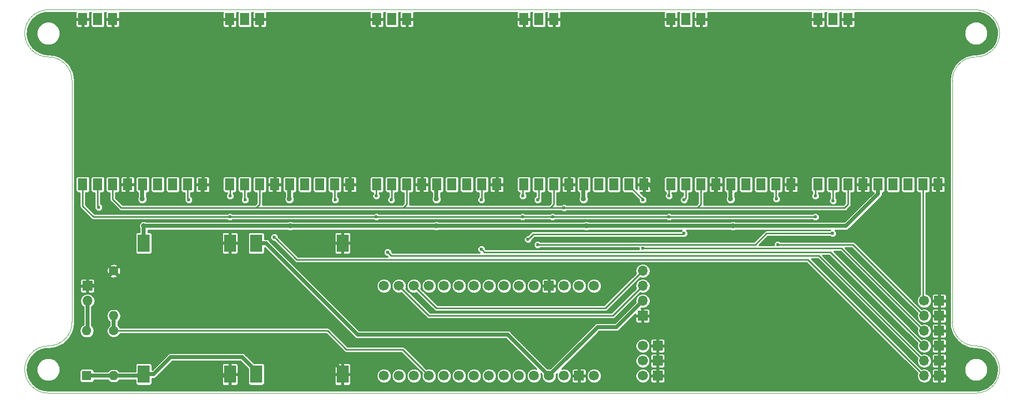
<source format=gbr>
G04 #@! TF.GenerationSoftware,KiCad,Pcbnew,(5.0.0-rc2-63-gd4393b281)*
G04 #@! TF.CreationDate,2018-06-03T20:37:33+01:00*
G04 #@! TF.ProjectId,wizardview-v1,77697A617264766965772D76312E6B69,rev?*
G04 #@! TF.SameCoordinates,Original*
G04 #@! TF.FileFunction,Copper,L1,Top,Signal*
G04 #@! TF.FilePolarity,Positive*
%FSLAX46Y46*%
G04 Gerber Fmt 4.6, Leading zero omitted, Abs format (unit mm)*
G04 Created by KiCad (PCBNEW (5.0.0-rc2-63-gd4393b281)) date 06/03/18 20:37:33*
%MOMM*%
%LPD*%
G01*
G04 APERTURE LIST*
G04 #@! TA.AperFunction,NonConductor*
%ADD10C,0.100000*%
G04 #@! TD*
G04 #@! TA.AperFunction,ComponentPad*
%ADD11C,1.700000*%
G04 #@! TD*
G04 #@! TA.AperFunction,ComponentPad*
%ADD12R,1.700000X1.700000*%
G04 #@! TD*
G04 #@! TA.AperFunction,ComponentPad*
%ADD13O,1.600000X1.600000*%
G04 #@! TD*
G04 #@! TA.AperFunction,ComponentPad*
%ADD14C,1.600000*%
G04 #@! TD*
G04 #@! TA.AperFunction,ComponentPad*
%ADD15O,1.700000X1.700000*%
G04 #@! TD*
G04 #@! TA.AperFunction,ComponentPad*
%ADD16R,1.600000X1.600000*%
G04 #@! TD*
G04 #@! TA.AperFunction,SMDPad,CuDef*
%ADD17R,2.000000X3.000000*%
G04 #@! TD*
G04 #@! TA.AperFunction,SMDPad,CuDef*
%ADD18R,1.600000X2.000000*%
G04 #@! TD*
G04 #@! TA.AperFunction,ViaPad*
%ADD19C,0.600000*%
G04 #@! TD*
G04 #@! TA.AperFunction,ViaPad*
%ADD20C,0.900000*%
G04 #@! TD*
G04 #@! TA.AperFunction,Conductor*
%ADD21C,0.635000*%
G04 #@! TD*
G04 #@! TA.AperFunction,Conductor*
%ADD22C,0.254000*%
G04 #@! TD*
G04 APERTURE END LIST*
D10*
X41000000Y-37000000D02*
X198000000Y-37000000D01*
X198000000Y-102000000D02*
X41000000Y-102000000D01*
X194000000Y-90000000D02*
X194000000Y-49000000D01*
X198000000Y-94000000D02*
G75*
G02X194000000Y-90000000I0J4000000D01*
G01*
X202000000Y-98000000D02*
G75*
G02X198000000Y-102000000I-4000000J0D01*
G01*
X198000000Y-94000000D02*
G75*
G02X202000000Y-98000000I0J-4000000D01*
G01*
X194000000Y-49000000D02*
G75*
G02X198000000Y-45000000I4000000J0D01*
G01*
X202000000Y-41000000D02*
G75*
G02X198000000Y-45000000I-4000000J0D01*
G01*
X198000000Y-37000000D02*
G75*
G02X202000000Y-41000000I0J-4000000D01*
G01*
X45000000Y-49000000D02*
X45000000Y-90000000D01*
X41000000Y-45000000D02*
G75*
G02X45000000Y-49000000I0J-4000000D01*
G01*
X37000000Y-41000000D02*
G75*
G02X41000000Y-37000000I4000000J0D01*
G01*
X41000000Y-45000000D02*
G75*
G02X37000000Y-41000000I0J4000000D01*
G01*
X45000000Y-90000000D02*
G75*
G02X41000000Y-94000000I-4000000J0D01*
G01*
X37000000Y-98000000D02*
G75*
G02X41000000Y-94000000I4000000J0D01*
G01*
X41000000Y-102000000D02*
G75*
G02X37000000Y-98000000I0J4000000D01*
G01*
D11*
G04 #@! TO.P,U3,30*
G04 #@! TO.N,Net-(U3-Pad30)*
X97790000Y-99060000D03*
G04 #@! TO.P,U3,29*
G04 #@! TO.N,Net-(U3-Pad29)*
X100330000Y-99060000D03*
G04 #@! TO.P,U3,28*
G04 #@! TO.N,Net-(U3-Pad28)*
X102870000Y-99060000D03*
G04 #@! TO.P,U3,27*
G04 #@! TO.N,/VCC_SENSE*
X105410000Y-99060000D03*
G04 #@! TO.P,U3,26*
G04 #@! TO.N,/BTN_UP*
X107950000Y-99060000D03*
G04 #@! TO.P,U3,25*
G04 #@! TO.N,/BTN_OK*
X110490000Y-99060000D03*
G04 #@! TO.P,U3,24*
G04 #@! TO.N,/BTN_DN*
X113030000Y-99060000D03*
G04 #@! TO.P,U3,23*
G04 #@! TO.N,Net-(U3-Pad23)*
X115570000Y-99060000D03*
G04 #@! TO.P,U3,22*
G04 #@! TO.N,Net-(U3-Pad22)*
X118110000Y-99060000D03*
G04 #@! TO.P,U3,21*
G04 #@! TO.N,Net-(U3-Pad21)*
X120650000Y-99060000D03*
G04 #@! TO.P,U3,20*
G04 #@! TO.N,Net-(U3-Pad20)*
X123190000Y-99060000D03*
G04 #@! TO.P,U3,19*
G04 #@! TO.N,+5V*
X125730000Y-99060000D03*
G04 #@! TO.P,U3,18*
G04 #@! TO.N,Net-(U3-Pad18)*
X128270000Y-99060000D03*
D12*
G04 #@! TO.P,U3,17*
G04 #@! TO.N,GND*
X130810000Y-99060000D03*
D11*
G04 #@! TO.P,U3,16*
G04 #@! TO.N,Net-(U3-Pad16)*
X133350000Y-99060000D03*
G04 #@! TO.P,U3,15*
G04 #@! TO.N,Net-(U3-Pad15)*
X97790000Y-83820000D03*
G04 #@! TO.P,U3,14*
G04 #@! TO.N,/SCL*
X100330000Y-83820000D03*
G04 #@! TO.P,U3,13*
G04 #@! TO.N,/SDA*
X102870000Y-83820000D03*
G04 #@! TO.P,U3,12*
G04 #@! TO.N,/SS_RX6*
X105410000Y-83820000D03*
G04 #@! TO.P,U3,11*
G04 #@! TO.N,/SS_RX5*
X107950000Y-83820000D03*
G04 #@! TO.P,U3,10*
G04 #@! TO.N,/SS_RX4*
X110490000Y-83820000D03*
G04 #@! TO.P,U3,9*
G04 #@! TO.N,/SS_RX3*
X113030000Y-83820000D03*
G04 #@! TO.P,U3,8*
G04 #@! TO.N,/SS_RX2*
X115570000Y-83820000D03*
G04 #@! TO.P,U3,7*
G04 #@! TO.N,/SS_RX1*
X118110000Y-83820000D03*
G04 #@! TO.P,U3,6*
G04 #@! TO.N,/MOSI*
X120650000Y-83820000D03*
G04 #@! TO.P,U3,5*
G04 #@! TO.N,/SCLK*
X123190000Y-83820000D03*
D12*
G04 #@! TO.P,U3,4*
G04 #@! TO.N,GND*
X125730000Y-83820000D03*
D11*
G04 #@! TO.P,U3,3*
G04 #@! TO.N,Net-(U3-Pad3)*
X128270000Y-83820000D03*
G04 #@! TO.P,U3,2*
G04 #@! TO.N,Net-(U3-Pad2)*
X130810000Y-83820000D03*
G04 #@! TO.P,U3,1*
G04 #@! TO.N,Net-(U3-Pad1)*
X133350000Y-83820000D03*
G04 #@! TD*
D13*
G04 #@! TO.P,R2,2*
G04 #@! TO.N,/VCC_SENSE*
X52070000Y-88900000D03*
D14*
G04 #@! TO.P,R2,1*
G04 #@! TO.N,GND*
X52070000Y-81280000D03*
G04 #@! TD*
D15*
G04 #@! TO.P,J1,2*
G04 #@! TO.N,Net-(D1-Pad2)*
X47625000Y-86360000D03*
D12*
G04 #@! TO.P,J1,1*
G04 #@! TO.N,GND*
X47625000Y-83820000D03*
G04 #@! TD*
D13*
G04 #@! TO.P,R1,2*
G04 #@! TO.N,VCC*
X52070000Y-99060000D03*
D14*
G04 #@! TO.P,R1,1*
G04 #@! TO.N,/VCC_SENSE*
X52070000Y-91440000D03*
G04 #@! TD*
D13*
G04 #@! TO.P,D1,2*
G04 #@! TO.N,Net-(D1-Pad2)*
X47508686Y-91440000D03*
D16*
G04 #@! TO.P,D1,1*
G04 #@! TO.N,VCC*
X47508686Y-99060000D03*
G04 #@! TD*
D15*
G04 #@! TO.P,OLED1,4*
G04 #@! TO.N,/SDA*
X141605000Y-81280000D03*
G04 #@! TO.P,OLED1,3*
G04 #@! TO.N,/SCL*
X141605000Y-83820000D03*
G04 #@! TO.P,OLED1,2*
G04 #@! TO.N,+5V*
X141605000Y-86360000D03*
D12*
G04 #@! TO.P,OLED1,1*
G04 #@! TO.N,GND*
X141605000Y-88900000D03*
G04 #@! TD*
G04 #@! TO.P,J2,12*
G04 #@! TO.N,GND*
X191770000Y-99060000D03*
D15*
G04 #@! TO.P,J2,11*
G04 #@! TO.N,/VID6*
X189230000Y-99060000D03*
D12*
G04 #@! TO.P,J2,10*
G04 #@! TO.N,GND*
X191770000Y-96520000D03*
D15*
G04 #@! TO.P,J2,9*
G04 #@! TO.N,/VID5*
X189230000Y-96520000D03*
D12*
G04 #@! TO.P,J2,8*
G04 #@! TO.N,GND*
X191770000Y-93980000D03*
D15*
G04 #@! TO.P,J2,7*
G04 #@! TO.N,/VID4*
X189230000Y-93980000D03*
D12*
G04 #@! TO.P,J2,6*
G04 #@! TO.N,GND*
X191770000Y-91440000D03*
D15*
G04 #@! TO.P,J2,5*
G04 #@! TO.N,/VID3*
X189230000Y-91440000D03*
D12*
G04 #@! TO.P,J2,4*
G04 #@! TO.N,GND*
X191770000Y-88900000D03*
D15*
G04 #@! TO.P,J2,3*
G04 #@! TO.N,/VID2*
X189230000Y-88900000D03*
D12*
G04 #@! TO.P,J2,2*
G04 #@! TO.N,GND*
X191770000Y-86360000D03*
D11*
G04 #@! TO.P,J2,1*
G04 #@! TO.N,/VID1*
X189230000Y-86360000D03*
G04 #@! TD*
D17*
G04 #@! TO.P,U2,4*
G04 #@! TO.N,+3V3*
X57150000Y-76570314D03*
G04 #@! TO.P,U2,3*
G04 #@! TO.N,GND*
X71755000Y-76570314D03*
G04 #@! TO.P,U2,2*
G04 #@! TO.N,VCC*
X57150000Y-98795314D03*
G04 #@! TO.P,U2,1*
G04 #@! TO.N,GND*
X71755000Y-98795314D03*
G04 #@! TD*
D18*
G04 #@! TO.P,RX1,1*
G04 #@! TO.N,GND*
X191600000Y-66608000D03*
G04 #@! TO.P,RX1,2*
G04 #@! TO.N,/VID1*
X189060000Y-66608000D03*
G04 #@! TO.P,RX1,3*
G04 #@! TO.N,Net-(RX1-Pad3)*
X186520000Y-66608000D03*
G04 #@! TO.P,RX1,4*
G04 #@! TO.N,Net-(RX1-Pad4)*
X183980000Y-66608000D03*
G04 #@! TO.P,RX1,5*
G04 #@! TO.N,+3V3*
X181440000Y-66608000D03*
G04 #@! TO.P,RX1,6*
G04 #@! TO.N,GND*
X178900000Y-66608000D03*
G04 #@! TO.P,RX1,7*
G04 #@! TO.N,/SCLK*
X176360000Y-66608000D03*
G04 #@! TO.P,RX1,8*
G04 #@! TO.N,/SS_RX1*
X173820000Y-66608000D03*
G04 #@! TO.P,RX1,12*
G04 #@! TO.N,GND*
X171280000Y-38608000D03*
G04 #@! TO.P,RX1,11*
G04 #@! TO.N,Net-(RX1-Pad11)*
X173820000Y-38608000D03*
G04 #@! TO.P,RX1,10*
G04 #@! TO.N,GND*
X176360000Y-38608000D03*
G04 #@! TO.P,RX1,9*
G04 #@! TO.N,/MOSI*
X171280000Y-66608000D03*
G04 #@! TD*
G04 #@! TO.P,RX2,9*
G04 #@! TO.N,/MOSI*
X146388000Y-66608000D03*
G04 #@! TO.P,RX2,10*
G04 #@! TO.N,GND*
X151468000Y-38608000D03*
G04 #@! TO.P,RX2,11*
G04 #@! TO.N,Net-(RX2-Pad11)*
X148928000Y-38608000D03*
G04 #@! TO.P,RX2,12*
G04 #@! TO.N,GND*
X146388000Y-38608000D03*
G04 #@! TO.P,RX2,8*
G04 #@! TO.N,/SS_RX2*
X148928000Y-66608000D03*
G04 #@! TO.P,RX2,7*
G04 #@! TO.N,/SCLK*
X151468000Y-66608000D03*
G04 #@! TO.P,RX2,6*
G04 #@! TO.N,GND*
X154008000Y-66608000D03*
G04 #@! TO.P,RX2,5*
G04 #@! TO.N,+3V3*
X156548000Y-66608000D03*
G04 #@! TO.P,RX2,4*
G04 #@! TO.N,Net-(RX2-Pad4)*
X159088000Y-66608000D03*
G04 #@! TO.P,RX2,3*
G04 #@! TO.N,Net-(RX2-Pad3)*
X161628000Y-66608000D03*
G04 #@! TO.P,RX2,2*
G04 #@! TO.N,/VID2*
X164168000Y-66608000D03*
G04 #@! TO.P,RX2,1*
G04 #@! TO.N,GND*
X166708000Y-66608000D03*
G04 #@! TD*
G04 #@! TO.P,RX3,1*
G04 #@! TO.N,GND*
X141816000Y-66608000D03*
G04 #@! TO.P,RX3,2*
G04 #@! TO.N,/VID3*
X139276000Y-66608000D03*
G04 #@! TO.P,RX3,3*
G04 #@! TO.N,Net-(RX3-Pad3)*
X136736000Y-66608000D03*
G04 #@! TO.P,RX3,4*
G04 #@! TO.N,Net-(RX3-Pad4)*
X134196000Y-66608000D03*
G04 #@! TO.P,RX3,5*
G04 #@! TO.N,+3V3*
X131656000Y-66608000D03*
G04 #@! TO.P,RX3,6*
G04 #@! TO.N,GND*
X129116000Y-66608000D03*
G04 #@! TO.P,RX3,7*
G04 #@! TO.N,/SCLK*
X126576000Y-66608000D03*
G04 #@! TO.P,RX3,8*
G04 #@! TO.N,/SS_RX3*
X124036000Y-66608000D03*
G04 #@! TO.P,RX3,12*
G04 #@! TO.N,GND*
X121496000Y-38608000D03*
G04 #@! TO.P,RX3,11*
G04 #@! TO.N,Net-(RX3-Pad11)*
X124036000Y-38608000D03*
G04 #@! TO.P,RX3,10*
G04 #@! TO.N,GND*
X126576000Y-38608000D03*
G04 #@! TO.P,RX3,9*
G04 #@! TO.N,/MOSI*
X121496000Y-66608000D03*
G04 #@! TD*
G04 #@! TO.P,RX4,9*
G04 #@! TO.N,/MOSI*
X96604000Y-66608000D03*
G04 #@! TO.P,RX4,10*
G04 #@! TO.N,GND*
X101684000Y-38608000D03*
G04 #@! TO.P,RX4,11*
G04 #@! TO.N,Net-(RX4-Pad11)*
X99144000Y-38608000D03*
G04 #@! TO.P,RX4,12*
G04 #@! TO.N,GND*
X96604000Y-38608000D03*
G04 #@! TO.P,RX4,8*
G04 #@! TO.N,/SS_RX4*
X99144000Y-66608000D03*
G04 #@! TO.P,RX4,7*
G04 #@! TO.N,/SCLK*
X101684000Y-66608000D03*
G04 #@! TO.P,RX4,6*
G04 #@! TO.N,GND*
X104224000Y-66608000D03*
G04 #@! TO.P,RX4,5*
G04 #@! TO.N,+3V3*
X106764000Y-66608000D03*
G04 #@! TO.P,RX4,4*
G04 #@! TO.N,Net-(RX4-Pad4)*
X109304000Y-66608000D03*
G04 #@! TO.P,RX4,3*
G04 #@! TO.N,Net-(RX4-Pad3)*
X111844000Y-66608000D03*
G04 #@! TO.P,RX4,2*
G04 #@! TO.N,/VID4*
X114384000Y-66608000D03*
G04 #@! TO.P,RX4,1*
G04 #@! TO.N,GND*
X116924000Y-66608000D03*
G04 #@! TD*
G04 #@! TO.P,RX5,1*
G04 #@! TO.N,GND*
X92032000Y-66608000D03*
G04 #@! TO.P,RX5,2*
G04 #@! TO.N,/VID5*
X89492000Y-66608000D03*
G04 #@! TO.P,RX5,3*
G04 #@! TO.N,Net-(RX5-Pad3)*
X86952000Y-66608000D03*
G04 #@! TO.P,RX5,4*
G04 #@! TO.N,Net-(RX5-Pad4)*
X84412000Y-66608000D03*
G04 #@! TO.P,RX5,5*
G04 #@! TO.N,+3V3*
X81872000Y-66608000D03*
G04 #@! TO.P,RX5,6*
G04 #@! TO.N,GND*
X79332000Y-66608000D03*
G04 #@! TO.P,RX5,7*
G04 #@! TO.N,/SCLK*
X76792000Y-66608000D03*
G04 #@! TO.P,RX5,8*
G04 #@! TO.N,/SS_RX5*
X74252000Y-66608000D03*
G04 #@! TO.P,RX5,12*
G04 #@! TO.N,GND*
X71712000Y-38608000D03*
G04 #@! TO.P,RX5,11*
G04 #@! TO.N,Net-(RX5-Pad11)*
X74252000Y-38608000D03*
G04 #@! TO.P,RX5,10*
G04 #@! TO.N,GND*
X76792000Y-38608000D03*
G04 #@! TO.P,RX5,9*
G04 #@! TO.N,/MOSI*
X71712000Y-66608000D03*
G04 #@! TD*
G04 #@! TO.P,RX6,9*
G04 #@! TO.N,/MOSI*
X46820000Y-66608000D03*
G04 #@! TO.P,RX6,10*
G04 #@! TO.N,GND*
X51900000Y-38608000D03*
G04 #@! TO.P,RX6,11*
G04 #@! TO.N,Net-(RX6-Pad11)*
X49360000Y-38608000D03*
G04 #@! TO.P,RX6,12*
G04 #@! TO.N,GND*
X46820000Y-38608000D03*
G04 #@! TO.P,RX6,8*
G04 #@! TO.N,/SS_RX6*
X49360000Y-66608000D03*
G04 #@! TO.P,RX6,7*
G04 #@! TO.N,/SCLK*
X51900000Y-66608000D03*
G04 #@! TO.P,RX6,6*
G04 #@! TO.N,GND*
X54440000Y-66608000D03*
G04 #@! TO.P,RX6,5*
G04 #@! TO.N,+3V3*
X56980000Y-66608000D03*
G04 #@! TO.P,RX6,4*
G04 #@! TO.N,Net-(RX6-Pad4)*
X59520000Y-66608000D03*
G04 #@! TO.P,RX6,3*
G04 #@! TO.N,Net-(RX6-Pad3)*
X62060000Y-66608000D03*
G04 #@! TO.P,RX6,2*
G04 #@! TO.N,/VID6*
X64600000Y-66608000D03*
G04 #@! TO.P,RX6,1*
G04 #@! TO.N,GND*
X67140000Y-66608000D03*
G04 #@! TD*
D17*
G04 #@! TO.P,U1,1*
G04 #@! TO.N,GND*
X90805000Y-98795314D03*
G04 #@! TO.P,U1,2*
G04 #@! TO.N,VCC*
X76200000Y-98795314D03*
G04 #@! TO.P,U1,3*
G04 #@! TO.N,GND*
X90805000Y-76570314D03*
G04 #@! TO.P,U1,4*
G04 #@! TO.N,+5V*
X76200000Y-76570314D03*
G04 #@! TD*
D11*
G04 #@! TO.P,J3,1*
G04 #@! TO.N,/BTN_UP*
X141605000Y-93980000D03*
D12*
G04 #@! TO.P,J3,2*
G04 #@! TO.N,GND*
X144145000Y-93980000D03*
D11*
G04 #@! TO.P,J3,3*
G04 #@! TO.N,/BTN_OK*
X141605000Y-96520000D03*
D12*
G04 #@! TO.P,J3,4*
G04 #@! TO.N,GND*
X144145000Y-96520000D03*
D11*
G04 #@! TO.P,J3,5*
G04 #@! TO.N,/BTN_DN*
X141605000Y-99060000D03*
D12*
G04 #@! TO.P,J3,6*
G04 #@! TO.N,GND*
X144145000Y-99060000D03*
G04 #@! TD*
D19*
G04 #@! TO.N,GND*
X168275000Y-42545000D03*
X167640000Y-39370000D03*
X167640000Y-40640000D03*
X167640000Y-41910000D03*
X167640000Y-38100000D03*
X168275000Y-40005000D03*
X168275000Y-41275000D03*
X168910000Y-40640000D03*
X168910000Y-41910000D03*
X169545000Y-38735000D03*
X169545000Y-40005000D03*
X168910000Y-38100000D03*
X168910000Y-39370000D03*
X168275000Y-38735000D03*
X179705000Y-41275000D03*
X173990000Y-41910000D03*
X178435000Y-38735000D03*
X175260000Y-40640000D03*
X179070000Y-39370000D03*
X172085000Y-41275000D03*
X179070000Y-40640000D03*
X176530000Y-40640000D03*
X177165000Y-41275000D03*
X178435000Y-40005000D03*
X177800000Y-39370000D03*
X176530000Y-41910000D03*
X177800000Y-38100000D03*
X175260000Y-41910000D03*
X173990000Y-40640000D03*
X173355000Y-42545000D03*
X171450000Y-40640000D03*
X179070000Y-41910000D03*
X179705000Y-38735000D03*
X178435000Y-41275000D03*
X170815000Y-42545000D03*
X177165000Y-42545000D03*
X175895000Y-42545000D03*
X177800000Y-40640000D03*
X172720000Y-41910000D03*
X171450000Y-41910000D03*
X174625000Y-41275000D03*
X173355000Y-41275000D03*
X174625000Y-42545000D03*
X179705000Y-40005000D03*
X175895000Y-41275000D03*
X178435000Y-42545000D03*
X179705000Y-42545000D03*
X179070000Y-38100000D03*
X177800000Y-41910000D03*
X172085000Y-42545000D03*
X172720000Y-40640000D03*
X170815000Y-41275000D03*
X169545000Y-42545000D03*
X170180000Y-41910000D03*
X169545000Y-41275000D03*
X170180000Y-40640000D03*
X143383000Y-42545000D03*
X142748000Y-39370000D03*
X142748000Y-40640000D03*
X142748000Y-41910000D03*
X142748000Y-38100000D03*
X143383000Y-40005000D03*
X143383000Y-41275000D03*
X144018000Y-40640000D03*
X144018000Y-41910000D03*
X144653000Y-38735000D03*
X144653000Y-40005000D03*
X144018000Y-38100000D03*
X144018000Y-39370000D03*
X143383000Y-38735000D03*
X154813000Y-41275000D03*
X149098000Y-41910000D03*
X153543000Y-38735000D03*
X150368000Y-40640000D03*
X154178000Y-39370000D03*
X147193000Y-41275000D03*
X154178000Y-40640000D03*
X151638000Y-40640000D03*
X152273000Y-41275000D03*
X153543000Y-40005000D03*
X152908000Y-39370000D03*
X151638000Y-41910000D03*
X152908000Y-38100000D03*
X150368000Y-41910000D03*
X149098000Y-40640000D03*
X148463000Y-42545000D03*
X146558000Y-40640000D03*
X154178000Y-41910000D03*
X154813000Y-38735000D03*
X153543000Y-41275000D03*
X145923000Y-42545000D03*
X152273000Y-42545000D03*
X151003000Y-42545000D03*
X152908000Y-40640000D03*
X147828000Y-41910000D03*
X146558000Y-41910000D03*
X149733000Y-41275000D03*
X148463000Y-41275000D03*
X149733000Y-42545000D03*
X154813000Y-40005000D03*
X151003000Y-41275000D03*
X153543000Y-42545000D03*
X154813000Y-42545000D03*
X154178000Y-38100000D03*
X152908000Y-41910000D03*
X147193000Y-42545000D03*
X147828000Y-40640000D03*
X145923000Y-41275000D03*
X144653000Y-42545000D03*
X145288000Y-41910000D03*
X144653000Y-41275000D03*
X145288000Y-40640000D03*
X117856000Y-39370000D03*
X117856000Y-40640000D03*
X117856000Y-41910000D03*
X117856000Y-38100000D03*
X118491000Y-40005000D03*
X118491000Y-41275000D03*
X119126000Y-40640000D03*
X119126000Y-41910000D03*
X119761000Y-38735000D03*
X119761000Y-40005000D03*
X119126000Y-38100000D03*
X119126000Y-39370000D03*
X118491000Y-38735000D03*
X129921000Y-41275000D03*
X124206000Y-41910000D03*
X128651000Y-38735000D03*
X125476000Y-40640000D03*
X129286000Y-39370000D03*
X122301000Y-41275000D03*
X129286000Y-40640000D03*
X126746000Y-40640000D03*
X127381000Y-41275000D03*
X128651000Y-40005000D03*
X128016000Y-39370000D03*
X126746000Y-41910000D03*
X128016000Y-38100000D03*
X125476000Y-41910000D03*
X124206000Y-40640000D03*
X121666000Y-40640000D03*
X129286000Y-41910000D03*
X129921000Y-38735000D03*
X128651000Y-41275000D03*
X128016000Y-40640000D03*
X122936000Y-41910000D03*
X121666000Y-41910000D03*
X124841000Y-41275000D03*
X123571000Y-41275000D03*
X129921000Y-40005000D03*
X126111000Y-41275000D03*
X129286000Y-38100000D03*
X128016000Y-41910000D03*
X122936000Y-40640000D03*
X121031000Y-41275000D03*
X120396000Y-41910000D03*
X119761000Y-41275000D03*
X120396000Y-40640000D03*
X92964000Y-39370000D03*
X92964000Y-40640000D03*
X92964000Y-41910000D03*
X92964000Y-38100000D03*
X93599000Y-40005000D03*
X93599000Y-41275000D03*
X94234000Y-40640000D03*
X94234000Y-41910000D03*
X94869000Y-38735000D03*
X94869000Y-40005000D03*
X94234000Y-38100000D03*
X94234000Y-39370000D03*
X93599000Y-38735000D03*
X105029000Y-41275000D03*
X99314000Y-41910000D03*
X103759000Y-38735000D03*
X100584000Y-40640000D03*
X104394000Y-39370000D03*
X97409000Y-41275000D03*
X104394000Y-40640000D03*
X101854000Y-40640000D03*
X102489000Y-41275000D03*
X103759000Y-40005000D03*
X103124000Y-39370000D03*
X101854000Y-41910000D03*
X103124000Y-38100000D03*
X100584000Y-41910000D03*
X99314000Y-40640000D03*
X96774000Y-40640000D03*
X104394000Y-41910000D03*
X105029000Y-38735000D03*
X103759000Y-41275000D03*
X103124000Y-40640000D03*
X98044000Y-41910000D03*
X96774000Y-41910000D03*
X99949000Y-41275000D03*
X98679000Y-41275000D03*
X105029000Y-40005000D03*
X101219000Y-41275000D03*
X104394000Y-38100000D03*
X103124000Y-41910000D03*
X98044000Y-40640000D03*
X96139000Y-41275000D03*
X95504000Y-41910000D03*
X94869000Y-41275000D03*
X95504000Y-40640000D03*
X78867000Y-39878000D03*
X78867000Y-38608000D03*
X79502000Y-39243000D03*
X79502000Y-37973000D03*
X78232000Y-39243000D03*
X80137000Y-38608000D03*
X80137000Y-41148000D03*
X80137000Y-39878000D03*
X78232000Y-37973000D03*
X78232000Y-40513000D03*
X76962000Y-41783000D03*
X74422000Y-41783000D03*
X79502000Y-40513000D03*
X77597000Y-41148000D03*
X73787000Y-41148000D03*
X73152000Y-41783000D03*
X76962000Y-40513000D03*
X75692000Y-40513000D03*
X71882000Y-41783000D03*
X75057000Y-41148000D03*
X78867000Y-41148000D03*
X75692000Y-41783000D03*
X76327000Y-41148000D03*
X74422000Y-40513000D03*
X72517000Y-41148000D03*
X73152000Y-40513000D03*
X71882000Y-40513000D03*
X71247000Y-41148000D03*
X78232000Y-41783000D03*
X79502000Y-41783000D03*
D20*
X67945000Y-93980000D03*
X67945000Y-99060000D03*
D19*
X53340000Y-38100000D03*
X53975000Y-38735000D03*
X54610000Y-38100000D03*
X53340000Y-39370000D03*
X54610000Y-39370000D03*
X53975000Y-40005000D03*
X53340000Y-40640000D03*
X54610000Y-40640000D03*
X53975000Y-41275000D03*
X52705000Y-41275000D03*
X52070000Y-40640000D03*
X52070000Y-41910000D03*
X51435000Y-41275000D03*
X50800000Y-40640000D03*
X50800000Y-41910000D03*
X50165000Y-41275000D03*
X49530000Y-40640000D03*
X49530000Y-41910000D03*
X48895000Y-41275000D03*
X48260000Y-40640000D03*
X48260000Y-41910000D03*
X47625000Y-41275000D03*
X46990000Y-40640000D03*
X46990000Y-41910000D03*
X46355000Y-41275000D03*
X53340000Y-41910000D03*
X54610000Y-41910000D03*
X55245000Y-41275000D03*
X55245000Y-40005000D03*
X55245000Y-38735000D03*
X70612000Y-40513000D03*
X70612000Y-41783000D03*
X69977000Y-41148000D03*
X69342000Y-40513000D03*
X69342000Y-41783000D03*
X69977000Y-39878000D03*
X69342000Y-39243000D03*
X69977000Y-38608000D03*
X69342000Y-37973000D03*
X68707000Y-38608000D03*
X68707000Y-39878000D03*
X68707000Y-41148000D03*
X68072000Y-37973000D03*
X68072000Y-39243000D03*
X68072000Y-40513000D03*
X68072000Y-41783000D03*
D20*
X67000000Y-69000000D03*
X92000000Y-69000000D03*
X117000000Y-69000000D03*
X144000000Y-68000000D03*
X167000000Y-69000000D03*
X192000000Y-69000000D03*
X179000000Y-69000000D03*
X154000000Y-69000000D03*
X129000000Y-69000000D03*
X104000000Y-69000000D03*
X79000000Y-69000000D03*
X54000000Y-69000000D03*
D19*
X129921000Y-42545000D03*
X128651000Y-42545000D03*
X127381000Y-42545000D03*
X126111000Y-42545000D03*
X124841000Y-42545000D03*
X123571000Y-42545000D03*
X122301000Y-42545000D03*
X121031000Y-42545000D03*
X119761000Y-42545000D03*
X118491000Y-42545000D03*
X105029000Y-42545000D03*
X103759000Y-42545000D03*
X102489000Y-42545000D03*
X101219000Y-42545000D03*
X99949000Y-42545000D03*
X98679000Y-42545000D03*
X97409000Y-42545000D03*
X96139000Y-42545000D03*
X94869000Y-42545000D03*
X93599000Y-42545000D03*
X80137000Y-42418000D03*
X78867000Y-42418000D03*
X77597000Y-42418000D03*
X76327000Y-42418000D03*
X75057000Y-42418000D03*
X73787000Y-42418000D03*
X72517000Y-42418000D03*
X71247000Y-42418000D03*
X69977000Y-42418000D03*
X68707000Y-42418000D03*
X55245000Y-42545000D03*
X53975000Y-42545000D03*
X52705000Y-42545000D03*
X51435000Y-42545000D03*
X50165000Y-42545000D03*
X48895000Y-42545000D03*
X47625000Y-42545000D03*
X46355000Y-42545000D03*
G04 #@! TO.N,/VID2*
X164211000Y-69088000D03*
X164464980Y-76835000D03*
G04 #@! TO.N,/VID3*
X141605000Y-69215000D03*
X141605000Y-77470000D03*
G04 #@! TO.N,/VID4*
X114300000Y-69215000D03*
X114300000Y-77597010D03*
G04 #@! TO.N,/VID5*
X89535000Y-69215000D03*
X98425000Y-78105000D03*
G04 #@! TO.N,/VID6*
X64770000Y-69215000D03*
X79248000Y-75565000D03*
D20*
G04 #@! TO.N,+3V3*
X56896000Y-69088000D03*
X81788000Y-69088000D03*
X106680000Y-69088000D03*
X131572000Y-69088000D03*
X156464000Y-69088000D03*
X57149968Y-73660000D03*
X81915000Y-73660000D03*
X106680000Y-73660000D03*
X132080000Y-73660000D03*
X156844972Y-73660000D03*
D19*
G04 #@! TO.N,/SCLK*
X128270000Y-70612000D03*
G04 #@! TO.N,/SS_RX1*
X173820000Y-69385000D03*
X123825008Y-76835000D03*
X173736000Y-74930000D03*
G04 #@! TO.N,/MOSI*
X71755000Y-68580000D03*
X96520000Y-68580000D03*
X121285000Y-68580000D03*
X146050000Y-68580000D03*
X170815000Y-68580000D03*
X96520000Y-72136000D03*
X121285000Y-72136000D03*
X126365000Y-72136004D03*
X71755000Y-72136000D03*
X146050000Y-72136000D03*
X170815000Y-72136000D03*
G04 #@! TO.N,/SS_RX2*
X148590000Y-69215000D03*
X148590000Y-74930000D03*
X122173982Y-75946000D03*
G04 #@! TO.N,/SS_RX3*
X123825000Y-69215000D03*
G04 #@! TO.N,/SS_RX4*
X99060000Y-69215000D03*
G04 #@! TO.N,/SS_RX5*
X74295000Y-69215000D03*
G04 #@! TO.N,/SS_RX6*
X49530000Y-70485000D03*
G04 #@! TD*
D21*
G04 #@! TO.N,VCC*
X47508686Y-99060000D02*
X52070000Y-99060000D01*
X56885314Y-99060000D02*
X57150000Y-98795314D01*
X52070000Y-99060000D02*
X56885314Y-99060000D01*
X76200000Y-98295314D02*
X76200000Y-98795314D01*
X73789686Y-95885000D02*
X76200000Y-98295314D01*
X61695314Y-95885000D02*
X73789686Y-95885000D01*
X57150000Y-98795314D02*
X58785000Y-98795314D01*
X58785000Y-98795314D02*
X61695314Y-95885000D01*
G04 #@! TO.N,Net-(D1-Pad2)*
X47508686Y-86476314D02*
X47625000Y-86360000D01*
X47625000Y-91323686D02*
X47508686Y-91440000D01*
X47625000Y-86360000D02*
X47625000Y-91323686D01*
G04 #@! TO.N,+5V*
X118745000Y-92075000D02*
X125730000Y-99060000D01*
X93339686Y-92075000D02*
X118745000Y-92075000D01*
X76200000Y-76570314D02*
X77835000Y-76570314D01*
X77835000Y-76570314D02*
X93339686Y-92075000D01*
X133985000Y-90805000D02*
X125730000Y-99060000D01*
X141605000Y-86360000D02*
X137160000Y-90805000D01*
X137160000Y-90805000D02*
X133985000Y-90805000D01*
G04 #@! TO.N,GND*
X71490314Y-99060000D02*
X71755000Y-98795314D01*
X67945000Y-99060000D02*
X71490314Y-99060000D01*
X90805000Y-98295314D02*
X90805000Y-98795314D01*
X86489686Y-93980000D02*
X90805000Y-98295314D01*
X67945000Y-93980000D02*
X86489686Y-93980000D01*
X67140000Y-66608000D02*
X67140000Y-68860000D01*
X67140000Y-68860000D02*
X67000000Y-69000000D01*
X92032000Y-66608000D02*
X92032000Y-68968000D01*
X92032000Y-68968000D02*
X92000000Y-69000000D01*
X116924000Y-66608000D02*
X116924000Y-68924000D01*
X116924000Y-68924000D02*
X117000000Y-69000000D01*
X141816000Y-66608000D02*
X142608000Y-66608000D01*
X142608000Y-66608000D02*
X144000000Y-68000000D01*
X166708000Y-66608000D02*
X166708000Y-68708000D01*
X166708000Y-68708000D02*
X167000000Y-69000000D01*
X191600000Y-66608000D02*
X191600000Y-68600000D01*
X191600000Y-68600000D02*
X192000000Y-69000000D01*
X178900000Y-66608000D02*
X178900000Y-68900000D01*
X178900000Y-68900000D02*
X179000000Y-69000000D01*
X154008000Y-66608000D02*
X154008000Y-68992000D01*
X154008000Y-68992000D02*
X154000000Y-69000000D01*
X129116000Y-66608000D02*
X129116000Y-68884000D01*
X129116000Y-68884000D02*
X129000000Y-69000000D01*
X104224000Y-66608000D02*
X104224000Y-68776000D01*
X104224000Y-68776000D02*
X104000000Y-69000000D01*
X79332000Y-66608000D02*
X79332000Y-68668000D01*
X79332000Y-68668000D02*
X79000000Y-69000000D01*
X54440000Y-66608000D02*
X54440000Y-68560000D01*
X54440000Y-68560000D02*
X54000000Y-69000000D01*
X49530000Y-83820000D02*
X52070000Y-81280000D01*
X47625000Y-83820000D02*
X49530000Y-83820000D01*
D22*
G04 #@! TO.N,/VID1*
X189060000Y-86190000D02*
X189230000Y-86360000D01*
X189060000Y-66608000D02*
X189060000Y-86190000D01*
G04 #@! TO.N,/VID2*
X164168000Y-66608000D02*
X164168000Y-69045000D01*
X164168000Y-69045000D02*
X164211000Y-69088000D01*
X189230000Y-88900000D02*
X177165000Y-76835000D01*
X177165000Y-76835000D02*
X164889244Y-76835000D01*
X164889244Y-76835000D02*
X164464980Y-76835000D01*
G04 #@! TO.N,/VID3*
X141605000Y-69137000D02*
X141605000Y-69215000D01*
X139276000Y-66608000D02*
X139276000Y-66808000D01*
X139276000Y-66808000D02*
X141605000Y-69137000D01*
X189230000Y-91440000D02*
X175260000Y-77470000D01*
X175260000Y-77470000D02*
X142029264Y-77470000D01*
X142029264Y-77470000D02*
X141605000Y-77470000D01*
G04 #@! TO.N,/VID4*
X114384000Y-66608000D02*
X114384000Y-69131000D01*
X114384000Y-69131000D02*
X114300000Y-69215000D01*
X189230000Y-93980000D02*
X173355000Y-78105000D01*
X173355000Y-78105000D02*
X114807990Y-78105000D01*
X114807990Y-78105000D02*
X114599999Y-77897009D01*
X114599999Y-77897009D02*
X114300000Y-77597010D01*
G04 #@! TO.N,/VID5*
X89492000Y-66608000D02*
X89492000Y-69172000D01*
X89492000Y-69172000D02*
X89535000Y-69215000D01*
X171450000Y-78740000D02*
X189230000Y-96520000D01*
X98425000Y-78105000D02*
X99060000Y-78740000D01*
X99060000Y-78740000D02*
X171450000Y-78740000D01*
G04 #@! TO.N,/VID6*
X64600000Y-66608000D02*
X64600000Y-69045000D01*
X64600000Y-69045000D02*
X64770000Y-69215000D01*
X79547999Y-75864999D02*
X79248000Y-75565000D01*
X83058000Y-79375000D02*
X79547999Y-75864999D01*
X189230000Y-99060000D02*
X169545000Y-79375000D01*
X169545000Y-79375000D02*
X83058000Y-79375000D01*
G04 #@! TO.N,/SCL*
X105410000Y-88900000D02*
X100330000Y-83820000D01*
X141605000Y-83820000D02*
X136525000Y-88900000D01*
X136525000Y-88900000D02*
X105410000Y-88900000D01*
G04 #@! TO.N,/SDA*
X106680000Y-87630000D02*
X102870000Y-83820000D01*
X141605000Y-81280000D02*
X135255000Y-87630000D01*
X135255000Y-87630000D02*
X106680000Y-87630000D01*
D21*
G04 #@! TO.N,+3V3*
X131656000Y-66808000D02*
X131656000Y-66608000D01*
X106764000Y-66808000D02*
X106764000Y-66608000D01*
X81872000Y-66808000D02*
X81872000Y-66608000D01*
X56896000Y-66692000D02*
X56980000Y-66608000D01*
X56896000Y-69088000D02*
X56896000Y-66692000D01*
X81788000Y-66692000D02*
X81872000Y-66608000D01*
X81788000Y-69088000D02*
X81788000Y-66692000D01*
X106680000Y-66692000D02*
X106764000Y-66608000D01*
X106680000Y-69088000D02*
X106680000Y-66692000D01*
X131572000Y-66692000D02*
X131656000Y-66608000D01*
X131572000Y-69088000D02*
X131572000Y-66692000D01*
X156464000Y-66692000D02*
X156548000Y-66608000D01*
X156464000Y-69088000D02*
X156464000Y-66692000D01*
X57150000Y-73660032D02*
X57149968Y-73660000D01*
X57150000Y-76570314D02*
X57150000Y-73660032D01*
X81915000Y-73660000D02*
X106680000Y-73660000D01*
X106680000Y-73660000D02*
X132080000Y-73660000D01*
X132080000Y-73660000D02*
X156844972Y-73660000D01*
X176023000Y-73660000D02*
X157481368Y-73660000D01*
X157481368Y-73660000D02*
X156844972Y-73660000D01*
X181440000Y-68243000D02*
X176023000Y-73660000D01*
X181440000Y-66608000D02*
X181440000Y-68243000D01*
X57149968Y-73660000D02*
X81915000Y-73660000D01*
D22*
G04 #@! TO.N,/SCLK*
X76792000Y-70020000D02*
X76792000Y-66608000D01*
X76200000Y-70612000D02*
X76792000Y-70020000D01*
X53340000Y-70612000D02*
X76200000Y-70612000D01*
X51900000Y-66608000D02*
X51900000Y-69172000D01*
X51900000Y-69172000D02*
X53340000Y-70612000D01*
X76200000Y-70612000D02*
X101092000Y-70612000D01*
X101684000Y-70020000D02*
X101684000Y-66608000D01*
X101092000Y-70612000D02*
X101684000Y-70020000D01*
X126576000Y-70020000D02*
X126576000Y-66608000D01*
X125984000Y-70612000D02*
X126576000Y-70020000D01*
X151468000Y-70020000D02*
X151468000Y-66608000D01*
X150876000Y-70612000D02*
X151468000Y-70020000D01*
X176360000Y-70020000D02*
X176360000Y-66608000D01*
X150876000Y-70612000D02*
X175768000Y-70612000D01*
X175768000Y-70612000D02*
X176360000Y-70020000D01*
X101092000Y-70612000D02*
X119380000Y-70612000D01*
X119380000Y-70612000D02*
X125984000Y-70612000D01*
X125984000Y-70612000D02*
X127635000Y-70612000D01*
X127635000Y-70612000D02*
X128270000Y-70612000D01*
X128270000Y-70612000D02*
X150876000Y-70612000D01*
G04 #@! TO.N,/SS_RX1*
X173820000Y-66608000D02*
X173820000Y-69385000D01*
X173311736Y-74930000D02*
X173736000Y-74930000D01*
X162560000Y-74930000D02*
X173311736Y-74930000D01*
X123825008Y-76835000D02*
X160655000Y-76835000D01*
X160655000Y-76835000D02*
X162560000Y-74930000D01*
G04 #@! TO.N,/MOSI*
X71755000Y-66651000D02*
X71712000Y-66608000D01*
X71755000Y-68580000D02*
X71755000Y-66651000D01*
X96520000Y-66692000D02*
X96604000Y-66608000D01*
X96520000Y-68580000D02*
X96520000Y-66692000D01*
X121285000Y-66819000D02*
X121496000Y-66608000D01*
X121285000Y-68580000D02*
X121285000Y-66819000D01*
X146050000Y-66946000D02*
X146388000Y-66608000D01*
X146050000Y-68580000D02*
X146050000Y-66946000D01*
X170815000Y-67073000D02*
X171280000Y-66608000D01*
X170815000Y-68580000D02*
X170815000Y-67073000D01*
X96520000Y-72136000D02*
X121285000Y-72136000D01*
X48641000Y-72136000D02*
X71330736Y-72136000D01*
X71330736Y-72136000D02*
X71755000Y-72136000D01*
X46820000Y-66608000D02*
X46820000Y-70315000D01*
X46820000Y-70315000D02*
X48641000Y-72136000D01*
X121285004Y-72136004D02*
X121285000Y-72136000D01*
X126365000Y-72136004D02*
X121285004Y-72136004D01*
X146049996Y-72136004D02*
X146050000Y-72136000D01*
X126365000Y-72136004D02*
X146049996Y-72136004D01*
X146050000Y-72136000D02*
X170815000Y-72136000D01*
X96520000Y-72136000D02*
X71755000Y-72136000D01*
G04 #@! TO.N,/SS_RX2*
X148928000Y-66608000D02*
X148928000Y-68877000D01*
X148928000Y-68877000D02*
X148590000Y-69215000D01*
X123062982Y-75057000D02*
X122473981Y-75646001D01*
X148590000Y-74930000D02*
X148463000Y-75057000D01*
X148463000Y-75057000D02*
X123062982Y-75057000D01*
X122473981Y-75646001D02*
X122173982Y-75946000D01*
G04 #@! TO.N,/SS_RX3*
X124036000Y-66608000D02*
X124036000Y-69004000D01*
X124036000Y-69004000D02*
X123825000Y-69215000D01*
G04 #@! TO.N,/SS_RX4*
X99144000Y-66608000D02*
X99144000Y-69131000D01*
X99144000Y-69131000D02*
X99060000Y-69215000D01*
G04 #@! TO.N,/SS_RX5*
X74252000Y-66608000D02*
X74252000Y-69172000D01*
X74252000Y-69172000D02*
X74295000Y-69215000D01*
G04 #@! TO.N,/SS_RX6*
X49360000Y-66608000D02*
X49360000Y-70315000D01*
X49360000Y-70315000D02*
X49530000Y-70485000D01*
D21*
G04 #@! TO.N,/VCC_SENSE*
X52070000Y-88900000D02*
X52070000Y-91440000D01*
D22*
X100965000Y-94615000D02*
X105410000Y-99060000D01*
X91440000Y-94615000D02*
X100965000Y-94615000D01*
X52070000Y-91440000D02*
X88265000Y-91440000D01*
X88265000Y-91440000D02*
X91440000Y-94615000D01*
G04 #@! TD*
G04 #@! TO.N,GND*
G36*
X45639000Y-37532214D02*
X45639000Y-38385750D01*
X45734250Y-38481000D01*
X46693000Y-38481000D01*
X46693000Y-38461000D01*
X46947000Y-38461000D01*
X46947000Y-38481000D01*
X47905750Y-38481000D01*
X48001000Y-38385750D01*
X48001000Y-37532214D01*
X47959076Y-37431000D01*
X48220043Y-37431000D01*
X48201106Y-37459341D01*
X48171536Y-37608000D01*
X48171536Y-39608000D01*
X48201106Y-39756659D01*
X48285314Y-39882686D01*
X48411341Y-39966894D01*
X48560000Y-39996464D01*
X50160000Y-39996464D01*
X50308659Y-39966894D01*
X50434686Y-39882686D01*
X50518894Y-39756659D01*
X50548464Y-39608000D01*
X50548464Y-38830250D01*
X50719000Y-38830250D01*
X50719000Y-39683786D01*
X50777004Y-39823820D01*
X50884181Y-39930996D01*
X51024215Y-39989000D01*
X51677750Y-39989000D01*
X51773000Y-39893750D01*
X51773000Y-38735000D01*
X52027000Y-38735000D01*
X52027000Y-39893750D01*
X52122250Y-39989000D01*
X52775785Y-39989000D01*
X52915819Y-39930996D01*
X53022996Y-39823820D01*
X53081000Y-39683786D01*
X53081000Y-38830250D01*
X70531000Y-38830250D01*
X70531000Y-39683786D01*
X70589004Y-39823820D01*
X70696181Y-39930996D01*
X70836215Y-39989000D01*
X71489750Y-39989000D01*
X71585000Y-39893750D01*
X71585000Y-38735000D01*
X71839000Y-38735000D01*
X71839000Y-39893750D01*
X71934250Y-39989000D01*
X72587785Y-39989000D01*
X72727819Y-39930996D01*
X72834996Y-39823820D01*
X72893000Y-39683786D01*
X72893000Y-38830250D01*
X72797750Y-38735000D01*
X71839000Y-38735000D01*
X71585000Y-38735000D01*
X70626250Y-38735000D01*
X70531000Y-38830250D01*
X53081000Y-38830250D01*
X52985750Y-38735000D01*
X52027000Y-38735000D01*
X51773000Y-38735000D01*
X50814250Y-38735000D01*
X50719000Y-38830250D01*
X50548464Y-38830250D01*
X50548464Y-37608000D01*
X50518894Y-37459341D01*
X50499957Y-37431000D01*
X50760924Y-37431000D01*
X50719000Y-37532214D01*
X50719000Y-38385750D01*
X50814250Y-38481000D01*
X51773000Y-38481000D01*
X51773000Y-38461000D01*
X52027000Y-38461000D01*
X52027000Y-38481000D01*
X52985750Y-38481000D01*
X53081000Y-38385750D01*
X53081000Y-37532214D01*
X53039076Y-37431000D01*
X70572924Y-37431000D01*
X70531000Y-37532214D01*
X70531000Y-38385750D01*
X70626250Y-38481000D01*
X71585000Y-38481000D01*
X71585000Y-38461000D01*
X71839000Y-38461000D01*
X71839000Y-38481000D01*
X72797750Y-38481000D01*
X72893000Y-38385750D01*
X72893000Y-37532214D01*
X72851076Y-37431000D01*
X73112043Y-37431000D01*
X73093106Y-37459341D01*
X73063536Y-37608000D01*
X73063536Y-39608000D01*
X73093106Y-39756659D01*
X73177314Y-39882686D01*
X73303341Y-39966894D01*
X73452000Y-39996464D01*
X75052000Y-39996464D01*
X75200659Y-39966894D01*
X75326686Y-39882686D01*
X75410894Y-39756659D01*
X75440464Y-39608000D01*
X75440464Y-38830250D01*
X75611000Y-38830250D01*
X75611000Y-39683786D01*
X75669004Y-39823820D01*
X75776181Y-39930996D01*
X75916215Y-39989000D01*
X76569750Y-39989000D01*
X76665000Y-39893750D01*
X76665000Y-38735000D01*
X76919000Y-38735000D01*
X76919000Y-39893750D01*
X77014250Y-39989000D01*
X77667785Y-39989000D01*
X77807819Y-39930996D01*
X77914996Y-39823820D01*
X77973000Y-39683786D01*
X77973000Y-38830250D01*
X95423000Y-38830250D01*
X95423000Y-39683786D01*
X95481004Y-39823820D01*
X95588181Y-39930996D01*
X95728215Y-39989000D01*
X96381750Y-39989000D01*
X96477000Y-39893750D01*
X96477000Y-38735000D01*
X96731000Y-38735000D01*
X96731000Y-39893750D01*
X96826250Y-39989000D01*
X97479785Y-39989000D01*
X97619819Y-39930996D01*
X97726996Y-39823820D01*
X97785000Y-39683786D01*
X97785000Y-38830250D01*
X97689750Y-38735000D01*
X96731000Y-38735000D01*
X96477000Y-38735000D01*
X95518250Y-38735000D01*
X95423000Y-38830250D01*
X77973000Y-38830250D01*
X77877750Y-38735000D01*
X76919000Y-38735000D01*
X76665000Y-38735000D01*
X75706250Y-38735000D01*
X75611000Y-38830250D01*
X75440464Y-38830250D01*
X75440464Y-37608000D01*
X75410894Y-37459341D01*
X75391957Y-37431000D01*
X75652924Y-37431000D01*
X75611000Y-37532214D01*
X75611000Y-38385750D01*
X75706250Y-38481000D01*
X76665000Y-38481000D01*
X76665000Y-38461000D01*
X76919000Y-38461000D01*
X76919000Y-38481000D01*
X77877750Y-38481000D01*
X77973000Y-38385750D01*
X77973000Y-37532214D01*
X77931076Y-37431000D01*
X95464924Y-37431000D01*
X95423000Y-37532214D01*
X95423000Y-38385750D01*
X95518250Y-38481000D01*
X96477000Y-38481000D01*
X96477000Y-38461000D01*
X96731000Y-38461000D01*
X96731000Y-38481000D01*
X97689750Y-38481000D01*
X97785000Y-38385750D01*
X97785000Y-37532214D01*
X97743076Y-37431000D01*
X98004043Y-37431000D01*
X97985106Y-37459341D01*
X97955536Y-37608000D01*
X97955536Y-39608000D01*
X97985106Y-39756659D01*
X98069314Y-39882686D01*
X98195341Y-39966894D01*
X98344000Y-39996464D01*
X99944000Y-39996464D01*
X100092659Y-39966894D01*
X100218686Y-39882686D01*
X100302894Y-39756659D01*
X100332464Y-39608000D01*
X100332464Y-38830250D01*
X100503000Y-38830250D01*
X100503000Y-39683786D01*
X100561004Y-39823820D01*
X100668181Y-39930996D01*
X100808215Y-39989000D01*
X101461750Y-39989000D01*
X101557000Y-39893750D01*
X101557000Y-38735000D01*
X101811000Y-38735000D01*
X101811000Y-39893750D01*
X101906250Y-39989000D01*
X102559785Y-39989000D01*
X102699819Y-39930996D01*
X102806996Y-39823820D01*
X102865000Y-39683786D01*
X102865000Y-38830250D01*
X120315000Y-38830250D01*
X120315000Y-39683786D01*
X120373004Y-39823820D01*
X120480181Y-39930996D01*
X120620215Y-39989000D01*
X121273750Y-39989000D01*
X121369000Y-39893750D01*
X121369000Y-38735000D01*
X121623000Y-38735000D01*
X121623000Y-39893750D01*
X121718250Y-39989000D01*
X122371785Y-39989000D01*
X122511819Y-39930996D01*
X122618996Y-39823820D01*
X122677000Y-39683786D01*
X122677000Y-38830250D01*
X122581750Y-38735000D01*
X121623000Y-38735000D01*
X121369000Y-38735000D01*
X120410250Y-38735000D01*
X120315000Y-38830250D01*
X102865000Y-38830250D01*
X102769750Y-38735000D01*
X101811000Y-38735000D01*
X101557000Y-38735000D01*
X100598250Y-38735000D01*
X100503000Y-38830250D01*
X100332464Y-38830250D01*
X100332464Y-37608000D01*
X100302894Y-37459341D01*
X100283957Y-37431000D01*
X100544924Y-37431000D01*
X100503000Y-37532214D01*
X100503000Y-38385750D01*
X100598250Y-38481000D01*
X101557000Y-38481000D01*
X101557000Y-38461000D01*
X101811000Y-38461000D01*
X101811000Y-38481000D01*
X102769750Y-38481000D01*
X102865000Y-38385750D01*
X102865000Y-37532214D01*
X102823076Y-37431000D01*
X120356924Y-37431000D01*
X120315000Y-37532214D01*
X120315000Y-38385750D01*
X120410250Y-38481000D01*
X121369000Y-38481000D01*
X121369000Y-38461000D01*
X121623000Y-38461000D01*
X121623000Y-38481000D01*
X122581750Y-38481000D01*
X122677000Y-38385750D01*
X122677000Y-37532214D01*
X122635076Y-37431000D01*
X122896043Y-37431000D01*
X122877106Y-37459341D01*
X122847536Y-37608000D01*
X122847536Y-39608000D01*
X122877106Y-39756659D01*
X122961314Y-39882686D01*
X123087341Y-39966894D01*
X123236000Y-39996464D01*
X124836000Y-39996464D01*
X124984659Y-39966894D01*
X125110686Y-39882686D01*
X125194894Y-39756659D01*
X125224464Y-39608000D01*
X125224464Y-38830250D01*
X125395000Y-38830250D01*
X125395000Y-39683786D01*
X125453004Y-39823820D01*
X125560181Y-39930996D01*
X125700215Y-39989000D01*
X126353750Y-39989000D01*
X126449000Y-39893750D01*
X126449000Y-38735000D01*
X126703000Y-38735000D01*
X126703000Y-39893750D01*
X126798250Y-39989000D01*
X127451785Y-39989000D01*
X127591819Y-39930996D01*
X127698996Y-39823820D01*
X127757000Y-39683786D01*
X127757000Y-38830250D01*
X145207000Y-38830250D01*
X145207000Y-39683786D01*
X145265004Y-39823820D01*
X145372181Y-39930996D01*
X145512215Y-39989000D01*
X146165750Y-39989000D01*
X146261000Y-39893750D01*
X146261000Y-38735000D01*
X146515000Y-38735000D01*
X146515000Y-39893750D01*
X146610250Y-39989000D01*
X147263785Y-39989000D01*
X147403819Y-39930996D01*
X147510996Y-39823820D01*
X147569000Y-39683786D01*
X147569000Y-38830250D01*
X147473750Y-38735000D01*
X146515000Y-38735000D01*
X146261000Y-38735000D01*
X145302250Y-38735000D01*
X145207000Y-38830250D01*
X127757000Y-38830250D01*
X127661750Y-38735000D01*
X126703000Y-38735000D01*
X126449000Y-38735000D01*
X125490250Y-38735000D01*
X125395000Y-38830250D01*
X125224464Y-38830250D01*
X125224464Y-37608000D01*
X125194894Y-37459341D01*
X125175957Y-37431000D01*
X125436924Y-37431000D01*
X125395000Y-37532214D01*
X125395000Y-38385750D01*
X125490250Y-38481000D01*
X126449000Y-38481000D01*
X126449000Y-38461000D01*
X126703000Y-38461000D01*
X126703000Y-38481000D01*
X127661750Y-38481000D01*
X127757000Y-38385750D01*
X127757000Y-37532214D01*
X127715076Y-37431000D01*
X145248924Y-37431000D01*
X145207000Y-37532214D01*
X145207000Y-38385750D01*
X145302250Y-38481000D01*
X146261000Y-38481000D01*
X146261000Y-38461000D01*
X146515000Y-38461000D01*
X146515000Y-38481000D01*
X147473750Y-38481000D01*
X147569000Y-38385750D01*
X147569000Y-37532214D01*
X147527076Y-37431000D01*
X147788043Y-37431000D01*
X147769106Y-37459341D01*
X147739536Y-37608000D01*
X147739536Y-39608000D01*
X147769106Y-39756659D01*
X147853314Y-39882686D01*
X147979341Y-39966894D01*
X148128000Y-39996464D01*
X149728000Y-39996464D01*
X149876659Y-39966894D01*
X150002686Y-39882686D01*
X150086894Y-39756659D01*
X150116464Y-39608000D01*
X150116464Y-38830250D01*
X150287000Y-38830250D01*
X150287000Y-39683786D01*
X150345004Y-39823820D01*
X150452181Y-39930996D01*
X150592215Y-39989000D01*
X151245750Y-39989000D01*
X151341000Y-39893750D01*
X151341000Y-38735000D01*
X151595000Y-38735000D01*
X151595000Y-39893750D01*
X151690250Y-39989000D01*
X152343785Y-39989000D01*
X152483819Y-39930996D01*
X152590996Y-39823820D01*
X152649000Y-39683786D01*
X152649000Y-38830250D01*
X170099000Y-38830250D01*
X170099000Y-39683786D01*
X170157004Y-39823820D01*
X170264181Y-39930996D01*
X170404215Y-39989000D01*
X171057750Y-39989000D01*
X171153000Y-39893750D01*
X171153000Y-38735000D01*
X171407000Y-38735000D01*
X171407000Y-39893750D01*
X171502250Y-39989000D01*
X172155785Y-39989000D01*
X172295819Y-39930996D01*
X172402996Y-39823820D01*
X172461000Y-39683786D01*
X172461000Y-38830250D01*
X172365750Y-38735000D01*
X171407000Y-38735000D01*
X171153000Y-38735000D01*
X170194250Y-38735000D01*
X170099000Y-38830250D01*
X152649000Y-38830250D01*
X152553750Y-38735000D01*
X151595000Y-38735000D01*
X151341000Y-38735000D01*
X150382250Y-38735000D01*
X150287000Y-38830250D01*
X150116464Y-38830250D01*
X150116464Y-37608000D01*
X150086894Y-37459341D01*
X150067957Y-37431000D01*
X150328924Y-37431000D01*
X150287000Y-37532214D01*
X150287000Y-38385750D01*
X150382250Y-38481000D01*
X151341000Y-38481000D01*
X151341000Y-38461000D01*
X151595000Y-38461000D01*
X151595000Y-38481000D01*
X152553750Y-38481000D01*
X152649000Y-38385750D01*
X152649000Y-37532214D01*
X152607076Y-37431000D01*
X170140924Y-37431000D01*
X170099000Y-37532214D01*
X170099000Y-38385750D01*
X170194250Y-38481000D01*
X171153000Y-38481000D01*
X171153000Y-38461000D01*
X171407000Y-38461000D01*
X171407000Y-38481000D01*
X172365750Y-38481000D01*
X172461000Y-38385750D01*
X172461000Y-37532214D01*
X172419076Y-37431000D01*
X172680043Y-37431000D01*
X172661106Y-37459341D01*
X172631536Y-37608000D01*
X172631536Y-39608000D01*
X172661106Y-39756659D01*
X172745314Y-39882686D01*
X172871341Y-39966894D01*
X173020000Y-39996464D01*
X174620000Y-39996464D01*
X174768659Y-39966894D01*
X174894686Y-39882686D01*
X174978894Y-39756659D01*
X175008464Y-39608000D01*
X175008464Y-38830250D01*
X175179000Y-38830250D01*
X175179000Y-39683786D01*
X175237004Y-39823820D01*
X175344181Y-39930996D01*
X175484215Y-39989000D01*
X176137750Y-39989000D01*
X176233000Y-39893750D01*
X176233000Y-38735000D01*
X176487000Y-38735000D01*
X176487000Y-39893750D01*
X176582250Y-39989000D01*
X177235785Y-39989000D01*
X177375819Y-39930996D01*
X177482996Y-39823820D01*
X177541000Y-39683786D01*
X177541000Y-38830250D01*
X177445750Y-38735000D01*
X176487000Y-38735000D01*
X176233000Y-38735000D01*
X175274250Y-38735000D01*
X175179000Y-38830250D01*
X175008464Y-38830250D01*
X175008464Y-37608000D01*
X174978894Y-37459341D01*
X174959957Y-37431000D01*
X175220924Y-37431000D01*
X175179000Y-37532214D01*
X175179000Y-38385750D01*
X175274250Y-38481000D01*
X176233000Y-38481000D01*
X176233000Y-38461000D01*
X176487000Y-38461000D01*
X176487000Y-38481000D01*
X177445750Y-38481000D01*
X177541000Y-38385750D01*
X177541000Y-37532214D01*
X177499076Y-37431000D01*
X197978163Y-37431000D01*
X198717201Y-37506069D01*
X199405107Y-37721645D01*
X200035609Y-38071139D01*
X200582963Y-38540278D01*
X201024804Y-39109896D01*
X201343080Y-39756717D01*
X201526135Y-40459476D01*
X201567319Y-40994712D01*
X201493931Y-41717205D01*
X201278354Y-42405108D01*
X200928860Y-43035612D01*
X200459722Y-43582963D01*
X199890104Y-44024804D01*
X199243283Y-44343080D01*
X198540524Y-44526135D01*
X197966934Y-44570270D01*
X197966933Y-44570270D01*
X197354991Y-44617356D01*
X197339412Y-44620159D01*
X197323608Y-44620932D01*
X197279415Y-44630003D01*
X196497070Y-44833789D01*
X196477309Y-44841138D01*
X196456889Y-44846381D01*
X196415430Y-44864151D01*
X196415422Y-44864154D01*
X196415418Y-44864156D01*
X195690034Y-45221090D01*
X195672157Y-45232261D01*
X195653205Y-45241504D01*
X195616160Y-45267251D01*
X194977359Y-45762756D01*
X194962092Y-45777294D01*
X194945387Y-45790159D01*
X194914276Y-45822830D01*
X194388157Y-46436662D01*
X194376124Y-46453975D01*
X194362349Y-46469934D01*
X194338442Y-46508193D01*
X193946498Y-47215279D01*
X193938193Y-47234655D01*
X193927907Y-47253060D01*
X193912186Y-47295335D01*
X193912181Y-47295346D01*
X193912180Y-47295352D01*
X193670421Y-48066801D01*
X193666181Y-48087457D01*
X193659807Y-48107550D01*
X193652905Y-48152132D01*
X193573277Y-48936060D01*
X193569001Y-48957555D01*
X193569000Y-90042444D01*
X193572248Y-90058773D01*
X193617356Y-90645009D01*
X193620159Y-90660588D01*
X193620932Y-90676393D01*
X193630003Y-90720585D01*
X193833789Y-91502930D01*
X193841137Y-91522689D01*
X193846381Y-91543112D01*
X193864154Y-91584577D01*
X194221090Y-92309966D01*
X194232260Y-92327842D01*
X194241504Y-92346795D01*
X194267251Y-92383840D01*
X194762756Y-93022641D01*
X194777299Y-93037912D01*
X194790159Y-93054612D01*
X194822829Y-93085724D01*
X195436662Y-93611843D01*
X195453972Y-93623874D01*
X195469934Y-93637652D01*
X195508193Y-93661558D01*
X196215279Y-94053502D01*
X196234659Y-94061808D01*
X196253061Y-94072093D01*
X196295345Y-94087819D01*
X197066802Y-94329579D01*
X197087456Y-94333819D01*
X197107550Y-94340193D01*
X197152133Y-94347095D01*
X197956445Y-94428794D01*
X198717201Y-94506069D01*
X199405107Y-94721645D01*
X200035609Y-95071139D01*
X200582963Y-95540278D01*
X201024804Y-96109896D01*
X201343080Y-96756717D01*
X201526135Y-97459476D01*
X201567319Y-97994712D01*
X201493931Y-98717205D01*
X201278354Y-99405108D01*
X200928860Y-100035612D01*
X200459722Y-100582963D01*
X199890104Y-101024804D01*
X199243283Y-101343080D01*
X198540524Y-101526135D01*
X197983439Y-101569000D01*
X41021838Y-101569000D01*
X40282795Y-101493931D01*
X39594892Y-101278354D01*
X38964388Y-100928860D01*
X38417037Y-100459722D01*
X37975196Y-99890104D01*
X37656920Y-99243283D01*
X37473865Y-98540524D01*
X37432681Y-98005287D01*
X37473243Y-97605955D01*
X39019000Y-97605955D01*
X39019000Y-98394045D01*
X39320589Y-99122146D01*
X39877854Y-99679411D01*
X40605955Y-99981000D01*
X41394045Y-99981000D01*
X42122146Y-99679411D01*
X42679411Y-99122146D01*
X42981000Y-98394045D01*
X42981000Y-98260000D01*
X46320222Y-98260000D01*
X46320222Y-99860000D01*
X46349792Y-100008659D01*
X46434000Y-100134686D01*
X46560027Y-100218894D01*
X46708686Y-100248464D01*
X48308686Y-100248464D01*
X48457345Y-100218894D01*
X48583372Y-100134686D01*
X48667580Y-100008659D01*
X48697150Y-99860000D01*
X48697150Y-99758500D01*
X51116347Y-99758500D01*
X51218547Y-99911453D01*
X51609197Y-100172478D01*
X51953682Y-100241000D01*
X52186318Y-100241000D01*
X52530803Y-100172478D01*
X52921453Y-99911453D01*
X53023653Y-99758500D01*
X55761536Y-99758500D01*
X55761536Y-100295314D01*
X55791106Y-100443973D01*
X55875314Y-100570000D01*
X56001341Y-100654208D01*
X56150000Y-100683778D01*
X58150000Y-100683778D01*
X58298659Y-100654208D01*
X58424686Y-100570000D01*
X58508894Y-100443973D01*
X58538464Y-100295314D01*
X58538464Y-99493814D01*
X58716210Y-99493814D01*
X58785000Y-99507497D01*
X58853790Y-99493814D01*
X58853794Y-99493814D01*
X59057541Y-99453286D01*
X59288590Y-99298904D01*
X59327560Y-99240581D01*
X59550577Y-99017564D01*
X70374000Y-99017564D01*
X70374000Y-100371099D01*
X70432004Y-100511133D01*
X70539180Y-100618310D01*
X70679214Y-100676314D01*
X71532750Y-100676314D01*
X71628000Y-100581064D01*
X71628000Y-98922314D01*
X71882000Y-98922314D01*
X71882000Y-100581064D01*
X71977250Y-100676314D01*
X72830786Y-100676314D01*
X72970820Y-100618310D01*
X73077996Y-100511133D01*
X73136000Y-100371099D01*
X73136000Y-99017564D01*
X73040750Y-98922314D01*
X71882000Y-98922314D01*
X71628000Y-98922314D01*
X70469250Y-98922314D01*
X70374000Y-99017564D01*
X59550577Y-99017564D01*
X61348613Y-97219529D01*
X70374000Y-97219529D01*
X70374000Y-98573064D01*
X70469250Y-98668314D01*
X71628000Y-98668314D01*
X71628000Y-97009564D01*
X71882000Y-97009564D01*
X71882000Y-98668314D01*
X73040750Y-98668314D01*
X73136000Y-98573064D01*
X73136000Y-97219529D01*
X73077996Y-97079495D01*
X72970820Y-96972318D01*
X72830786Y-96914314D01*
X71977250Y-96914314D01*
X71882000Y-97009564D01*
X71628000Y-97009564D01*
X71532750Y-96914314D01*
X70679214Y-96914314D01*
X70539180Y-96972318D01*
X70432004Y-97079495D01*
X70374000Y-97219529D01*
X61348613Y-97219529D01*
X61984643Y-96583500D01*
X73500359Y-96583500D01*
X74811536Y-97894678D01*
X74811536Y-100295314D01*
X74841106Y-100443973D01*
X74925314Y-100570000D01*
X75051341Y-100654208D01*
X75200000Y-100683778D01*
X77200000Y-100683778D01*
X77348659Y-100654208D01*
X77474686Y-100570000D01*
X77558894Y-100443973D01*
X77588464Y-100295314D01*
X77588464Y-99017564D01*
X89424000Y-99017564D01*
X89424000Y-100371099D01*
X89482004Y-100511133D01*
X89589180Y-100618310D01*
X89729214Y-100676314D01*
X90582750Y-100676314D01*
X90678000Y-100581064D01*
X90678000Y-98922314D01*
X90932000Y-98922314D01*
X90932000Y-100581064D01*
X91027250Y-100676314D01*
X91880786Y-100676314D01*
X92020820Y-100618310D01*
X92127996Y-100511133D01*
X92186000Y-100371099D01*
X92186000Y-99017564D01*
X92090750Y-98922314D01*
X90932000Y-98922314D01*
X90678000Y-98922314D01*
X89519250Y-98922314D01*
X89424000Y-99017564D01*
X77588464Y-99017564D01*
X77588464Y-98815139D01*
X96559000Y-98815139D01*
X96559000Y-99304861D01*
X96746408Y-99757306D01*
X97092694Y-100103592D01*
X97545139Y-100291000D01*
X98034861Y-100291000D01*
X98487306Y-100103592D01*
X98833592Y-99757306D01*
X99021000Y-99304861D01*
X99021000Y-98815139D01*
X99099000Y-98815139D01*
X99099000Y-99304861D01*
X99286408Y-99757306D01*
X99632694Y-100103592D01*
X100085139Y-100291000D01*
X100574861Y-100291000D01*
X101027306Y-100103592D01*
X101373592Y-99757306D01*
X101561000Y-99304861D01*
X101561000Y-98815139D01*
X101639000Y-98815139D01*
X101639000Y-99304861D01*
X101826408Y-99757306D01*
X102172694Y-100103592D01*
X102625139Y-100291000D01*
X103114861Y-100291000D01*
X103567306Y-100103592D01*
X103913592Y-99757306D01*
X104101000Y-99304861D01*
X104101000Y-98815139D01*
X103913592Y-98362694D01*
X103567306Y-98016408D01*
X103114861Y-97829000D01*
X102625139Y-97829000D01*
X102172694Y-98016408D01*
X101826408Y-98362694D01*
X101639000Y-98815139D01*
X101561000Y-98815139D01*
X101373592Y-98362694D01*
X101027306Y-98016408D01*
X100574861Y-97829000D01*
X100085139Y-97829000D01*
X99632694Y-98016408D01*
X99286408Y-98362694D01*
X99099000Y-98815139D01*
X99021000Y-98815139D01*
X98833592Y-98362694D01*
X98487306Y-98016408D01*
X98034861Y-97829000D01*
X97545139Y-97829000D01*
X97092694Y-98016408D01*
X96746408Y-98362694D01*
X96559000Y-98815139D01*
X77588464Y-98815139D01*
X77588464Y-97295314D01*
X77573390Y-97219529D01*
X89424000Y-97219529D01*
X89424000Y-98573064D01*
X89519250Y-98668314D01*
X90678000Y-98668314D01*
X90678000Y-97009564D01*
X90932000Y-97009564D01*
X90932000Y-98668314D01*
X92090750Y-98668314D01*
X92186000Y-98573064D01*
X92186000Y-97219529D01*
X92127996Y-97079495D01*
X92020820Y-96972318D01*
X91880786Y-96914314D01*
X91027250Y-96914314D01*
X90932000Y-97009564D01*
X90678000Y-97009564D01*
X90582750Y-96914314D01*
X89729214Y-96914314D01*
X89589180Y-96972318D01*
X89482004Y-97079495D01*
X89424000Y-97219529D01*
X77573390Y-97219529D01*
X77558894Y-97146655D01*
X77474686Y-97020628D01*
X77348659Y-96936420D01*
X77200000Y-96906850D01*
X75799364Y-96906850D01*
X74332246Y-95439733D01*
X74293276Y-95381410D01*
X74062227Y-95227028D01*
X73858480Y-95186500D01*
X73858476Y-95186500D01*
X73789686Y-95172817D01*
X73720896Y-95186500D01*
X61764108Y-95186500D01*
X61695314Y-95172816D01*
X61422773Y-95227028D01*
X61250044Y-95342441D01*
X61250042Y-95342443D01*
X61191724Y-95381410D01*
X61152757Y-95439728D01*
X58538464Y-98054023D01*
X58538464Y-97295314D01*
X58508894Y-97146655D01*
X58424686Y-97020628D01*
X58298659Y-96936420D01*
X58150000Y-96906850D01*
X56150000Y-96906850D01*
X56001341Y-96936420D01*
X55875314Y-97020628D01*
X55791106Y-97146655D01*
X55761536Y-97295314D01*
X55761536Y-98361500D01*
X53023653Y-98361500D01*
X52921453Y-98208547D01*
X52530803Y-97947522D01*
X52186318Y-97879000D01*
X51953682Y-97879000D01*
X51609197Y-97947522D01*
X51218547Y-98208547D01*
X51116347Y-98361500D01*
X48697150Y-98361500D01*
X48697150Y-98260000D01*
X48667580Y-98111341D01*
X48583372Y-97985314D01*
X48457345Y-97901106D01*
X48308686Y-97871536D01*
X46708686Y-97871536D01*
X46560027Y-97901106D01*
X46434000Y-97985314D01*
X46349792Y-98111341D01*
X46320222Y-98260000D01*
X42981000Y-98260000D01*
X42981000Y-97605955D01*
X42679411Y-96877854D01*
X42122146Y-96320589D01*
X41394045Y-96019000D01*
X40605955Y-96019000D01*
X39877854Y-96320589D01*
X39320589Y-96877854D01*
X39019000Y-97605955D01*
X37473243Y-97605955D01*
X37506069Y-97282799D01*
X37721645Y-96594893D01*
X38071139Y-95964391D01*
X38540278Y-95417037D01*
X39109896Y-94975196D01*
X39756717Y-94656920D01*
X40459476Y-94473865D01*
X41033066Y-94429730D01*
X41645009Y-94382644D01*
X41660588Y-94379841D01*
X41676393Y-94379068D01*
X41720585Y-94369997D01*
X42502930Y-94166211D01*
X42522689Y-94158863D01*
X42543112Y-94153619D01*
X42584575Y-94135847D01*
X42584578Y-94135846D01*
X42584582Y-94135844D01*
X43309966Y-93778910D01*
X43327842Y-93767740D01*
X43346795Y-93758496D01*
X43383840Y-93732749D01*
X44022641Y-93237244D01*
X44037912Y-93222701D01*
X44054612Y-93209841D01*
X44085724Y-93177171D01*
X44611843Y-92563338D01*
X44623874Y-92546028D01*
X44637652Y-92530066D01*
X44661558Y-92491807D01*
X45053502Y-91784721D01*
X45061808Y-91765341D01*
X45072093Y-91746939D01*
X45087819Y-91704655D01*
X45170756Y-91440000D01*
X46304549Y-91440000D01*
X46396208Y-91900803D01*
X46657233Y-92291453D01*
X47047883Y-92552478D01*
X47392368Y-92621000D01*
X47625004Y-92621000D01*
X47969489Y-92552478D01*
X48360139Y-92291453D01*
X48621164Y-91900803D01*
X48712823Y-91440000D01*
X48621164Y-90979197D01*
X48360139Y-90588547D01*
X48323500Y-90564066D01*
X48323500Y-88900000D01*
X50865863Y-88900000D01*
X50957522Y-89360803D01*
X51218547Y-89751453D01*
X51371500Y-89853654D01*
X51371501Y-90468313D01*
X51068797Y-90771017D01*
X50889000Y-91205085D01*
X50889000Y-91674915D01*
X51068797Y-92108983D01*
X51401017Y-92441203D01*
X51835085Y-92621000D01*
X52304915Y-92621000D01*
X52738983Y-92441203D01*
X53071203Y-92108983D01*
X53137884Y-91948000D01*
X88054580Y-91948000D01*
X91045414Y-94938835D01*
X91073753Y-94981247D01*
X91116165Y-95009586D01*
X91116167Y-95009588D01*
X91191252Y-95059758D01*
X91241788Y-95093525D01*
X91389968Y-95123000D01*
X91389971Y-95123000D01*
X91439999Y-95132951D01*
X91490027Y-95123000D01*
X100754580Y-95123000D01*
X104257413Y-98625833D01*
X104179000Y-98815139D01*
X104179000Y-99304861D01*
X104366408Y-99757306D01*
X104712694Y-100103592D01*
X105165139Y-100291000D01*
X105654861Y-100291000D01*
X106107306Y-100103592D01*
X106453592Y-99757306D01*
X106641000Y-99304861D01*
X106641000Y-98815139D01*
X106719000Y-98815139D01*
X106719000Y-99304861D01*
X106906408Y-99757306D01*
X107252694Y-100103592D01*
X107705139Y-100291000D01*
X108194861Y-100291000D01*
X108647306Y-100103592D01*
X108993592Y-99757306D01*
X109181000Y-99304861D01*
X109181000Y-98815139D01*
X109259000Y-98815139D01*
X109259000Y-99304861D01*
X109446408Y-99757306D01*
X109792694Y-100103592D01*
X110245139Y-100291000D01*
X110734861Y-100291000D01*
X111187306Y-100103592D01*
X111533592Y-99757306D01*
X111721000Y-99304861D01*
X111721000Y-98815139D01*
X111799000Y-98815139D01*
X111799000Y-99304861D01*
X111986408Y-99757306D01*
X112332694Y-100103592D01*
X112785139Y-100291000D01*
X113274861Y-100291000D01*
X113727306Y-100103592D01*
X114073592Y-99757306D01*
X114261000Y-99304861D01*
X114261000Y-98815139D01*
X114339000Y-98815139D01*
X114339000Y-99304861D01*
X114526408Y-99757306D01*
X114872694Y-100103592D01*
X115325139Y-100291000D01*
X115814861Y-100291000D01*
X116267306Y-100103592D01*
X116613592Y-99757306D01*
X116801000Y-99304861D01*
X116801000Y-98815139D01*
X116879000Y-98815139D01*
X116879000Y-99304861D01*
X117066408Y-99757306D01*
X117412694Y-100103592D01*
X117865139Y-100291000D01*
X118354861Y-100291000D01*
X118807306Y-100103592D01*
X119153592Y-99757306D01*
X119341000Y-99304861D01*
X119341000Y-98815139D01*
X119419000Y-98815139D01*
X119419000Y-99304861D01*
X119606408Y-99757306D01*
X119952694Y-100103592D01*
X120405139Y-100291000D01*
X120894861Y-100291000D01*
X121347306Y-100103592D01*
X121693592Y-99757306D01*
X121881000Y-99304861D01*
X121881000Y-98815139D01*
X121693592Y-98362694D01*
X121347306Y-98016408D01*
X120894861Y-97829000D01*
X120405139Y-97829000D01*
X119952694Y-98016408D01*
X119606408Y-98362694D01*
X119419000Y-98815139D01*
X119341000Y-98815139D01*
X119153592Y-98362694D01*
X118807306Y-98016408D01*
X118354861Y-97829000D01*
X117865139Y-97829000D01*
X117412694Y-98016408D01*
X117066408Y-98362694D01*
X116879000Y-98815139D01*
X116801000Y-98815139D01*
X116613592Y-98362694D01*
X116267306Y-98016408D01*
X115814861Y-97829000D01*
X115325139Y-97829000D01*
X114872694Y-98016408D01*
X114526408Y-98362694D01*
X114339000Y-98815139D01*
X114261000Y-98815139D01*
X114073592Y-98362694D01*
X113727306Y-98016408D01*
X113274861Y-97829000D01*
X112785139Y-97829000D01*
X112332694Y-98016408D01*
X111986408Y-98362694D01*
X111799000Y-98815139D01*
X111721000Y-98815139D01*
X111533592Y-98362694D01*
X111187306Y-98016408D01*
X110734861Y-97829000D01*
X110245139Y-97829000D01*
X109792694Y-98016408D01*
X109446408Y-98362694D01*
X109259000Y-98815139D01*
X109181000Y-98815139D01*
X108993592Y-98362694D01*
X108647306Y-98016408D01*
X108194861Y-97829000D01*
X107705139Y-97829000D01*
X107252694Y-98016408D01*
X106906408Y-98362694D01*
X106719000Y-98815139D01*
X106641000Y-98815139D01*
X106453592Y-98362694D01*
X106107306Y-98016408D01*
X105654861Y-97829000D01*
X105165139Y-97829000D01*
X104975833Y-97907413D01*
X101359587Y-94291167D01*
X101331247Y-94248753D01*
X101163212Y-94136475D01*
X101015032Y-94107000D01*
X101015028Y-94107000D01*
X100965000Y-94097049D01*
X100914972Y-94107000D01*
X91650421Y-94107000D01*
X88659587Y-91116167D01*
X88631247Y-91073753D01*
X88463212Y-90961475D01*
X88315032Y-90932000D01*
X88315028Y-90932000D01*
X88265000Y-90922049D01*
X88214972Y-90932000D01*
X53137884Y-90932000D01*
X53071203Y-90771017D01*
X52768500Y-90468314D01*
X52768500Y-89853653D01*
X52921453Y-89751453D01*
X53182478Y-89360803D01*
X53274137Y-88900000D01*
X53182478Y-88439197D01*
X52921453Y-88048547D01*
X52530803Y-87787522D01*
X52186318Y-87719000D01*
X51953682Y-87719000D01*
X51609197Y-87787522D01*
X51218547Y-88048547D01*
X50957522Y-88439197D01*
X50865863Y-88900000D01*
X48323500Y-88900000D01*
X48323500Y-87373787D01*
X48512501Y-87247501D01*
X48784576Y-86840312D01*
X48880116Y-86360000D01*
X48784576Y-85879688D01*
X48512501Y-85472499D01*
X48105312Y-85200424D01*
X47746239Y-85129000D01*
X47503761Y-85129000D01*
X47144688Y-85200424D01*
X46737499Y-85472499D01*
X46465424Y-85879688D01*
X46369884Y-86360000D01*
X46465424Y-86840312D01*
X46737499Y-87247501D01*
X46926500Y-87373788D01*
X46926501Y-90408627D01*
X46657233Y-90588547D01*
X46396208Y-90979197D01*
X46304549Y-91440000D01*
X45170756Y-91440000D01*
X45329579Y-90933198D01*
X45333819Y-90912544D01*
X45340193Y-90892450D01*
X45347095Y-90847867D01*
X45426722Y-90063950D01*
X45431000Y-90042445D01*
X45431000Y-84042250D01*
X46394000Y-84042250D01*
X46394000Y-84745785D01*
X46452004Y-84885819D01*
X46559180Y-84992996D01*
X46699214Y-85051000D01*
X47402750Y-85051000D01*
X47498000Y-84955750D01*
X47498000Y-83947000D01*
X47752000Y-83947000D01*
X47752000Y-84955750D01*
X47847250Y-85051000D01*
X48550786Y-85051000D01*
X48690820Y-84992996D01*
X48797996Y-84885819D01*
X48856000Y-84745785D01*
X48856000Y-84042250D01*
X48760750Y-83947000D01*
X47752000Y-83947000D01*
X47498000Y-83947000D01*
X46489250Y-83947000D01*
X46394000Y-84042250D01*
X45431000Y-84042250D01*
X45431000Y-82894215D01*
X46394000Y-82894215D01*
X46394000Y-83597750D01*
X46489250Y-83693000D01*
X47498000Y-83693000D01*
X47498000Y-82684250D01*
X47752000Y-82684250D01*
X47752000Y-83693000D01*
X48760750Y-83693000D01*
X48856000Y-83597750D01*
X48856000Y-82894215D01*
X48797996Y-82754181D01*
X48690820Y-82647004D01*
X48550786Y-82589000D01*
X47847250Y-82589000D01*
X47752000Y-82684250D01*
X47498000Y-82684250D01*
X47402750Y-82589000D01*
X46699214Y-82589000D01*
X46559180Y-82647004D01*
X46452004Y-82754181D01*
X46394000Y-82894215D01*
X45431000Y-82894215D01*
X45431000Y-82148744D01*
X51380861Y-82148744D01*
X51468918Y-82323383D01*
X51913959Y-82473984D01*
X52382755Y-82442812D01*
X52671082Y-82323383D01*
X52759139Y-82148744D01*
X52070000Y-81459605D01*
X51380861Y-82148744D01*
X45431000Y-82148744D01*
X45431000Y-81123959D01*
X50876016Y-81123959D01*
X50907188Y-81592755D01*
X51026617Y-81881082D01*
X51201256Y-81969139D01*
X51890395Y-81280000D01*
X52249605Y-81280000D01*
X52938744Y-81969139D01*
X53113383Y-81881082D01*
X53263984Y-81436041D01*
X53232812Y-80967245D01*
X53113383Y-80678918D01*
X52938744Y-80590861D01*
X52249605Y-81280000D01*
X51890395Y-81280000D01*
X51201256Y-80590861D01*
X51026617Y-80678918D01*
X50876016Y-81123959D01*
X45431000Y-81123959D01*
X45431000Y-80411256D01*
X51380861Y-80411256D01*
X52070000Y-81100395D01*
X52759139Y-80411256D01*
X52671082Y-80236617D01*
X52226041Y-80086016D01*
X51757245Y-80117188D01*
X51468918Y-80236617D01*
X51380861Y-80411256D01*
X45431000Y-80411256D01*
X45431000Y-75070314D01*
X55761536Y-75070314D01*
X55761536Y-78070314D01*
X55791106Y-78218973D01*
X55875314Y-78345000D01*
X56001341Y-78429208D01*
X56150000Y-78458778D01*
X58150000Y-78458778D01*
X58298659Y-78429208D01*
X58424686Y-78345000D01*
X58508894Y-78218973D01*
X58538464Y-78070314D01*
X58538464Y-76792564D01*
X70374000Y-76792564D01*
X70374000Y-78146099D01*
X70432004Y-78286133D01*
X70539180Y-78393310D01*
X70679214Y-78451314D01*
X71532750Y-78451314D01*
X71628000Y-78356064D01*
X71628000Y-76697314D01*
X71882000Y-76697314D01*
X71882000Y-78356064D01*
X71977250Y-78451314D01*
X72830786Y-78451314D01*
X72970820Y-78393310D01*
X73077996Y-78286133D01*
X73136000Y-78146099D01*
X73136000Y-76792564D01*
X73040750Y-76697314D01*
X71882000Y-76697314D01*
X71628000Y-76697314D01*
X70469250Y-76697314D01*
X70374000Y-76792564D01*
X58538464Y-76792564D01*
X58538464Y-75070314D01*
X58523390Y-74994529D01*
X70374000Y-74994529D01*
X70374000Y-76348064D01*
X70469250Y-76443314D01*
X71628000Y-76443314D01*
X71628000Y-74784564D01*
X71882000Y-74784564D01*
X71882000Y-76443314D01*
X73040750Y-76443314D01*
X73136000Y-76348064D01*
X73136000Y-75070314D01*
X74811536Y-75070314D01*
X74811536Y-78070314D01*
X74841106Y-78218973D01*
X74925314Y-78345000D01*
X75051341Y-78429208D01*
X75200000Y-78458778D01*
X77200000Y-78458778D01*
X77348659Y-78429208D01*
X77474686Y-78345000D01*
X77558894Y-78218973D01*
X77588464Y-78070314D01*
X77588464Y-77311605D01*
X92797127Y-92520269D01*
X92836096Y-92578590D01*
X93067145Y-92732972D01*
X93270892Y-92773500D01*
X93270896Y-92773500D01*
X93339685Y-92787183D01*
X93408474Y-92773500D01*
X118455673Y-92773500D01*
X123565132Y-97882960D01*
X123434861Y-97829000D01*
X122945139Y-97829000D01*
X122492694Y-98016408D01*
X122146408Y-98362694D01*
X121959000Y-98815139D01*
X121959000Y-99304861D01*
X122146408Y-99757306D01*
X122492694Y-100103592D01*
X122945139Y-100291000D01*
X123434861Y-100291000D01*
X123887306Y-100103592D01*
X124233592Y-99757306D01*
X124421000Y-99304861D01*
X124421000Y-98815139D01*
X124367040Y-98684868D01*
X124499000Y-98816828D01*
X124499000Y-99304861D01*
X124686408Y-99757306D01*
X125032694Y-100103592D01*
X125485139Y-100291000D01*
X125974861Y-100291000D01*
X126427306Y-100103592D01*
X126773592Y-99757306D01*
X126961000Y-99304861D01*
X126961000Y-98816827D01*
X127092960Y-98684867D01*
X127039000Y-98815139D01*
X127039000Y-99304861D01*
X127226408Y-99757306D01*
X127572694Y-100103592D01*
X128025139Y-100291000D01*
X128514861Y-100291000D01*
X128967306Y-100103592D01*
X129313592Y-99757306D01*
X129501000Y-99304861D01*
X129501000Y-99282250D01*
X129579000Y-99282250D01*
X129579000Y-99985786D01*
X129637004Y-100125820D01*
X129744181Y-100232996D01*
X129884215Y-100291000D01*
X130587750Y-100291000D01*
X130683000Y-100195750D01*
X130683000Y-99187000D01*
X130937000Y-99187000D01*
X130937000Y-100195750D01*
X131032250Y-100291000D01*
X131735785Y-100291000D01*
X131875819Y-100232996D01*
X131982996Y-100125820D01*
X132041000Y-99985786D01*
X132041000Y-99282250D01*
X131945750Y-99187000D01*
X130937000Y-99187000D01*
X130683000Y-99187000D01*
X129674250Y-99187000D01*
X129579000Y-99282250D01*
X129501000Y-99282250D01*
X129501000Y-98815139D01*
X129313592Y-98362694D01*
X129085112Y-98134214D01*
X129579000Y-98134214D01*
X129579000Y-98837750D01*
X129674250Y-98933000D01*
X130683000Y-98933000D01*
X130683000Y-97924250D01*
X130937000Y-97924250D01*
X130937000Y-98933000D01*
X131945750Y-98933000D01*
X132041000Y-98837750D01*
X132041000Y-98815139D01*
X132119000Y-98815139D01*
X132119000Y-99304861D01*
X132306408Y-99757306D01*
X132652694Y-100103592D01*
X133105139Y-100291000D01*
X133594861Y-100291000D01*
X134047306Y-100103592D01*
X134393592Y-99757306D01*
X134581000Y-99304861D01*
X134581000Y-98815139D01*
X140374000Y-98815139D01*
X140374000Y-99304861D01*
X140561408Y-99757306D01*
X140907694Y-100103592D01*
X141360139Y-100291000D01*
X141849861Y-100291000D01*
X142302306Y-100103592D01*
X142648592Y-99757306D01*
X142836000Y-99304861D01*
X142836000Y-99282250D01*
X142914000Y-99282250D01*
X142914000Y-99985785D01*
X142972004Y-100125819D01*
X143079180Y-100232996D01*
X143219214Y-100291000D01*
X143922750Y-100291000D01*
X144018000Y-100195750D01*
X144018000Y-99187000D01*
X144272000Y-99187000D01*
X144272000Y-100195750D01*
X144367250Y-100291000D01*
X145070786Y-100291000D01*
X145210820Y-100232996D01*
X145317996Y-100125819D01*
X145376000Y-99985785D01*
X145376000Y-99282250D01*
X145280750Y-99187000D01*
X144272000Y-99187000D01*
X144018000Y-99187000D01*
X143009250Y-99187000D01*
X142914000Y-99282250D01*
X142836000Y-99282250D01*
X142836000Y-98815139D01*
X142648592Y-98362694D01*
X142420113Y-98134215D01*
X142914000Y-98134215D01*
X142914000Y-98837750D01*
X143009250Y-98933000D01*
X144018000Y-98933000D01*
X144018000Y-97924250D01*
X144272000Y-97924250D01*
X144272000Y-98933000D01*
X145280750Y-98933000D01*
X145376000Y-98837750D01*
X145376000Y-98134215D01*
X145317996Y-97994181D01*
X145210820Y-97887004D01*
X145070786Y-97829000D01*
X144367250Y-97829000D01*
X144272000Y-97924250D01*
X144018000Y-97924250D01*
X143922750Y-97829000D01*
X143219214Y-97829000D01*
X143079180Y-97887004D01*
X142972004Y-97994181D01*
X142914000Y-98134215D01*
X142420113Y-98134215D01*
X142302306Y-98016408D01*
X141849861Y-97829000D01*
X141360139Y-97829000D01*
X140907694Y-98016408D01*
X140561408Y-98362694D01*
X140374000Y-98815139D01*
X134581000Y-98815139D01*
X134393592Y-98362694D01*
X134047306Y-98016408D01*
X133594861Y-97829000D01*
X133105139Y-97829000D01*
X132652694Y-98016408D01*
X132306408Y-98362694D01*
X132119000Y-98815139D01*
X132041000Y-98815139D01*
X132041000Y-98134214D01*
X131982996Y-97994180D01*
X131875819Y-97887004D01*
X131735785Y-97829000D01*
X131032250Y-97829000D01*
X130937000Y-97924250D01*
X130683000Y-97924250D01*
X130587750Y-97829000D01*
X129884215Y-97829000D01*
X129744181Y-97887004D01*
X129637004Y-97994180D01*
X129579000Y-98134214D01*
X129085112Y-98134214D01*
X128967306Y-98016408D01*
X128514861Y-97829000D01*
X128025139Y-97829000D01*
X127894867Y-97882960D01*
X129502688Y-96275139D01*
X140374000Y-96275139D01*
X140374000Y-96764861D01*
X140561408Y-97217306D01*
X140907694Y-97563592D01*
X141360139Y-97751000D01*
X141849861Y-97751000D01*
X142302306Y-97563592D01*
X142648592Y-97217306D01*
X142836000Y-96764861D01*
X142836000Y-96742250D01*
X142914000Y-96742250D01*
X142914000Y-97445785D01*
X142972004Y-97585819D01*
X143079180Y-97692996D01*
X143219214Y-97751000D01*
X143922750Y-97751000D01*
X144018000Y-97655750D01*
X144018000Y-96647000D01*
X144272000Y-96647000D01*
X144272000Y-97655750D01*
X144367250Y-97751000D01*
X145070786Y-97751000D01*
X145210820Y-97692996D01*
X145317996Y-97585819D01*
X145376000Y-97445785D01*
X145376000Y-96742250D01*
X145280750Y-96647000D01*
X144272000Y-96647000D01*
X144018000Y-96647000D01*
X143009250Y-96647000D01*
X142914000Y-96742250D01*
X142836000Y-96742250D01*
X142836000Y-96275139D01*
X142648592Y-95822694D01*
X142420113Y-95594215D01*
X142914000Y-95594215D01*
X142914000Y-96297750D01*
X143009250Y-96393000D01*
X144018000Y-96393000D01*
X144018000Y-95384250D01*
X144272000Y-95384250D01*
X144272000Y-96393000D01*
X145280750Y-96393000D01*
X145376000Y-96297750D01*
X145376000Y-95594215D01*
X145317996Y-95454181D01*
X145210820Y-95347004D01*
X145070786Y-95289000D01*
X144367250Y-95289000D01*
X144272000Y-95384250D01*
X144018000Y-95384250D01*
X143922750Y-95289000D01*
X143219214Y-95289000D01*
X143079180Y-95347004D01*
X142972004Y-95454181D01*
X142914000Y-95594215D01*
X142420113Y-95594215D01*
X142302306Y-95476408D01*
X141849861Y-95289000D01*
X141360139Y-95289000D01*
X140907694Y-95476408D01*
X140561408Y-95822694D01*
X140374000Y-96275139D01*
X129502688Y-96275139D01*
X132042688Y-93735139D01*
X140374000Y-93735139D01*
X140374000Y-94224861D01*
X140561408Y-94677306D01*
X140907694Y-95023592D01*
X141360139Y-95211000D01*
X141849861Y-95211000D01*
X142302306Y-95023592D01*
X142648592Y-94677306D01*
X142836000Y-94224861D01*
X142836000Y-94202250D01*
X142914000Y-94202250D01*
X142914000Y-94905785D01*
X142972004Y-95045819D01*
X143079180Y-95152996D01*
X143219214Y-95211000D01*
X143922750Y-95211000D01*
X144018000Y-95115750D01*
X144018000Y-94107000D01*
X144272000Y-94107000D01*
X144272000Y-95115750D01*
X144367250Y-95211000D01*
X145070786Y-95211000D01*
X145210820Y-95152996D01*
X145317996Y-95045819D01*
X145376000Y-94905785D01*
X145376000Y-94202250D01*
X145280750Y-94107000D01*
X144272000Y-94107000D01*
X144018000Y-94107000D01*
X143009250Y-94107000D01*
X142914000Y-94202250D01*
X142836000Y-94202250D01*
X142836000Y-93735139D01*
X142648592Y-93282694D01*
X142420113Y-93054215D01*
X142914000Y-93054215D01*
X142914000Y-93757750D01*
X143009250Y-93853000D01*
X144018000Y-93853000D01*
X144018000Y-92844250D01*
X144272000Y-92844250D01*
X144272000Y-93853000D01*
X145280750Y-93853000D01*
X145376000Y-93757750D01*
X145376000Y-93054215D01*
X145317996Y-92914181D01*
X145210820Y-92807004D01*
X145070786Y-92749000D01*
X144367250Y-92749000D01*
X144272000Y-92844250D01*
X144018000Y-92844250D01*
X143922750Y-92749000D01*
X143219214Y-92749000D01*
X143079180Y-92807004D01*
X142972004Y-92914181D01*
X142914000Y-93054215D01*
X142420113Y-93054215D01*
X142302306Y-92936408D01*
X141849861Y-92749000D01*
X141360139Y-92749000D01*
X140907694Y-92936408D01*
X140561408Y-93282694D01*
X140374000Y-93735139D01*
X132042688Y-93735139D01*
X134274328Y-91503500D01*
X137091210Y-91503500D01*
X137160000Y-91517183D01*
X137228790Y-91503500D01*
X137228794Y-91503500D01*
X137432541Y-91462972D01*
X137663590Y-91308590D01*
X137702561Y-91250267D01*
X139830578Y-89122250D01*
X140374000Y-89122250D01*
X140374000Y-89825785D01*
X140432004Y-89965819D01*
X140539180Y-90072996D01*
X140679214Y-90131000D01*
X141382750Y-90131000D01*
X141478000Y-90035750D01*
X141478000Y-89027000D01*
X141732000Y-89027000D01*
X141732000Y-90035750D01*
X141827250Y-90131000D01*
X142530786Y-90131000D01*
X142670820Y-90072996D01*
X142777996Y-89965819D01*
X142836000Y-89825785D01*
X142836000Y-89122250D01*
X142740750Y-89027000D01*
X141732000Y-89027000D01*
X141478000Y-89027000D01*
X140469250Y-89027000D01*
X140374000Y-89122250D01*
X139830578Y-89122250D01*
X140374000Y-88578828D01*
X140374000Y-88677750D01*
X140469250Y-88773000D01*
X141478000Y-88773000D01*
X141478000Y-87764250D01*
X141732000Y-87764250D01*
X141732000Y-88773000D01*
X142740750Y-88773000D01*
X142836000Y-88677750D01*
X142836000Y-87974215D01*
X142777996Y-87834181D01*
X142670820Y-87727004D01*
X142530786Y-87669000D01*
X141827250Y-87669000D01*
X141732000Y-87764250D01*
X141478000Y-87764250D01*
X141382750Y-87669000D01*
X141283828Y-87669000D01*
X141382058Y-87570770D01*
X141483761Y-87591000D01*
X141726239Y-87591000D01*
X142085312Y-87519576D01*
X142492501Y-87247501D01*
X142764576Y-86840312D01*
X142860116Y-86360000D01*
X142764576Y-85879688D01*
X142492501Y-85472499D01*
X142085312Y-85200424D01*
X141726239Y-85129000D01*
X141483761Y-85129000D01*
X141124688Y-85200424D01*
X140717499Y-85472499D01*
X140445424Y-85879688D01*
X140349884Y-86360000D01*
X140394230Y-86582942D01*
X136870673Y-90106500D01*
X134053790Y-90106500D01*
X133985000Y-90092817D01*
X133916210Y-90106500D01*
X133916206Y-90106500D01*
X133712459Y-90147028D01*
X133481410Y-90301410D01*
X133442441Y-90359731D01*
X125973173Y-97829000D01*
X125486828Y-97829000D01*
X119287561Y-91629734D01*
X119248590Y-91571410D01*
X119017541Y-91417028D01*
X118813794Y-91376500D01*
X118813790Y-91376500D01*
X118745000Y-91362817D01*
X118676210Y-91376500D01*
X93629014Y-91376500D01*
X85827653Y-83575139D01*
X96559000Y-83575139D01*
X96559000Y-84064861D01*
X96746408Y-84517306D01*
X97092694Y-84863592D01*
X97545139Y-85051000D01*
X98034861Y-85051000D01*
X98487306Y-84863592D01*
X98833592Y-84517306D01*
X99021000Y-84064861D01*
X99021000Y-83575139D01*
X99099000Y-83575139D01*
X99099000Y-84064861D01*
X99286408Y-84517306D01*
X99632694Y-84863592D01*
X100085139Y-85051000D01*
X100574861Y-85051000D01*
X100764167Y-84972587D01*
X105015414Y-89223835D01*
X105043753Y-89266247D01*
X105086165Y-89294586D01*
X105086167Y-89294588D01*
X105185265Y-89360803D01*
X105211788Y-89378525D01*
X105359968Y-89408000D01*
X105359972Y-89408000D01*
X105410000Y-89417951D01*
X105460028Y-89408000D01*
X136474972Y-89408000D01*
X136525000Y-89417951D01*
X136575028Y-89408000D01*
X136575032Y-89408000D01*
X136723212Y-89378525D01*
X136891247Y-89266247D01*
X136919588Y-89223832D01*
X141157348Y-84986073D01*
X141483761Y-85051000D01*
X141726239Y-85051000D01*
X142085312Y-84979576D01*
X142492501Y-84707501D01*
X142764576Y-84300312D01*
X142860116Y-83820000D01*
X142764576Y-83339688D01*
X142492501Y-82932499D01*
X142085312Y-82660424D01*
X141726239Y-82589000D01*
X141483761Y-82589000D01*
X141124688Y-82660424D01*
X140717499Y-82932499D01*
X140445424Y-83339688D01*
X140349884Y-83820000D01*
X140438927Y-84267652D01*
X136314580Y-88392000D01*
X105620421Y-88392000D01*
X101482587Y-84254167D01*
X101561000Y-84064861D01*
X101561000Y-83575139D01*
X101639000Y-83575139D01*
X101639000Y-84064861D01*
X101826408Y-84517306D01*
X102172694Y-84863592D01*
X102625139Y-85051000D01*
X103114861Y-85051000D01*
X103304167Y-84972587D01*
X106285414Y-87953835D01*
X106313753Y-87996247D01*
X106356165Y-88024586D01*
X106356167Y-88024588D01*
X106392025Y-88048547D01*
X106481788Y-88108525D01*
X106629968Y-88138000D01*
X106629972Y-88138000D01*
X106680000Y-88147951D01*
X106730028Y-88138000D01*
X135204972Y-88138000D01*
X135255000Y-88147951D01*
X135305028Y-88138000D01*
X135305032Y-88138000D01*
X135453212Y-88108525D01*
X135621247Y-87996247D01*
X135649588Y-87953832D01*
X141157348Y-82446073D01*
X141483761Y-82511000D01*
X141726239Y-82511000D01*
X142085312Y-82439576D01*
X142492501Y-82167501D01*
X142764576Y-81760312D01*
X142860116Y-81280000D01*
X142764576Y-80799688D01*
X142492501Y-80392499D01*
X142085312Y-80120424D01*
X141726239Y-80049000D01*
X141483761Y-80049000D01*
X141124688Y-80120424D01*
X140717499Y-80392499D01*
X140445424Y-80799688D01*
X140349884Y-81280000D01*
X140438927Y-81727652D01*
X135044580Y-87122000D01*
X106890421Y-87122000D01*
X104022587Y-84254167D01*
X104101000Y-84064861D01*
X104101000Y-83575139D01*
X104179000Y-83575139D01*
X104179000Y-84064861D01*
X104366408Y-84517306D01*
X104712694Y-84863592D01*
X105165139Y-85051000D01*
X105654861Y-85051000D01*
X106107306Y-84863592D01*
X106453592Y-84517306D01*
X106641000Y-84064861D01*
X106641000Y-83575139D01*
X106719000Y-83575139D01*
X106719000Y-84064861D01*
X106906408Y-84517306D01*
X107252694Y-84863592D01*
X107705139Y-85051000D01*
X108194861Y-85051000D01*
X108647306Y-84863592D01*
X108993592Y-84517306D01*
X109181000Y-84064861D01*
X109181000Y-83575139D01*
X109259000Y-83575139D01*
X109259000Y-84064861D01*
X109446408Y-84517306D01*
X109792694Y-84863592D01*
X110245139Y-85051000D01*
X110734861Y-85051000D01*
X111187306Y-84863592D01*
X111533592Y-84517306D01*
X111721000Y-84064861D01*
X111721000Y-83575139D01*
X111799000Y-83575139D01*
X111799000Y-84064861D01*
X111986408Y-84517306D01*
X112332694Y-84863592D01*
X112785139Y-85051000D01*
X113274861Y-85051000D01*
X113727306Y-84863592D01*
X114073592Y-84517306D01*
X114261000Y-84064861D01*
X114261000Y-83575139D01*
X114339000Y-83575139D01*
X114339000Y-84064861D01*
X114526408Y-84517306D01*
X114872694Y-84863592D01*
X115325139Y-85051000D01*
X115814861Y-85051000D01*
X116267306Y-84863592D01*
X116613592Y-84517306D01*
X116801000Y-84064861D01*
X116801000Y-83575139D01*
X116879000Y-83575139D01*
X116879000Y-84064861D01*
X117066408Y-84517306D01*
X117412694Y-84863592D01*
X117865139Y-85051000D01*
X118354861Y-85051000D01*
X118807306Y-84863592D01*
X119153592Y-84517306D01*
X119341000Y-84064861D01*
X119341000Y-83575139D01*
X119419000Y-83575139D01*
X119419000Y-84064861D01*
X119606408Y-84517306D01*
X119952694Y-84863592D01*
X120405139Y-85051000D01*
X120894861Y-85051000D01*
X121347306Y-84863592D01*
X121693592Y-84517306D01*
X121881000Y-84064861D01*
X121881000Y-83575139D01*
X121959000Y-83575139D01*
X121959000Y-84064861D01*
X122146408Y-84517306D01*
X122492694Y-84863592D01*
X122945139Y-85051000D01*
X123434861Y-85051000D01*
X123887306Y-84863592D01*
X124233592Y-84517306D01*
X124421000Y-84064861D01*
X124421000Y-84042250D01*
X124499000Y-84042250D01*
X124499000Y-84745786D01*
X124557004Y-84885820D01*
X124664181Y-84992996D01*
X124804215Y-85051000D01*
X125507750Y-85051000D01*
X125603000Y-84955750D01*
X125603000Y-83947000D01*
X125857000Y-83947000D01*
X125857000Y-84955750D01*
X125952250Y-85051000D01*
X126655785Y-85051000D01*
X126795819Y-84992996D01*
X126902996Y-84885820D01*
X126961000Y-84745786D01*
X126961000Y-84042250D01*
X126865750Y-83947000D01*
X125857000Y-83947000D01*
X125603000Y-83947000D01*
X124594250Y-83947000D01*
X124499000Y-84042250D01*
X124421000Y-84042250D01*
X124421000Y-83575139D01*
X124233592Y-83122694D01*
X124005112Y-82894214D01*
X124499000Y-82894214D01*
X124499000Y-83597750D01*
X124594250Y-83693000D01*
X125603000Y-83693000D01*
X125603000Y-82684250D01*
X125857000Y-82684250D01*
X125857000Y-83693000D01*
X126865750Y-83693000D01*
X126961000Y-83597750D01*
X126961000Y-83575139D01*
X127039000Y-83575139D01*
X127039000Y-84064861D01*
X127226408Y-84517306D01*
X127572694Y-84863592D01*
X128025139Y-85051000D01*
X128514861Y-85051000D01*
X128967306Y-84863592D01*
X129313592Y-84517306D01*
X129501000Y-84064861D01*
X129501000Y-83575139D01*
X129579000Y-83575139D01*
X129579000Y-84064861D01*
X129766408Y-84517306D01*
X130112694Y-84863592D01*
X130565139Y-85051000D01*
X131054861Y-85051000D01*
X131507306Y-84863592D01*
X131853592Y-84517306D01*
X132041000Y-84064861D01*
X132041000Y-83575139D01*
X132119000Y-83575139D01*
X132119000Y-84064861D01*
X132306408Y-84517306D01*
X132652694Y-84863592D01*
X133105139Y-85051000D01*
X133594861Y-85051000D01*
X134047306Y-84863592D01*
X134393592Y-84517306D01*
X134581000Y-84064861D01*
X134581000Y-83575139D01*
X134393592Y-83122694D01*
X134047306Y-82776408D01*
X133594861Y-82589000D01*
X133105139Y-82589000D01*
X132652694Y-82776408D01*
X132306408Y-83122694D01*
X132119000Y-83575139D01*
X132041000Y-83575139D01*
X131853592Y-83122694D01*
X131507306Y-82776408D01*
X131054861Y-82589000D01*
X130565139Y-82589000D01*
X130112694Y-82776408D01*
X129766408Y-83122694D01*
X129579000Y-83575139D01*
X129501000Y-83575139D01*
X129313592Y-83122694D01*
X128967306Y-82776408D01*
X128514861Y-82589000D01*
X128025139Y-82589000D01*
X127572694Y-82776408D01*
X127226408Y-83122694D01*
X127039000Y-83575139D01*
X126961000Y-83575139D01*
X126961000Y-82894214D01*
X126902996Y-82754180D01*
X126795819Y-82647004D01*
X126655785Y-82589000D01*
X125952250Y-82589000D01*
X125857000Y-82684250D01*
X125603000Y-82684250D01*
X125507750Y-82589000D01*
X124804215Y-82589000D01*
X124664181Y-82647004D01*
X124557004Y-82754180D01*
X124499000Y-82894214D01*
X124005112Y-82894214D01*
X123887306Y-82776408D01*
X123434861Y-82589000D01*
X122945139Y-82589000D01*
X122492694Y-82776408D01*
X122146408Y-83122694D01*
X121959000Y-83575139D01*
X121881000Y-83575139D01*
X121693592Y-83122694D01*
X121347306Y-82776408D01*
X120894861Y-82589000D01*
X120405139Y-82589000D01*
X119952694Y-82776408D01*
X119606408Y-83122694D01*
X119419000Y-83575139D01*
X119341000Y-83575139D01*
X119153592Y-83122694D01*
X118807306Y-82776408D01*
X118354861Y-82589000D01*
X117865139Y-82589000D01*
X117412694Y-82776408D01*
X117066408Y-83122694D01*
X116879000Y-83575139D01*
X116801000Y-83575139D01*
X116613592Y-83122694D01*
X116267306Y-82776408D01*
X115814861Y-82589000D01*
X115325139Y-82589000D01*
X114872694Y-82776408D01*
X114526408Y-83122694D01*
X114339000Y-83575139D01*
X114261000Y-83575139D01*
X114073592Y-83122694D01*
X113727306Y-82776408D01*
X113274861Y-82589000D01*
X112785139Y-82589000D01*
X112332694Y-82776408D01*
X111986408Y-83122694D01*
X111799000Y-83575139D01*
X111721000Y-83575139D01*
X111533592Y-83122694D01*
X111187306Y-82776408D01*
X110734861Y-82589000D01*
X110245139Y-82589000D01*
X109792694Y-82776408D01*
X109446408Y-83122694D01*
X109259000Y-83575139D01*
X109181000Y-83575139D01*
X108993592Y-83122694D01*
X108647306Y-82776408D01*
X108194861Y-82589000D01*
X107705139Y-82589000D01*
X107252694Y-82776408D01*
X106906408Y-83122694D01*
X106719000Y-83575139D01*
X106641000Y-83575139D01*
X106453592Y-83122694D01*
X106107306Y-82776408D01*
X105654861Y-82589000D01*
X105165139Y-82589000D01*
X104712694Y-82776408D01*
X104366408Y-83122694D01*
X104179000Y-83575139D01*
X104101000Y-83575139D01*
X103913592Y-83122694D01*
X103567306Y-82776408D01*
X103114861Y-82589000D01*
X102625139Y-82589000D01*
X102172694Y-82776408D01*
X101826408Y-83122694D01*
X101639000Y-83575139D01*
X101561000Y-83575139D01*
X101373592Y-83122694D01*
X101027306Y-82776408D01*
X100574861Y-82589000D01*
X100085139Y-82589000D01*
X99632694Y-82776408D01*
X99286408Y-83122694D01*
X99099000Y-83575139D01*
X99021000Y-83575139D01*
X98833592Y-83122694D01*
X98487306Y-82776408D01*
X98034861Y-82589000D01*
X97545139Y-82589000D01*
X97092694Y-82776408D01*
X96746408Y-83122694D01*
X96559000Y-83575139D01*
X85827653Y-83575139D01*
X78377561Y-76125048D01*
X78338590Y-76066724D01*
X78107541Y-75912342D01*
X77903794Y-75871814D01*
X77903790Y-75871814D01*
X77835000Y-75858131D01*
X77766210Y-75871814D01*
X77588464Y-75871814D01*
X77588464Y-75070314D01*
X77558894Y-74921655D01*
X77474686Y-74795628D01*
X77348659Y-74711420D01*
X77200000Y-74681850D01*
X75200000Y-74681850D01*
X75051341Y-74711420D01*
X74925314Y-74795628D01*
X74841106Y-74921655D01*
X74811536Y-75070314D01*
X73136000Y-75070314D01*
X73136000Y-74994529D01*
X73077996Y-74854495D01*
X72970820Y-74747318D01*
X72830786Y-74689314D01*
X71977250Y-74689314D01*
X71882000Y-74784564D01*
X71628000Y-74784564D01*
X71532750Y-74689314D01*
X70679214Y-74689314D01*
X70539180Y-74747318D01*
X70432004Y-74854495D01*
X70374000Y-74994529D01*
X58523390Y-74994529D01*
X58508894Y-74921655D01*
X58424686Y-74795628D01*
X58298659Y-74711420D01*
X58150000Y-74681850D01*
X57848500Y-74681850D01*
X57848500Y-74358500D01*
X81438288Y-74358500D01*
X81444276Y-74364488D01*
X81749704Y-74491000D01*
X82080296Y-74491000D01*
X82385724Y-74364488D01*
X82391712Y-74358500D01*
X106203288Y-74358500D01*
X106209276Y-74364488D01*
X106514704Y-74491000D01*
X106845296Y-74491000D01*
X107150724Y-74364488D01*
X107156712Y-74358500D01*
X131603288Y-74358500D01*
X131609276Y-74364488D01*
X131914704Y-74491000D01*
X132245296Y-74491000D01*
X132550724Y-74364488D01*
X132556712Y-74358500D01*
X148198420Y-74358500D01*
X148012676Y-74544244D01*
X148010706Y-74549000D01*
X123113009Y-74549000D01*
X123062981Y-74539049D01*
X123012953Y-74549000D01*
X123012950Y-74549000D01*
X122864770Y-74578475D01*
X122739149Y-74662412D01*
X122739147Y-74662414D01*
X122696735Y-74690753D01*
X122668396Y-74733165D01*
X122150149Y-75251413D01*
X122136562Y-75265000D01*
X122038523Y-75265000D01*
X121788226Y-75368676D01*
X121596658Y-75560244D01*
X121492982Y-75810541D01*
X121492982Y-76081459D01*
X121596658Y-76331756D01*
X121788226Y-76523324D01*
X122038523Y-76627000D01*
X122309441Y-76627000D01*
X122559738Y-76523324D01*
X122751306Y-76331756D01*
X122854982Y-76081459D01*
X122854982Y-75983420D01*
X122868569Y-75969833D01*
X123273403Y-75565000D01*
X148343487Y-75565000D01*
X148454541Y-75611000D01*
X148725459Y-75611000D01*
X148975756Y-75507324D01*
X149167324Y-75315756D01*
X149271000Y-75065459D01*
X149271000Y-74794541D01*
X149167324Y-74544244D01*
X148981580Y-74358500D01*
X156368260Y-74358500D01*
X156374248Y-74364488D01*
X156679676Y-74491000D01*
X157010268Y-74491000D01*
X157315696Y-74364488D01*
X157321684Y-74358500D01*
X173344420Y-74358500D01*
X173280920Y-74422000D01*
X162610028Y-74422000D01*
X162560000Y-74412049D01*
X162509972Y-74422000D01*
X162509968Y-74422000D01*
X162361788Y-74451475D01*
X162236167Y-74535412D01*
X162236165Y-74535414D01*
X162193753Y-74563753D01*
X162165414Y-74606165D01*
X160444580Y-76327000D01*
X124280088Y-76327000D01*
X124210764Y-76257676D01*
X123960467Y-76154000D01*
X123689549Y-76154000D01*
X123439252Y-76257676D01*
X123247684Y-76449244D01*
X123144008Y-76699541D01*
X123144008Y-76970459D01*
X123247684Y-77220756D01*
X123439252Y-77412324D01*
X123689549Y-77516000D01*
X123960467Y-77516000D01*
X124210764Y-77412324D01*
X124280088Y-77343000D01*
X140924000Y-77343000D01*
X140924000Y-77597000D01*
X115018410Y-77597000D01*
X114981000Y-77559590D01*
X114981000Y-77461551D01*
X114877324Y-77211254D01*
X114685756Y-77019686D01*
X114435459Y-76916010D01*
X114164541Y-76916010D01*
X113914244Y-77019686D01*
X113722676Y-77211254D01*
X113619000Y-77461551D01*
X113619000Y-77732469D01*
X113722676Y-77982766D01*
X113914244Y-78174334D01*
X114053463Y-78232000D01*
X99270421Y-78232000D01*
X99106000Y-78067579D01*
X99106000Y-77969541D01*
X99002324Y-77719244D01*
X98810756Y-77527676D01*
X98560459Y-77424000D01*
X98289541Y-77424000D01*
X98039244Y-77527676D01*
X97847676Y-77719244D01*
X97744000Y-77969541D01*
X97744000Y-78240459D01*
X97847676Y-78490756D01*
X98039244Y-78682324D01*
X98289541Y-78786000D01*
X98387579Y-78786000D01*
X98468579Y-78867000D01*
X83268421Y-78867000D01*
X81193985Y-76792564D01*
X89424000Y-76792564D01*
X89424000Y-78146099D01*
X89482004Y-78286133D01*
X89589180Y-78393310D01*
X89729214Y-78451314D01*
X90582750Y-78451314D01*
X90678000Y-78356064D01*
X90678000Y-76697314D01*
X90932000Y-76697314D01*
X90932000Y-78356064D01*
X91027250Y-78451314D01*
X91880786Y-78451314D01*
X92020820Y-78393310D01*
X92127996Y-78286133D01*
X92186000Y-78146099D01*
X92186000Y-76792564D01*
X92090750Y-76697314D01*
X90932000Y-76697314D01*
X90678000Y-76697314D01*
X89519250Y-76697314D01*
X89424000Y-76792564D01*
X81193985Y-76792564D01*
X79929000Y-75527580D01*
X79929000Y-75429541D01*
X79825324Y-75179244D01*
X79640609Y-74994529D01*
X89424000Y-74994529D01*
X89424000Y-76348064D01*
X89519250Y-76443314D01*
X90678000Y-76443314D01*
X90678000Y-74784564D01*
X90932000Y-74784564D01*
X90932000Y-76443314D01*
X92090750Y-76443314D01*
X92186000Y-76348064D01*
X92186000Y-74994529D01*
X92127996Y-74854495D01*
X92020820Y-74747318D01*
X91880786Y-74689314D01*
X91027250Y-74689314D01*
X90932000Y-74784564D01*
X90678000Y-74784564D01*
X90582750Y-74689314D01*
X89729214Y-74689314D01*
X89589180Y-74747318D01*
X89482004Y-74854495D01*
X89424000Y-74994529D01*
X79640609Y-74994529D01*
X79633756Y-74987676D01*
X79383459Y-74884000D01*
X79112541Y-74884000D01*
X78862244Y-74987676D01*
X78670676Y-75179244D01*
X78567000Y-75429541D01*
X78567000Y-75700459D01*
X78670676Y-75950756D01*
X78862244Y-76142324D01*
X79112541Y-76246000D01*
X79210580Y-76246000D01*
X82663414Y-79698835D01*
X82691753Y-79741247D01*
X82734165Y-79769586D01*
X82734167Y-79769588D01*
X82859788Y-79853525D01*
X83007968Y-79883000D01*
X83007971Y-79883000D01*
X83057999Y-79892951D01*
X83108027Y-79883000D01*
X169334580Y-79883000D01*
X188063927Y-98612348D01*
X187974884Y-99060000D01*
X188070424Y-99540312D01*
X188342499Y-99947501D01*
X188749688Y-100219576D01*
X189108761Y-100291000D01*
X189351239Y-100291000D01*
X189710312Y-100219576D01*
X190117501Y-99947501D01*
X190389576Y-99540312D01*
X190440907Y-99282250D01*
X190539000Y-99282250D01*
X190539000Y-99985785D01*
X190597004Y-100125819D01*
X190704180Y-100232996D01*
X190844214Y-100291000D01*
X191547750Y-100291000D01*
X191643000Y-100195750D01*
X191643000Y-99187000D01*
X191897000Y-99187000D01*
X191897000Y-100195750D01*
X191992250Y-100291000D01*
X192695786Y-100291000D01*
X192835820Y-100232996D01*
X192942996Y-100125819D01*
X193001000Y-99985785D01*
X193001000Y-99282250D01*
X192905750Y-99187000D01*
X191897000Y-99187000D01*
X191643000Y-99187000D01*
X190634250Y-99187000D01*
X190539000Y-99282250D01*
X190440907Y-99282250D01*
X190485116Y-99060000D01*
X190389576Y-98579688D01*
X190117501Y-98172499D01*
X190060205Y-98134215D01*
X190539000Y-98134215D01*
X190539000Y-98837750D01*
X190634250Y-98933000D01*
X191643000Y-98933000D01*
X191643000Y-97924250D01*
X191897000Y-97924250D01*
X191897000Y-98933000D01*
X192905750Y-98933000D01*
X193001000Y-98837750D01*
X193001000Y-98134215D01*
X192942996Y-97994181D01*
X192835820Y-97887004D01*
X192695786Y-97829000D01*
X191992250Y-97829000D01*
X191897000Y-97924250D01*
X191643000Y-97924250D01*
X191547750Y-97829000D01*
X190844214Y-97829000D01*
X190704180Y-97887004D01*
X190597004Y-97994181D01*
X190539000Y-98134215D01*
X190060205Y-98134215D01*
X189710312Y-97900424D01*
X189351239Y-97829000D01*
X189108761Y-97829000D01*
X188782348Y-97893927D01*
X170136420Y-79248000D01*
X171239580Y-79248000D01*
X188063927Y-96072348D01*
X187974884Y-96520000D01*
X188070424Y-97000312D01*
X188342499Y-97407501D01*
X188749688Y-97679576D01*
X189108761Y-97751000D01*
X189351239Y-97751000D01*
X189710312Y-97679576D01*
X190117501Y-97407501D01*
X190389576Y-97000312D01*
X190440907Y-96742250D01*
X190539000Y-96742250D01*
X190539000Y-97445785D01*
X190597004Y-97585819D01*
X190704180Y-97692996D01*
X190844214Y-97751000D01*
X191547750Y-97751000D01*
X191643000Y-97655750D01*
X191643000Y-96647000D01*
X191897000Y-96647000D01*
X191897000Y-97655750D01*
X191992250Y-97751000D01*
X192695786Y-97751000D01*
X192835820Y-97692996D01*
X192922860Y-97605955D01*
X196019000Y-97605955D01*
X196019000Y-98394045D01*
X196320589Y-99122146D01*
X196877854Y-99679411D01*
X197605955Y-99981000D01*
X198394045Y-99981000D01*
X199122146Y-99679411D01*
X199679411Y-99122146D01*
X199981000Y-98394045D01*
X199981000Y-97605955D01*
X199679411Y-96877854D01*
X199122146Y-96320589D01*
X198394045Y-96019000D01*
X197605955Y-96019000D01*
X196877854Y-96320589D01*
X196320589Y-96877854D01*
X196019000Y-97605955D01*
X192922860Y-97605955D01*
X192942996Y-97585819D01*
X193001000Y-97445785D01*
X193001000Y-96742250D01*
X192905750Y-96647000D01*
X191897000Y-96647000D01*
X191643000Y-96647000D01*
X190634250Y-96647000D01*
X190539000Y-96742250D01*
X190440907Y-96742250D01*
X190485116Y-96520000D01*
X190389576Y-96039688D01*
X190117501Y-95632499D01*
X190060205Y-95594215D01*
X190539000Y-95594215D01*
X190539000Y-96297750D01*
X190634250Y-96393000D01*
X191643000Y-96393000D01*
X191643000Y-95384250D01*
X191897000Y-95384250D01*
X191897000Y-96393000D01*
X192905750Y-96393000D01*
X193001000Y-96297750D01*
X193001000Y-95594215D01*
X192942996Y-95454181D01*
X192835820Y-95347004D01*
X192695786Y-95289000D01*
X191992250Y-95289000D01*
X191897000Y-95384250D01*
X191643000Y-95384250D01*
X191547750Y-95289000D01*
X190844214Y-95289000D01*
X190704180Y-95347004D01*
X190597004Y-95454181D01*
X190539000Y-95594215D01*
X190060205Y-95594215D01*
X189710312Y-95360424D01*
X189351239Y-95289000D01*
X189108761Y-95289000D01*
X188782348Y-95353927D01*
X172041420Y-78613000D01*
X173144580Y-78613000D01*
X188063928Y-93532348D01*
X187974884Y-93980000D01*
X188070424Y-94460312D01*
X188342499Y-94867501D01*
X188749688Y-95139576D01*
X189108761Y-95211000D01*
X189351239Y-95211000D01*
X189710312Y-95139576D01*
X190117501Y-94867501D01*
X190389576Y-94460312D01*
X190440907Y-94202250D01*
X190539000Y-94202250D01*
X190539000Y-94905785D01*
X190597004Y-95045819D01*
X190704180Y-95152996D01*
X190844214Y-95211000D01*
X191547750Y-95211000D01*
X191643000Y-95115750D01*
X191643000Y-94107000D01*
X191897000Y-94107000D01*
X191897000Y-95115750D01*
X191992250Y-95211000D01*
X192695786Y-95211000D01*
X192835820Y-95152996D01*
X192942996Y-95045819D01*
X193001000Y-94905785D01*
X193001000Y-94202250D01*
X192905750Y-94107000D01*
X191897000Y-94107000D01*
X191643000Y-94107000D01*
X190634250Y-94107000D01*
X190539000Y-94202250D01*
X190440907Y-94202250D01*
X190485116Y-93980000D01*
X190389576Y-93499688D01*
X190117501Y-93092499D01*
X190060205Y-93054215D01*
X190539000Y-93054215D01*
X190539000Y-93757750D01*
X190634250Y-93853000D01*
X191643000Y-93853000D01*
X191643000Y-92844250D01*
X191897000Y-92844250D01*
X191897000Y-93853000D01*
X192905750Y-93853000D01*
X193001000Y-93757750D01*
X193001000Y-93054215D01*
X192942996Y-92914181D01*
X192835820Y-92807004D01*
X192695786Y-92749000D01*
X191992250Y-92749000D01*
X191897000Y-92844250D01*
X191643000Y-92844250D01*
X191547750Y-92749000D01*
X190844214Y-92749000D01*
X190704180Y-92807004D01*
X190597004Y-92914181D01*
X190539000Y-93054215D01*
X190060205Y-93054215D01*
X189710312Y-92820424D01*
X189351239Y-92749000D01*
X189108761Y-92749000D01*
X188782348Y-92813928D01*
X173946420Y-77978000D01*
X175049580Y-77978000D01*
X188063928Y-90992348D01*
X187974884Y-91440000D01*
X188070424Y-91920312D01*
X188342499Y-92327501D01*
X188749688Y-92599576D01*
X189108761Y-92671000D01*
X189351239Y-92671000D01*
X189710312Y-92599576D01*
X190117501Y-92327501D01*
X190389576Y-91920312D01*
X190440907Y-91662250D01*
X190539000Y-91662250D01*
X190539000Y-92365785D01*
X190597004Y-92505819D01*
X190704180Y-92612996D01*
X190844214Y-92671000D01*
X191547750Y-92671000D01*
X191643000Y-92575750D01*
X191643000Y-91567000D01*
X191897000Y-91567000D01*
X191897000Y-92575750D01*
X191992250Y-92671000D01*
X192695786Y-92671000D01*
X192835820Y-92612996D01*
X192942996Y-92505819D01*
X193001000Y-92365785D01*
X193001000Y-91662250D01*
X192905750Y-91567000D01*
X191897000Y-91567000D01*
X191643000Y-91567000D01*
X190634250Y-91567000D01*
X190539000Y-91662250D01*
X190440907Y-91662250D01*
X190485116Y-91440000D01*
X190389576Y-90959688D01*
X190117501Y-90552499D01*
X190060205Y-90514215D01*
X190539000Y-90514215D01*
X190539000Y-91217750D01*
X190634250Y-91313000D01*
X191643000Y-91313000D01*
X191643000Y-90304250D01*
X191897000Y-90304250D01*
X191897000Y-91313000D01*
X192905750Y-91313000D01*
X193001000Y-91217750D01*
X193001000Y-90514215D01*
X192942996Y-90374181D01*
X192835820Y-90267004D01*
X192695786Y-90209000D01*
X191992250Y-90209000D01*
X191897000Y-90304250D01*
X191643000Y-90304250D01*
X191547750Y-90209000D01*
X190844214Y-90209000D01*
X190704180Y-90267004D01*
X190597004Y-90374181D01*
X190539000Y-90514215D01*
X190060205Y-90514215D01*
X189710312Y-90280424D01*
X189351239Y-90209000D01*
X189108761Y-90209000D01*
X188782348Y-90273928D01*
X175851420Y-77343000D01*
X176954580Y-77343000D01*
X188063927Y-88452348D01*
X187974884Y-88900000D01*
X188070424Y-89380312D01*
X188342499Y-89787501D01*
X188749688Y-90059576D01*
X189108761Y-90131000D01*
X189351239Y-90131000D01*
X189710312Y-90059576D01*
X190117501Y-89787501D01*
X190389576Y-89380312D01*
X190440907Y-89122250D01*
X190539000Y-89122250D01*
X190539000Y-89825785D01*
X190597004Y-89965819D01*
X190704180Y-90072996D01*
X190844214Y-90131000D01*
X191547750Y-90131000D01*
X191643000Y-90035750D01*
X191643000Y-89027000D01*
X191897000Y-89027000D01*
X191897000Y-90035750D01*
X191992250Y-90131000D01*
X192695786Y-90131000D01*
X192835820Y-90072996D01*
X192942996Y-89965819D01*
X193001000Y-89825785D01*
X193001000Y-89122250D01*
X192905750Y-89027000D01*
X191897000Y-89027000D01*
X191643000Y-89027000D01*
X190634250Y-89027000D01*
X190539000Y-89122250D01*
X190440907Y-89122250D01*
X190485116Y-88900000D01*
X190389576Y-88419688D01*
X190117501Y-88012499D01*
X190060205Y-87974215D01*
X190539000Y-87974215D01*
X190539000Y-88677750D01*
X190634250Y-88773000D01*
X191643000Y-88773000D01*
X191643000Y-87764250D01*
X191897000Y-87764250D01*
X191897000Y-88773000D01*
X192905750Y-88773000D01*
X193001000Y-88677750D01*
X193001000Y-87974215D01*
X192942996Y-87834181D01*
X192835820Y-87727004D01*
X192695786Y-87669000D01*
X191992250Y-87669000D01*
X191897000Y-87764250D01*
X191643000Y-87764250D01*
X191547750Y-87669000D01*
X190844214Y-87669000D01*
X190704180Y-87727004D01*
X190597004Y-87834181D01*
X190539000Y-87974215D01*
X190060205Y-87974215D01*
X189710312Y-87740424D01*
X189351239Y-87669000D01*
X189108761Y-87669000D01*
X188782348Y-87733927D01*
X177559588Y-76511168D01*
X177531247Y-76468753D01*
X177363212Y-76356475D01*
X177215032Y-76327000D01*
X177215028Y-76327000D01*
X177165000Y-76317049D01*
X177114972Y-76327000D01*
X164920060Y-76327000D01*
X164850736Y-76257676D01*
X164600439Y-76154000D01*
X164329521Y-76154000D01*
X164079224Y-76257676D01*
X163887656Y-76449244D01*
X163783980Y-76699541D01*
X163783980Y-76962000D01*
X161246420Y-76962000D01*
X162770421Y-75438000D01*
X173280920Y-75438000D01*
X173350244Y-75507324D01*
X173600541Y-75611000D01*
X173871459Y-75611000D01*
X174121756Y-75507324D01*
X174313324Y-75315756D01*
X174417000Y-75065459D01*
X174417000Y-74794541D01*
X174313324Y-74544244D01*
X174127580Y-74358500D01*
X175954210Y-74358500D01*
X176023000Y-74372183D01*
X176091790Y-74358500D01*
X176091794Y-74358500D01*
X176295541Y-74317972D01*
X176526590Y-74163590D01*
X176565561Y-74105267D01*
X181885269Y-68785559D01*
X181943590Y-68746590D01*
X182097972Y-68515541D01*
X182138500Y-68311794D01*
X182138500Y-68311790D01*
X182152183Y-68243000D01*
X182138500Y-68174210D01*
X182138500Y-67996464D01*
X182240000Y-67996464D01*
X182388659Y-67966894D01*
X182514686Y-67882686D01*
X182598894Y-67756659D01*
X182628464Y-67608000D01*
X182628464Y-65608000D01*
X182791536Y-65608000D01*
X182791536Y-67608000D01*
X182821106Y-67756659D01*
X182905314Y-67882686D01*
X183031341Y-67966894D01*
X183180000Y-67996464D01*
X184780000Y-67996464D01*
X184928659Y-67966894D01*
X185054686Y-67882686D01*
X185138894Y-67756659D01*
X185168464Y-67608000D01*
X185168464Y-65608000D01*
X185331536Y-65608000D01*
X185331536Y-67608000D01*
X185361106Y-67756659D01*
X185445314Y-67882686D01*
X185571341Y-67966894D01*
X185720000Y-67996464D01*
X187320000Y-67996464D01*
X187468659Y-67966894D01*
X187594686Y-67882686D01*
X187678894Y-67756659D01*
X187708464Y-67608000D01*
X187708464Y-65608000D01*
X187871536Y-65608000D01*
X187871536Y-67608000D01*
X187901106Y-67756659D01*
X187985314Y-67882686D01*
X188111341Y-67966894D01*
X188260000Y-67996464D01*
X188552000Y-67996464D01*
X188552001Y-85308411D01*
X188532694Y-85316408D01*
X188186408Y-85662694D01*
X187999000Y-86115139D01*
X187999000Y-86604861D01*
X188186408Y-87057306D01*
X188532694Y-87403592D01*
X188985139Y-87591000D01*
X189474861Y-87591000D01*
X189927306Y-87403592D01*
X190273592Y-87057306D01*
X190461000Y-86604861D01*
X190461000Y-86582250D01*
X190539000Y-86582250D01*
X190539000Y-87285785D01*
X190597004Y-87425819D01*
X190704180Y-87532996D01*
X190844214Y-87591000D01*
X191547750Y-87591000D01*
X191643000Y-87495750D01*
X191643000Y-86487000D01*
X191897000Y-86487000D01*
X191897000Y-87495750D01*
X191992250Y-87591000D01*
X192695786Y-87591000D01*
X192835820Y-87532996D01*
X192942996Y-87425819D01*
X193001000Y-87285785D01*
X193001000Y-86582250D01*
X192905750Y-86487000D01*
X191897000Y-86487000D01*
X191643000Y-86487000D01*
X190634250Y-86487000D01*
X190539000Y-86582250D01*
X190461000Y-86582250D01*
X190461000Y-86115139D01*
X190273592Y-85662694D01*
X190045113Y-85434215D01*
X190539000Y-85434215D01*
X190539000Y-86137750D01*
X190634250Y-86233000D01*
X191643000Y-86233000D01*
X191643000Y-85224250D01*
X191897000Y-85224250D01*
X191897000Y-86233000D01*
X192905750Y-86233000D01*
X193001000Y-86137750D01*
X193001000Y-85434215D01*
X192942996Y-85294181D01*
X192835820Y-85187004D01*
X192695786Y-85129000D01*
X191992250Y-85129000D01*
X191897000Y-85224250D01*
X191643000Y-85224250D01*
X191547750Y-85129000D01*
X190844214Y-85129000D01*
X190704180Y-85187004D01*
X190597004Y-85294181D01*
X190539000Y-85434215D01*
X190045113Y-85434215D01*
X189927306Y-85316408D01*
X189568000Y-85167579D01*
X189568000Y-67996464D01*
X189860000Y-67996464D01*
X190008659Y-67966894D01*
X190134686Y-67882686D01*
X190218894Y-67756659D01*
X190248464Y-67608000D01*
X190248464Y-66830250D01*
X190419000Y-66830250D01*
X190419000Y-67683786D01*
X190477004Y-67823820D01*
X190584181Y-67930996D01*
X190724215Y-67989000D01*
X191377750Y-67989000D01*
X191473000Y-67893750D01*
X191473000Y-66735000D01*
X191727000Y-66735000D01*
X191727000Y-67893750D01*
X191822250Y-67989000D01*
X192475785Y-67989000D01*
X192615819Y-67930996D01*
X192722996Y-67823820D01*
X192781000Y-67683786D01*
X192781000Y-66830250D01*
X192685750Y-66735000D01*
X191727000Y-66735000D01*
X191473000Y-66735000D01*
X190514250Y-66735000D01*
X190419000Y-66830250D01*
X190248464Y-66830250D01*
X190248464Y-65608000D01*
X190233390Y-65532214D01*
X190419000Y-65532214D01*
X190419000Y-66385750D01*
X190514250Y-66481000D01*
X191473000Y-66481000D01*
X191473000Y-65322250D01*
X191727000Y-65322250D01*
X191727000Y-66481000D01*
X192685750Y-66481000D01*
X192781000Y-66385750D01*
X192781000Y-65532214D01*
X192722996Y-65392180D01*
X192615819Y-65285004D01*
X192475785Y-65227000D01*
X191822250Y-65227000D01*
X191727000Y-65322250D01*
X191473000Y-65322250D01*
X191377750Y-65227000D01*
X190724215Y-65227000D01*
X190584181Y-65285004D01*
X190477004Y-65392180D01*
X190419000Y-65532214D01*
X190233390Y-65532214D01*
X190218894Y-65459341D01*
X190134686Y-65333314D01*
X190008659Y-65249106D01*
X189860000Y-65219536D01*
X188260000Y-65219536D01*
X188111341Y-65249106D01*
X187985314Y-65333314D01*
X187901106Y-65459341D01*
X187871536Y-65608000D01*
X187708464Y-65608000D01*
X187678894Y-65459341D01*
X187594686Y-65333314D01*
X187468659Y-65249106D01*
X187320000Y-65219536D01*
X185720000Y-65219536D01*
X185571341Y-65249106D01*
X185445314Y-65333314D01*
X185361106Y-65459341D01*
X185331536Y-65608000D01*
X185168464Y-65608000D01*
X185138894Y-65459341D01*
X185054686Y-65333314D01*
X184928659Y-65249106D01*
X184780000Y-65219536D01*
X183180000Y-65219536D01*
X183031341Y-65249106D01*
X182905314Y-65333314D01*
X182821106Y-65459341D01*
X182791536Y-65608000D01*
X182628464Y-65608000D01*
X182598894Y-65459341D01*
X182514686Y-65333314D01*
X182388659Y-65249106D01*
X182240000Y-65219536D01*
X180640000Y-65219536D01*
X180491341Y-65249106D01*
X180365314Y-65333314D01*
X180281106Y-65459341D01*
X180251536Y-65608000D01*
X180251536Y-67608000D01*
X180281106Y-67756659D01*
X180365314Y-67882686D01*
X180491341Y-67966894D01*
X180640000Y-67996464D01*
X180698708Y-67996464D01*
X175733673Y-72961500D01*
X157321684Y-72961500D01*
X157315696Y-72955512D01*
X157010268Y-72829000D01*
X156679676Y-72829000D01*
X156374248Y-72955512D01*
X156368260Y-72961500D01*
X132556712Y-72961500D01*
X132550724Y-72955512D01*
X132245296Y-72829000D01*
X131914704Y-72829000D01*
X131609276Y-72955512D01*
X131603288Y-72961500D01*
X107156712Y-72961500D01*
X107150724Y-72955512D01*
X106845296Y-72829000D01*
X106514704Y-72829000D01*
X106209276Y-72955512D01*
X106203288Y-72961500D01*
X82391712Y-72961500D01*
X82385724Y-72955512D01*
X82080296Y-72829000D01*
X81749704Y-72829000D01*
X81444276Y-72955512D01*
X81438288Y-72961500D01*
X57626680Y-72961500D01*
X57620692Y-72955512D01*
X57315264Y-72829000D01*
X56984672Y-72829000D01*
X56679244Y-72955512D01*
X56445480Y-73189276D01*
X56318968Y-73494704D01*
X56318968Y-73825296D01*
X56445480Y-74130724D01*
X56451501Y-74136745D01*
X56451501Y-74681850D01*
X56150000Y-74681850D01*
X56001341Y-74711420D01*
X55875314Y-74795628D01*
X55791106Y-74921655D01*
X55761536Y-75070314D01*
X45431000Y-75070314D01*
X45431000Y-65608000D01*
X45631536Y-65608000D01*
X45631536Y-67608000D01*
X45661106Y-67756659D01*
X45745314Y-67882686D01*
X45871341Y-67966894D01*
X46020000Y-67996464D01*
X46312000Y-67996464D01*
X46312001Y-70264967D01*
X46302049Y-70315000D01*
X46341475Y-70513211D01*
X46425412Y-70638832D01*
X46425415Y-70638835D01*
X46453754Y-70681247D01*
X46496166Y-70709586D01*
X48246414Y-72459835D01*
X48274753Y-72502247D01*
X48317165Y-72530586D01*
X48317167Y-72530588D01*
X48442788Y-72614525D01*
X48590968Y-72644000D01*
X48590972Y-72644000D01*
X48641000Y-72653951D01*
X48691028Y-72644000D01*
X71299920Y-72644000D01*
X71369244Y-72713324D01*
X71619541Y-72817000D01*
X71890459Y-72817000D01*
X72140756Y-72713324D01*
X72210080Y-72644000D01*
X96064920Y-72644000D01*
X96134244Y-72713324D01*
X96384541Y-72817000D01*
X96655459Y-72817000D01*
X96905756Y-72713324D01*
X96975080Y-72644000D01*
X120829920Y-72644000D01*
X120899244Y-72713324D01*
X121149541Y-72817000D01*
X121420459Y-72817000D01*
X121670756Y-72713324D01*
X121740076Y-72644004D01*
X125909920Y-72644004D01*
X125979244Y-72713328D01*
X126229541Y-72817004D01*
X126500459Y-72817004D01*
X126750756Y-72713328D01*
X126820080Y-72644004D01*
X145594924Y-72644004D01*
X145664244Y-72713324D01*
X145914541Y-72817000D01*
X146185459Y-72817000D01*
X146435756Y-72713324D01*
X146505080Y-72644000D01*
X170359920Y-72644000D01*
X170429244Y-72713324D01*
X170679541Y-72817000D01*
X170950459Y-72817000D01*
X171200756Y-72713324D01*
X171392324Y-72521756D01*
X171496000Y-72271459D01*
X171496000Y-72000541D01*
X171392324Y-71750244D01*
X171200756Y-71558676D01*
X170950459Y-71455000D01*
X170679541Y-71455000D01*
X170429244Y-71558676D01*
X170359920Y-71628000D01*
X146505080Y-71628000D01*
X146435756Y-71558676D01*
X146185459Y-71455000D01*
X145914541Y-71455000D01*
X145664244Y-71558676D01*
X145594916Y-71628004D01*
X126820080Y-71628004D01*
X126750756Y-71558680D01*
X126500459Y-71455004D01*
X126229541Y-71455004D01*
X125979244Y-71558680D01*
X125909920Y-71628004D01*
X121740084Y-71628004D01*
X121670756Y-71558676D01*
X121420459Y-71455000D01*
X121149541Y-71455000D01*
X120899244Y-71558676D01*
X120829920Y-71628000D01*
X96975080Y-71628000D01*
X96905756Y-71558676D01*
X96655459Y-71455000D01*
X96384541Y-71455000D01*
X96134244Y-71558676D01*
X96064920Y-71628000D01*
X72210080Y-71628000D01*
X72140756Y-71558676D01*
X71890459Y-71455000D01*
X71619541Y-71455000D01*
X71369244Y-71558676D01*
X71299920Y-71628000D01*
X48851421Y-71628000D01*
X47328000Y-70104580D01*
X47328000Y-67996464D01*
X47620000Y-67996464D01*
X47768659Y-67966894D01*
X47894686Y-67882686D01*
X47978894Y-67756659D01*
X48008464Y-67608000D01*
X48008464Y-65608000D01*
X48171536Y-65608000D01*
X48171536Y-67608000D01*
X48201106Y-67756659D01*
X48285314Y-67882686D01*
X48411341Y-67966894D01*
X48560000Y-67996464D01*
X48852000Y-67996464D01*
X48852001Y-70264967D01*
X48842049Y-70315000D01*
X48849000Y-70349946D01*
X48849000Y-70620459D01*
X48952676Y-70870756D01*
X49144244Y-71062324D01*
X49394541Y-71166000D01*
X49665459Y-71166000D01*
X49915756Y-71062324D01*
X50107324Y-70870756D01*
X50211000Y-70620459D01*
X50211000Y-70349541D01*
X50107324Y-70099244D01*
X49915756Y-69907676D01*
X49868000Y-69887895D01*
X49868000Y-67996464D01*
X50160000Y-67996464D01*
X50308659Y-67966894D01*
X50434686Y-67882686D01*
X50518894Y-67756659D01*
X50548464Y-67608000D01*
X50548464Y-65608000D01*
X50711536Y-65608000D01*
X50711536Y-67608000D01*
X50741106Y-67756659D01*
X50825314Y-67882686D01*
X50951341Y-67966894D01*
X51100000Y-67996464D01*
X51392001Y-67996464D01*
X51392001Y-69121967D01*
X51382049Y-69172000D01*
X51421475Y-69370211D01*
X51505412Y-69495832D01*
X51505415Y-69495835D01*
X51533754Y-69538247D01*
X51576166Y-69566586D01*
X52945412Y-70935832D01*
X52973753Y-70978247D01*
X53141788Y-71090525D01*
X53289968Y-71120000D01*
X53289972Y-71120000D01*
X53340000Y-71129951D01*
X53390028Y-71120000D01*
X76149972Y-71120000D01*
X76200000Y-71129951D01*
X76250028Y-71120000D01*
X101041972Y-71120000D01*
X101092000Y-71129951D01*
X101142028Y-71120000D01*
X125933972Y-71120000D01*
X125984000Y-71129951D01*
X126034028Y-71120000D01*
X127814920Y-71120000D01*
X127884244Y-71189324D01*
X128134541Y-71293000D01*
X128405459Y-71293000D01*
X128655756Y-71189324D01*
X128725080Y-71120000D01*
X150825972Y-71120000D01*
X150876000Y-71129951D01*
X150926028Y-71120000D01*
X175717972Y-71120000D01*
X175768000Y-71129951D01*
X175818028Y-71120000D01*
X175818032Y-71120000D01*
X175966212Y-71090525D01*
X176134247Y-70978247D01*
X176162588Y-70935832D01*
X176683833Y-70414587D01*
X176726247Y-70386247D01*
X176838525Y-70218212D01*
X176868000Y-70070032D01*
X176868000Y-70070029D01*
X176877951Y-70020001D01*
X176868000Y-69969973D01*
X176868000Y-67996464D01*
X177160000Y-67996464D01*
X177308659Y-67966894D01*
X177434686Y-67882686D01*
X177518894Y-67756659D01*
X177548464Y-67608000D01*
X177548464Y-66830250D01*
X177719000Y-66830250D01*
X177719000Y-67683786D01*
X177777004Y-67823820D01*
X177884181Y-67930996D01*
X178024215Y-67989000D01*
X178677750Y-67989000D01*
X178773000Y-67893750D01*
X178773000Y-66735000D01*
X179027000Y-66735000D01*
X179027000Y-67893750D01*
X179122250Y-67989000D01*
X179775785Y-67989000D01*
X179915819Y-67930996D01*
X180022996Y-67823820D01*
X180081000Y-67683786D01*
X180081000Y-66830250D01*
X179985750Y-66735000D01*
X179027000Y-66735000D01*
X178773000Y-66735000D01*
X177814250Y-66735000D01*
X177719000Y-66830250D01*
X177548464Y-66830250D01*
X177548464Y-65608000D01*
X177533390Y-65532214D01*
X177719000Y-65532214D01*
X177719000Y-66385750D01*
X177814250Y-66481000D01*
X178773000Y-66481000D01*
X178773000Y-65322250D01*
X179027000Y-65322250D01*
X179027000Y-66481000D01*
X179985750Y-66481000D01*
X180081000Y-66385750D01*
X180081000Y-65532214D01*
X180022996Y-65392180D01*
X179915819Y-65285004D01*
X179775785Y-65227000D01*
X179122250Y-65227000D01*
X179027000Y-65322250D01*
X178773000Y-65322250D01*
X178677750Y-65227000D01*
X178024215Y-65227000D01*
X177884181Y-65285004D01*
X177777004Y-65392180D01*
X177719000Y-65532214D01*
X177533390Y-65532214D01*
X177518894Y-65459341D01*
X177434686Y-65333314D01*
X177308659Y-65249106D01*
X177160000Y-65219536D01*
X175560000Y-65219536D01*
X175411341Y-65249106D01*
X175285314Y-65333314D01*
X175201106Y-65459341D01*
X175171536Y-65608000D01*
X175171536Y-67608000D01*
X175201106Y-67756659D01*
X175285314Y-67882686D01*
X175411341Y-67966894D01*
X175560000Y-67996464D01*
X175852001Y-67996464D01*
X175852000Y-69809580D01*
X175557580Y-70104000D01*
X151969243Y-70104000D01*
X151976000Y-70070032D01*
X151976000Y-70070029D01*
X151985951Y-70020001D01*
X151976000Y-69969973D01*
X151976000Y-67996464D01*
X152268000Y-67996464D01*
X152416659Y-67966894D01*
X152542686Y-67882686D01*
X152626894Y-67756659D01*
X152656464Y-67608000D01*
X152656464Y-66830250D01*
X152827000Y-66830250D01*
X152827000Y-67683786D01*
X152885004Y-67823820D01*
X152992181Y-67930996D01*
X153132215Y-67989000D01*
X153785750Y-67989000D01*
X153881000Y-67893750D01*
X153881000Y-66735000D01*
X154135000Y-66735000D01*
X154135000Y-67893750D01*
X154230250Y-67989000D01*
X154883785Y-67989000D01*
X155023819Y-67930996D01*
X155130996Y-67823820D01*
X155189000Y-67683786D01*
X155189000Y-66830250D01*
X155093750Y-66735000D01*
X154135000Y-66735000D01*
X153881000Y-66735000D01*
X152922250Y-66735000D01*
X152827000Y-66830250D01*
X152656464Y-66830250D01*
X152656464Y-65608000D01*
X152641390Y-65532214D01*
X152827000Y-65532214D01*
X152827000Y-66385750D01*
X152922250Y-66481000D01*
X153881000Y-66481000D01*
X153881000Y-65322250D01*
X154135000Y-65322250D01*
X154135000Y-66481000D01*
X155093750Y-66481000D01*
X155189000Y-66385750D01*
X155189000Y-65608000D01*
X155359536Y-65608000D01*
X155359536Y-67608000D01*
X155389106Y-67756659D01*
X155473314Y-67882686D01*
X155599341Y-67966894D01*
X155748000Y-67996464D01*
X155765500Y-67996464D01*
X155765500Y-68611288D01*
X155759512Y-68617276D01*
X155633000Y-68922704D01*
X155633000Y-69253296D01*
X155759512Y-69558724D01*
X155993276Y-69792488D01*
X156298704Y-69919000D01*
X156629296Y-69919000D01*
X156934724Y-69792488D01*
X157168488Y-69558724D01*
X157295000Y-69253296D01*
X157295000Y-68922704D01*
X157168488Y-68617276D01*
X157162500Y-68611288D01*
X157162500Y-67996464D01*
X157348000Y-67996464D01*
X157496659Y-67966894D01*
X157622686Y-67882686D01*
X157706894Y-67756659D01*
X157736464Y-67608000D01*
X157736464Y-65608000D01*
X157899536Y-65608000D01*
X157899536Y-67608000D01*
X157929106Y-67756659D01*
X158013314Y-67882686D01*
X158139341Y-67966894D01*
X158288000Y-67996464D01*
X159888000Y-67996464D01*
X160036659Y-67966894D01*
X160162686Y-67882686D01*
X160246894Y-67756659D01*
X160276464Y-67608000D01*
X160276464Y-65608000D01*
X160439536Y-65608000D01*
X160439536Y-67608000D01*
X160469106Y-67756659D01*
X160553314Y-67882686D01*
X160679341Y-67966894D01*
X160828000Y-67996464D01*
X162428000Y-67996464D01*
X162576659Y-67966894D01*
X162702686Y-67882686D01*
X162786894Y-67756659D01*
X162816464Y-67608000D01*
X162816464Y-65608000D01*
X162979536Y-65608000D01*
X162979536Y-67608000D01*
X163009106Y-67756659D01*
X163093314Y-67882686D01*
X163219341Y-67966894D01*
X163368000Y-67996464D01*
X163660001Y-67996464D01*
X163660001Y-68675919D01*
X163633676Y-68702244D01*
X163530000Y-68952541D01*
X163530000Y-69223459D01*
X163633676Y-69473756D01*
X163825244Y-69665324D01*
X164075541Y-69769000D01*
X164346459Y-69769000D01*
X164596756Y-69665324D01*
X164788324Y-69473756D01*
X164892000Y-69223459D01*
X164892000Y-68952541D01*
X164788324Y-68702244D01*
X164676000Y-68589920D01*
X164676000Y-67996464D01*
X164968000Y-67996464D01*
X165116659Y-67966894D01*
X165242686Y-67882686D01*
X165326894Y-67756659D01*
X165356464Y-67608000D01*
X165356464Y-66830250D01*
X165527000Y-66830250D01*
X165527000Y-67683786D01*
X165585004Y-67823820D01*
X165692181Y-67930996D01*
X165832215Y-67989000D01*
X166485750Y-67989000D01*
X166581000Y-67893750D01*
X166581000Y-66735000D01*
X166835000Y-66735000D01*
X166835000Y-67893750D01*
X166930250Y-67989000D01*
X167583785Y-67989000D01*
X167723819Y-67930996D01*
X167830996Y-67823820D01*
X167889000Y-67683786D01*
X167889000Y-66830250D01*
X167793750Y-66735000D01*
X166835000Y-66735000D01*
X166581000Y-66735000D01*
X165622250Y-66735000D01*
X165527000Y-66830250D01*
X165356464Y-66830250D01*
X165356464Y-65608000D01*
X165341390Y-65532214D01*
X165527000Y-65532214D01*
X165527000Y-66385750D01*
X165622250Y-66481000D01*
X166581000Y-66481000D01*
X166581000Y-65322250D01*
X166835000Y-65322250D01*
X166835000Y-66481000D01*
X167793750Y-66481000D01*
X167889000Y-66385750D01*
X167889000Y-65608000D01*
X170091536Y-65608000D01*
X170091536Y-67608000D01*
X170121106Y-67756659D01*
X170205314Y-67882686D01*
X170307000Y-67950630D01*
X170307000Y-68124920D01*
X170237676Y-68194244D01*
X170134000Y-68444541D01*
X170134000Y-68715459D01*
X170237676Y-68965756D01*
X170429244Y-69157324D01*
X170679541Y-69261000D01*
X170950459Y-69261000D01*
X171200756Y-69157324D01*
X171392324Y-68965756D01*
X171496000Y-68715459D01*
X171496000Y-68444541D01*
X171392324Y-68194244D01*
X171323000Y-68124920D01*
X171323000Y-67996464D01*
X172080000Y-67996464D01*
X172228659Y-67966894D01*
X172354686Y-67882686D01*
X172438894Y-67756659D01*
X172468464Y-67608000D01*
X172468464Y-65608000D01*
X172631536Y-65608000D01*
X172631536Y-67608000D01*
X172661106Y-67756659D01*
X172745314Y-67882686D01*
X172871341Y-67966894D01*
X173020000Y-67996464D01*
X173312000Y-67996464D01*
X173312001Y-68929919D01*
X173242676Y-68999244D01*
X173139000Y-69249541D01*
X173139000Y-69520459D01*
X173242676Y-69770756D01*
X173434244Y-69962324D01*
X173684541Y-70066000D01*
X173955459Y-70066000D01*
X174205756Y-69962324D01*
X174397324Y-69770756D01*
X174501000Y-69520459D01*
X174501000Y-69249541D01*
X174397324Y-68999244D01*
X174328000Y-68929920D01*
X174328000Y-67996464D01*
X174620000Y-67996464D01*
X174768659Y-67966894D01*
X174894686Y-67882686D01*
X174978894Y-67756659D01*
X175008464Y-67608000D01*
X175008464Y-65608000D01*
X174978894Y-65459341D01*
X174894686Y-65333314D01*
X174768659Y-65249106D01*
X174620000Y-65219536D01*
X173020000Y-65219536D01*
X172871341Y-65249106D01*
X172745314Y-65333314D01*
X172661106Y-65459341D01*
X172631536Y-65608000D01*
X172468464Y-65608000D01*
X172438894Y-65459341D01*
X172354686Y-65333314D01*
X172228659Y-65249106D01*
X172080000Y-65219536D01*
X170480000Y-65219536D01*
X170331341Y-65249106D01*
X170205314Y-65333314D01*
X170121106Y-65459341D01*
X170091536Y-65608000D01*
X167889000Y-65608000D01*
X167889000Y-65532214D01*
X167830996Y-65392180D01*
X167723819Y-65285004D01*
X167583785Y-65227000D01*
X166930250Y-65227000D01*
X166835000Y-65322250D01*
X166581000Y-65322250D01*
X166485750Y-65227000D01*
X165832215Y-65227000D01*
X165692181Y-65285004D01*
X165585004Y-65392180D01*
X165527000Y-65532214D01*
X165341390Y-65532214D01*
X165326894Y-65459341D01*
X165242686Y-65333314D01*
X165116659Y-65249106D01*
X164968000Y-65219536D01*
X163368000Y-65219536D01*
X163219341Y-65249106D01*
X163093314Y-65333314D01*
X163009106Y-65459341D01*
X162979536Y-65608000D01*
X162816464Y-65608000D01*
X162786894Y-65459341D01*
X162702686Y-65333314D01*
X162576659Y-65249106D01*
X162428000Y-65219536D01*
X160828000Y-65219536D01*
X160679341Y-65249106D01*
X160553314Y-65333314D01*
X160469106Y-65459341D01*
X160439536Y-65608000D01*
X160276464Y-65608000D01*
X160246894Y-65459341D01*
X160162686Y-65333314D01*
X160036659Y-65249106D01*
X159888000Y-65219536D01*
X158288000Y-65219536D01*
X158139341Y-65249106D01*
X158013314Y-65333314D01*
X157929106Y-65459341D01*
X157899536Y-65608000D01*
X157736464Y-65608000D01*
X157706894Y-65459341D01*
X157622686Y-65333314D01*
X157496659Y-65249106D01*
X157348000Y-65219536D01*
X155748000Y-65219536D01*
X155599341Y-65249106D01*
X155473314Y-65333314D01*
X155389106Y-65459341D01*
X155359536Y-65608000D01*
X155189000Y-65608000D01*
X155189000Y-65532214D01*
X155130996Y-65392180D01*
X155023819Y-65285004D01*
X154883785Y-65227000D01*
X154230250Y-65227000D01*
X154135000Y-65322250D01*
X153881000Y-65322250D01*
X153785750Y-65227000D01*
X153132215Y-65227000D01*
X152992181Y-65285004D01*
X152885004Y-65392180D01*
X152827000Y-65532214D01*
X152641390Y-65532214D01*
X152626894Y-65459341D01*
X152542686Y-65333314D01*
X152416659Y-65249106D01*
X152268000Y-65219536D01*
X150668000Y-65219536D01*
X150519341Y-65249106D01*
X150393314Y-65333314D01*
X150309106Y-65459341D01*
X150279536Y-65608000D01*
X150279536Y-67608000D01*
X150309106Y-67756659D01*
X150393314Y-67882686D01*
X150519341Y-67966894D01*
X150668000Y-67996464D01*
X150960001Y-67996464D01*
X150960000Y-69809580D01*
X150665580Y-70104000D01*
X128725080Y-70104000D01*
X128655756Y-70034676D01*
X128405459Y-69931000D01*
X128134541Y-69931000D01*
X127884244Y-70034676D01*
X127814920Y-70104000D01*
X127077243Y-70104000D01*
X127084000Y-70070032D01*
X127084000Y-70070029D01*
X127093951Y-70020001D01*
X127084000Y-69969973D01*
X127084000Y-67996464D01*
X127376000Y-67996464D01*
X127524659Y-67966894D01*
X127650686Y-67882686D01*
X127734894Y-67756659D01*
X127764464Y-67608000D01*
X127764464Y-66830250D01*
X127935000Y-66830250D01*
X127935000Y-67683786D01*
X127993004Y-67823820D01*
X128100181Y-67930996D01*
X128240215Y-67989000D01*
X128893750Y-67989000D01*
X128989000Y-67893750D01*
X128989000Y-66735000D01*
X129243000Y-66735000D01*
X129243000Y-67893750D01*
X129338250Y-67989000D01*
X129991785Y-67989000D01*
X130131819Y-67930996D01*
X130238996Y-67823820D01*
X130297000Y-67683786D01*
X130297000Y-66830250D01*
X130201750Y-66735000D01*
X129243000Y-66735000D01*
X128989000Y-66735000D01*
X128030250Y-66735000D01*
X127935000Y-66830250D01*
X127764464Y-66830250D01*
X127764464Y-65608000D01*
X127749390Y-65532214D01*
X127935000Y-65532214D01*
X127935000Y-66385750D01*
X128030250Y-66481000D01*
X128989000Y-66481000D01*
X128989000Y-65322250D01*
X129243000Y-65322250D01*
X129243000Y-66481000D01*
X130201750Y-66481000D01*
X130297000Y-66385750D01*
X130297000Y-65608000D01*
X130467536Y-65608000D01*
X130467536Y-67608000D01*
X130497106Y-67756659D01*
X130581314Y-67882686D01*
X130707341Y-67966894D01*
X130856000Y-67996464D01*
X130873500Y-67996464D01*
X130873500Y-68611288D01*
X130867512Y-68617276D01*
X130741000Y-68922704D01*
X130741000Y-69253296D01*
X130867512Y-69558724D01*
X131101276Y-69792488D01*
X131406704Y-69919000D01*
X131737296Y-69919000D01*
X132042724Y-69792488D01*
X132276488Y-69558724D01*
X132403000Y-69253296D01*
X132403000Y-68922704D01*
X132276488Y-68617276D01*
X132270500Y-68611288D01*
X132270500Y-67996464D01*
X132456000Y-67996464D01*
X132604659Y-67966894D01*
X132730686Y-67882686D01*
X132814894Y-67756659D01*
X132844464Y-67608000D01*
X132844464Y-65608000D01*
X133007536Y-65608000D01*
X133007536Y-67608000D01*
X133037106Y-67756659D01*
X133121314Y-67882686D01*
X133247341Y-67966894D01*
X133396000Y-67996464D01*
X134996000Y-67996464D01*
X135144659Y-67966894D01*
X135270686Y-67882686D01*
X135354894Y-67756659D01*
X135384464Y-67608000D01*
X135384464Y-65608000D01*
X135547536Y-65608000D01*
X135547536Y-67608000D01*
X135577106Y-67756659D01*
X135661314Y-67882686D01*
X135787341Y-67966894D01*
X135936000Y-67996464D01*
X137536000Y-67996464D01*
X137684659Y-67966894D01*
X137810686Y-67882686D01*
X137894894Y-67756659D01*
X137924464Y-67608000D01*
X137924464Y-65608000D01*
X138087536Y-65608000D01*
X138087536Y-67608000D01*
X138117106Y-67756659D01*
X138201314Y-67882686D01*
X138327341Y-67966894D01*
X138476000Y-67996464D01*
X139746044Y-67996464D01*
X140924000Y-69174420D01*
X140924000Y-69350459D01*
X141027676Y-69600756D01*
X141219244Y-69792324D01*
X141469541Y-69896000D01*
X141740459Y-69896000D01*
X141990756Y-69792324D01*
X142182324Y-69600756D01*
X142286000Y-69350459D01*
X142286000Y-69079541D01*
X142182324Y-68829244D01*
X141990756Y-68637676D01*
X141740459Y-68534000D01*
X141720420Y-68534000D01*
X141175420Y-67989000D01*
X141593750Y-67989000D01*
X141689000Y-67893750D01*
X141689000Y-66735000D01*
X141943000Y-66735000D01*
X141943000Y-67893750D01*
X142038250Y-67989000D01*
X142691785Y-67989000D01*
X142831819Y-67930996D01*
X142938996Y-67823820D01*
X142997000Y-67683786D01*
X142997000Y-66830250D01*
X142901750Y-66735000D01*
X141943000Y-66735000D01*
X141689000Y-66735000D01*
X140730250Y-66735000D01*
X140635000Y-66830250D01*
X140635000Y-67448580D01*
X140464464Y-67278044D01*
X140464464Y-65608000D01*
X140449390Y-65532214D01*
X140635000Y-65532214D01*
X140635000Y-66385750D01*
X140730250Y-66481000D01*
X141689000Y-66481000D01*
X141689000Y-65322250D01*
X141943000Y-65322250D01*
X141943000Y-66481000D01*
X142901750Y-66481000D01*
X142997000Y-66385750D01*
X142997000Y-65608000D01*
X145199536Y-65608000D01*
X145199536Y-67608000D01*
X145229106Y-67756659D01*
X145313314Y-67882686D01*
X145439341Y-67966894D01*
X145542000Y-67987314D01*
X145542000Y-68124920D01*
X145472676Y-68194244D01*
X145369000Y-68444541D01*
X145369000Y-68715459D01*
X145472676Y-68965756D01*
X145664244Y-69157324D01*
X145914541Y-69261000D01*
X146185459Y-69261000D01*
X146435756Y-69157324D01*
X146627324Y-68965756D01*
X146731000Y-68715459D01*
X146731000Y-68444541D01*
X146627324Y-68194244D01*
X146558000Y-68124920D01*
X146558000Y-67996464D01*
X147188000Y-67996464D01*
X147336659Y-67966894D01*
X147462686Y-67882686D01*
X147546894Y-67756659D01*
X147576464Y-67608000D01*
X147576464Y-65608000D01*
X147739536Y-65608000D01*
X147739536Y-67608000D01*
X147769106Y-67756659D01*
X147853314Y-67882686D01*
X147979341Y-67966894D01*
X148128000Y-67996464D01*
X148420001Y-67996464D01*
X148420001Y-68548307D01*
X148204244Y-68637676D01*
X148012676Y-68829244D01*
X147909000Y-69079541D01*
X147909000Y-69350459D01*
X148012676Y-69600756D01*
X148204244Y-69792324D01*
X148454541Y-69896000D01*
X148725459Y-69896000D01*
X148975756Y-69792324D01*
X149167324Y-69600756D01*
X149271000Y-69350459D01*
X149271000Y-69258780D01*
X149294247Y-69243247D01*
X149322586Y-69200835D01*
X149322588Y-69200833D01*
X149406525Y-69075212D01*
X149410738Y-69054032D01*
X149436000Y-68927032D01*
X149436000Y-68927029D01*
X149445951Y-68877001D01*
X149436000Y-68826973D01*
X149436000Y-67996464D01*
X149728000Y-67996464D01*
X149876659Y-67966894D01*
X150002686Y-67882686D01*
X150086894Y-67756659D01*
X150116464Y-67608000D01*
X150116464Y-65608000D01*
X150086894Y-65459341D01*
X150002686Y-65333314D01*
X149876659Y-65249106D01*
X149728000Y-65219536D01*
X148128000Y-65219536D01*
X147979341Y-65249106D01*
X147853314Y-65333314D01*
X147769106Y-65459341D01*
X147739536Y-65608000D01*
X147576464Y-65608000D01*
X147546894Y-65459341D01*
X147462686Y-65333314D01*
X147336659Y-65249106D01*
X147188000Y-65219536D01*
X145588000Y-65219536D01*
X145439341Y-65249106D01*
X145313314Y-65333314D01*
X145229106Y-65459341D01*
X145199536Y-65608000D01*
X142997000Y-65608000D01*
X142997000Y-65532214D01*
X142938996Y-65392180D01*
X142831819Y-65285004D01*
X142691785Y-65227000D01*
X142038250Y-65227000D01*
X141943000Y-65322250D01*
X141689000Y-65322250D01*
X141593750Y-65227000D01*
X140940215Y-65227000D01*
X140800181Y-65285004D01*
X140693004Y-65392180D01*
X140635000Y-65532214D01*
X140449390Y-65532214D01*
X140434894Y-65459341D01*
X140350686Y-65333314D01*
X140224659Y-65249106D01*
X140076000Y-65219536D01*
X138476000Y-65219536D01*
X138327341Y-65249106D01*
X138201314Y-65333314D01*
X138117106Y-65459341D01*
X138087536Y-65608000D01*
X137924464Y-65608000D01*
X137894894Y-65459341D01*
X137810686Y-65333314D01*
X137684659Y-65249106D01*
X137536000Y-65219536D01*
X135936000Y-65219536D01*
X135787341Y-65249106D01*
X135661314Y-65333314D01*
X135577106Y-65459341D01*
X135547536Y-65608000D01*
X135384464Y-65608000D01*
X135354894Y-65459341D01*
X135270686Y-65333314D01*
X135144659Y-65249106D01*
X134996000Y-65219536D01*
X133396000Y-65219536D01*
X133247341Y-65249106D01*
X133121314Y-65333314D01*
X133037106Y-65459341D01*
X133007536Y-65608000D01*
X132844464Y-65608000D01*
X132814894Y-65459341D01*
X132730686Y-65333314D01*
X132604659Y-65249106D01*
X132456000Y-65219536D01*
X130856000Y-65219536D01*
X130707341Y-65249106D01*
X130581314Y-65333314D01*
X130497106Y-65459341D01*
X130467536Y-65608000D01*
X130297000Y-65608000D01*
X130297000Y-65532214D01*
X130238996Y-65392180D01*
X130131819Y-65285004D01*
X129991785Y-65227000D01*
X129338250Y-65227000D01*
X129243000Y-65322250D01*
X128989000Y-65322250D01*
X128893750Y-65227000D01*
X128240215Y-65227000D01*
X128100181Y-65285004D01*
X127993004Y-65392180D01*
X127935000Y-65532214D01*
X127749390Y-65532214D01*
X127734894Y-65459341D01*
X127650686Y-65333314D01*
X127524659Y-65249106D01*
X127376000Y-65219536D01*
X125776000Y-65219536D01*
X125627341Y-65249106D01*
X125501314Y-65333314D01*
X125417106Y-65459341D01*
X125387536Y-65608000D01*
X125387536Y-67608000D01*
X125417106Y-67756659D01*
X125501314Y-67882686D01*
X125627341Y-67966894D01*
X125776000Y-67996464D01*
X126068001Y-67996464D01*
X126068000Y-69809580D01*
X125773580Y-70104000D01*
X102185243Y-70104000D01*
X102192000Y-70070032D01*
X102192000Y-70070029D01*
X102201951Y-70020001D01*
X102192000Y-69969973D01*
X102192000Y-67996464D01*
X102484000Y-67996464D01*
X102632659Y-67966894D01*
X102758686Y-67882686D01*
X102842894Y-67756659D01*
X102872464Y-67608000D01*
X102872464Y-66830250D01*
X103043000Y-66830250D01*
X103043000Y-67683786D01*
X103101004Y-67823820D01*
X103208181Y-67930996D01*
X103348215Y-67989000D01*
X104001750Y-67989000D01*
X104097000Y-67893750D01*
X104097000Y-66735000D01*
X104351000Y-66735000D01*
X104351000Y-67893750D01*
X104446250Y-67989000D01*
X105099785Y-67989000D01*
X105239819Y-67930996D01*
X105346996Y-67823820D01*
X105405000Y-67683786D01*
X105405000Y-66830250D01*
X105309750Y-66735000D01*
X104351000Y-66735000D01*
X104097000Y-66735000D01*
X103138250Y-66735000D01*
X103043000Y-66830250D01*
X102872464Y-66830250D01*
X102872464Y-65608000D01*
X102857390Y-65532214D01*
X103043000Y-65532214D01*
X103043000Y-66385750D01*
X103138250Y-66481000D01*
X104097000Y-66481000D01*
X104097000Y-65322250D01*
X104351000Y-65322250D01*
X104351000Y-66481000D01*
X105309750Y-66481000D01*
X105405000Y-66385750D01*
X105405000Y-65608000D01*
X105575536Y-65608000D01*
X105575536Y-67608000D01*
X105605106Y-67756659D01*
X105689314Y-67882686D01*
X105815341Y-67966894D01*
X105964000Y-67996464D01*
X105981500Y-67996464D01*
X105981500Y-68611288D01*
X105975512Y-68617276D01*
X105849000Y-68922704D01*
X105849000Y-69253296D01*
X105975512Y-69558724D01*
X106209276Y-69792488D01*
X106514704Y-69919000D01*
X106845296Y-69919000D01*
X107150724Y-69792488D01*
X107384488Y-69558724D01*
X107511000Y-69253296D01*
X107511000Y-68922704D01*
X107384488Y-68617276D01*
X107378500Y-68611288D01*
X107378500Y-67996464D01*
X107564000Y-67996464D01*
X107712659Y-67966894D01*
X107838686Y-67882686D01*
X107922894Y-67756659D01*
X107952464Y-67608000D01*
X107952464Y-65608000D01*
X108115536Y-65608000D01*
X108115536Y-67608000D01*
X108145106Y-67756659D01*
X108229314Y-67882686D01*
X108355341Y-67966894D01*
X108504000Y-67996464D01*
X110104000Y-67996464D01*
X110252659Y-67966894D01*
X110378686Y-67882686D01*
X110462894Y-67756659D01*
X110492464Y-67608000D01*
X110492464Y-65608000D01*
X110655536Y-65608000D01*
X110655536Y-67608000D01*
X110685106Y-67756659D01*
X110769314Y-67882686D01*
X110895341Y-67966894D01*
X111044000Y-67996464D01*
X112644000Y-67996464D01*
X112792659Y-67966894D01*
X112918686Y-67882686D01*
X113002894Y-67756659D01*
X113032464Y-67608000D01*
X113032464Y-65608000D01*
X113195536Y-65608000D01*
X113195536Y-67608000D01*
X113225106Y-67756659D01*
X113309314Y-67882686D01*
X113435341Y-67966894D01*
X113584000Y-67996464D01*
X113876001Y-67996464D01*
X113876001Y-68675919D01*
X113722676Y-68829244D01*
X113619000Y-69079541D01*
X113619000Y-69350459D01*
X113722676Y-69600756D01*
X113914244Y-69792324D01*
X114164541Y-69896000D01*
X114435459Y-69896000D01*
X114685756Y-69792324D01*
X114877324Y-69600756D01*
X114981000Y-69350459D01*
X114981000Y-69079541D01*
X114892000Y-68864675D01*
X114892000Y-67996464D01*
X115184000Y-67996464D01*
X115332659Y-67966894D01*
X115458686Y-67882686D01*
X115542894Y-67756659D01*
X115572464Y-67608000D01*
X115572464Y-66830250D01*
X115743000Y-66830250D01*
X115743000Y-67683786D01*
X115801004Y-67823820D01*
X115908181Y-67930996D01*
X116048215Y-67989000D01*
X116701750Y-67989000D01*
X116797000Y-67893750D01*
X116797000Y-66735000D01*
X117051000Y-66735000D01*
X117051000Y-67893750D01*
X117146250Y-67989000D01*
X117799785Y-67989000D01*
X117939819Y-67930996D01*
X118046996Y-67823820D01*
X118105000Y-67683786D01*
X118105000Y-66830250D01*
X118009750Y-66735000D01*
X117051000Y-66735000D01*
X116797000Y-66735000D01*
X115838250Y-66735000D01*
X115743000Y-66830250D01*
X115572464Y-66830250D01*
X115572464Y-65608000D01*
X115557390Y-65532214D01*
X115743000Y-65532214D01*
X115743000Y-66385750D01*
X115838250Y-66481000D01*
X116797000Y-66481000D01*
X116797000Y-65322250D01*
X117051000Y-65322250D01*
X117051000Y-66481000D01*
X118009750Y-66481000D01*
X118105000Y-66385750D01*
X118105000Y-65608000D01*
X120307536Y-65608000D01*
X120307536Y-67608000D01*
X120337106Y-67756659D01*
X120421314Y-67882686D01*
X120547341Y-67966894D01*
X120696000Y-67996464D01*
X120777000Y-67996464D01*
X120777000Y-68124920D01*
X120707676Y-68194244D01*
X120604000Y-68444541D01*
X120604000Y-68715459D01*
X120707676Y-68965756D01*
X120899244Y-69157324D01*
X121149541Y-69261000D01*
X121420459Y-69261000D01*
X121670756Y-69157324D01*
X121862324Y-68965756D01*
X121966000Y-68715459D01*
X121966000Y-68444541D01*
X121862324Y-68194244D01*
X121793000Y-68124920D01*
X121793000Y-67996464D01*
X122296000Y-67996464D01*
X122444659Y-67966894D01*
X122570686Y-67882686D01*
X122654894Y-67756659D01*
X122684464Y-67608000D01*
X122684464Y-65608000D01*
X122847536Y-65608000D01*
X122847536Y-67608000D01*
X122877106Y-67756659D01*
X122961314Y-67882686D01*
X123087341Y-67966894D01*
X123236000Y-67996464D01*
X123528001Y-67996464D01*
X123528001Y-68600912D01*
X123439244Y-68637676D01*
X123247676Y-68829244D01*
X123144000Y-69079541D01*
X123144000Y-69350459D01*
X123247676Y-69600756D01*
X123439244Y-69792324D01*
X123689541Y-69896000D01*
X123960459Y-69896000D01*
X124210756Y-69792324D01*
X124402324Y-69600756D01*
X124506000Y-69350459D01*
X124506000Y-69214970D01*
X124514525Y-69202212D01*
X124544000Y-69054032D01*
X124544000Y-69054029D01*
X124553951Y-69004001D01*
X124544000Y-68953973D01*
X124544000Y-67996464D01*
X124836000Y-67996464D01*
X124984659Y-67966894D01*
X125110686Y-67882686D01*
X125194894Y-67756659D01*
X125224464Y-67608000D01*
X125224464Y-65608000D01*
X125194894Y-65459341D01*
X125110686Y-65333314D01*
X124984659Y-65249106D01*
X124836000Y-65219536D01*
X123236000Y-65219536D01*
X123087341Y-65249106D01*
X122961314Y-65333314D01*
X122877106Y-65459341D01*
X122847536Y-65608000D01*
X122684464Y-65608000D01*
X122654894Y-65459341D01*
X122570686Y-65333314D01*
X122444659Y-65249106D01*
X122296000Y-65219536D01*
X120696000Y-65219536D01*
X120547341Y-65249106D01*
X120421314Y-65333314D01*
X120337106Y-65459341D01*
X120307536Y-65608000D01*
X118105000Y-65608000D01*
X118105000Y-65532214D01*
X118046996Y-65392180D01*
X117939819Y-65285004D01*
X117799785Y-65227000D01*
X117146250Y-65227000D01*
X117051000Y-65322250D01*
X116797000Y-65322250D01*
X116701750Y-65227000D01*
X116048215Y-65227000D01*
X115908181Y-65285004D01*
X115801004Y-65392180D01*
X115743000Y-65532214D01*
X115557390Y-65532214D01*
X115542894Y-65459341D01*
X115458686Y-65333314D01*
X115332659Y-65249106D01*
X115184000Y-65219536D01*
X113584000Y-65219536D01*
X113435341Y-65249106D01*
X113309314Y-65333314D01*
X113225106Y-65459341D01*
X113195536Y-65608000D01*
X113032464Y-65608000D01*
X113002894Y-65459341D01*
X112918686Y-65333314D01*
X112792659Y-65249106D01*
X112644000Y-65219536D01*
X111044000Y-65219536D01*
X110895341Y-65249106D01*
X110769314Y-65333314D01*
X110685106Y-65459341D01*
X110655536Y-65608000D01*
X110492464Y-65608000D01*
X110462894Y-65459341D01*
X110378686Y-65333314D01*
X110252659Y-65249106D01*
X110104000Y-65219536D01*
X108504000Y-65219536D01*
X108355341Y-65249106D01*
X108229314Y-65333314D01*
X108145106Y-65459341D01*
X108115536Y-65608000D01*
X107952464Y-65608000D01*
X107922894Y-65459341D01*
X107838686Y-65333314D01*
X107712659Y-65249106D01*
X107564000Y-65219536D01*
X105964000Y-65219536D01*
X105815341Y-65249106D01*
X105689314Y-65333314D01*
X105605106Y-65459341D01*
X105575536Y-65608000D01*
X105405000Y-65608000D01*
X105405000Y-65532214D01*
X105346996Y-65392180D01*
X105239819Y-65285004D01*
X105099785Y-65227000D01*
X104446250Y-65227000D01*
X104351000Y-65322250D01*
X104097000Y-65322250D01*
X104001750Y-65227000D01*
X103348215Y-65227000D01*
X103208181Y-65285004D01*
X103101004Y-65392180D01*
X103043000Y-65532214D01*
X102857390Y-65532214D01*
X102842894Y-65459341D01*
X102758686Y-65333314D01*
X102632659Y-65249106D01*
X102484000Y-65219536D01*
X100884000Y-65219536D01*
X100735341Y-65249106D01*
X100609314Y-65333314D01*
X100525106Y-65459341D01*
X100495536Y-65608000D01*
X100495536Y-67608000D01*
X100525106Y-67756659D01*
X100609314Y-67882686D01*
X100735341Y-67966894D01*
X100884000Y-67996464D01*
X101176001Y-67996464D01*
X101176000Y-69809580D01*
X100881580Y-70104000D01*
X77293243Y-70104000D01*
X77300000Y-70070032D01*
X77300000Y-70070029D01*
X77309951Y-70020001D01*
X77300000Y-69969973D01*
X77300000Y-67996464D01*
X77592000Y-67996464D01*
X77740659Y-67966894D01*
X77866686Y-67882686D01*
X77950894Y-67756659D01*
X77980464Y-67608000D01*
X77980464Y-66830250D01*
X78151000Y-66830250D01*
X78151000Y-67683786D01*
X78209004Y-67823820D01*
X78316181Y-67930996D01*
X78456215Y-67989000D01*
X79109750Y-67989000D01*
X79205000Y-67893750D01*
X79205000Y-66735000D01*
X79459000Y-66735000D01*
X79459000Y-67893750D01*
X79554250Y-67989000D01*
X80207785Y-67989000D01*
X80347819Y-67930996D01*
X80454996Y-67823820D01*
X80513000Y-67683786D01*
X80513000Y-66830250D01*
X80417750Y-66735000D01*
X79459000Y-66735000D01*
X79205000Y-66735000D01*
X78246250Y-66735000D01*
X78151000Y-66830250D01*
X77980464Y-66830250D01*
X77980464Y-65608000D01*
X77965390Y-65532214D01*
X78151000Y-65532214D01*
X78151000Y-66385750D01*
X78246250Y-66481000D01*
X79205000Y-66481000D01*
X79205000Y-65322250D01*
X79459000Y-65322250D01*
X79459000Y-66481000D01*
X80417750Y-66481000D01*
X80513000Y-66385750D01*
X80513000Y-65608000D01*
X80683536Y-65608000D01*
X80683536Y-67608000D01*
X80713106Y-67756659D01*
X80797314Y-67882686D01*
X80923341Y-67966894D01*
X81072000Y-67996464D01*
X81089500Y-67996464D01*
X81089500Y-68611288D01*
X81083512Y-68617276D01*
X80957000Y-68922704D01*
X80957000Y-69253296D01*
X81083512Y-69558724D01*
X81317276Y-69792488D01*
X81622704Y-69919000D01*
X81953296Y-69919000D01*
X82258724Y-69792488D01*
X82492488Y-69558724D01*
X82619000Y-69253296D01*
X82619000Y-68922704D01*
X82492488Y-68617276D01*
X82486500Y-68611288D01*
X82486500Y-67996464D01*
X82672000Y-67996464D01*
X82820659Y-67966894D01*
X82946686Y-67882686D01*
X83030894Y-67756659D01*
X83060464Y-67608000D01*
X83060464Y-65608000D01*
X83223536Y-65608000D01*
X83223536Y-67608000D01*
X83253106Y-67756659D01*
X83337314Y-67882686D01*
X83463341Y-67966894D01*
X83612000Y-67996464D01*
X85212000Y-67996464D01*
X85360659Y-67966894D01*
X85486686Y-67882686D01*
X85570894Y-67756659D01*
X85600464Y-67608000D01*
X85600464Y-65608000D01*
X85763536Y-65608000D01*
X85763536Y-67608000D01*
X85793106Y-67756659D01*
X85877314Y-67882686D01*
X86003341Y-67966894D01*
X86152000Y-67996464D01*
X87752000Y-67996464D01*
X87900659Y-67966894D01*
X88026686Y-67882686D01*
X88110894Y-67756659D01*
X88140464Y-67608000D01*
X88140464Y-65608000D01*
X88303536Y-65608000D01*
X88303536Y-67608000D01*
X88333106Y-67756659D01*
X88417314Y-67882686D01*
X88543341Y-67966894D01*
X88692000Y-67996464D01*
X88984001Y-67996464D01*
X88984001Y-68802919D01*
X88957676Y-68829244D01*
X88854000Y-69079541D01*
X88854000Y-69350459D01*
X88957676Y-69600756D01*
X89149244Y-69792324D01*
X89399541Y-69896000D01*
X89670459Y-69896000D01*
X89920756Y-69792324D01*
X90112324Y-69600756D01*
X90216000Y-69350459D01*
X90216000Y-69079541D01*
X90112324Y-68829244D01*
X90000000Y-68716920D01*
X90000000Y-67996464D01*
X90292000Y-67996464D01*
X90440659Y-67966894D01*
X90566686Y-67882686D01*
X90650894Y-67756659D01*
X90680464Y-67608000D01*
X90680464Y-66830250D01*
X90851000Y-66830250D01*
X90851000Y-67683786D01*
X90909004Y-67823820D01*
X91016181Y-67930996D01*
X91156215Y-67989000D01*
X91809750Y-67989000D01*
X91905000Y-67893750D01*
X91905000Y-66735000D01*
X92159000Y-66735000D01*
X92159000Y-67893750D01*
X92254250Y-67989000D01*
X92907785Y-67989000D01*
X93047819Y-67930996D01*
X93154996Y-67823820D01*
X93213000Y-67683786D01*
X93213000Y-66830250D01*
X93117750Y-66735000D01*
X92159000Y-66735000D01*
X91905000Y-66735000D01*
X90946250Y-66735000D01*
X90851000Y-66830250D01*
X90680464Y-66830250D01*
X90680464Y-65608000D01*
X90665390Y-65532214D01*
X90851000Y-65532214D01*
X90851000Y-66385750D01*
X90946250Y-66481000D01*
X91905000Y-66481000D01*
X91905000Y-65322250D01*
X92159000Y-65322250D01*
X92159000Y-66481000D01*
X93117750Y-66481000D01*
X93213000Y-66385750D01*
X93213000Y-65608000D01*
X95415536Y-65608000D01*
X95415536Y-67608000D01*
X95445106Y-67756659D01*
X95529314Y-67882686D01*
X95655341Y-67966894D01*
X95804000Y-67996464D01*
X96012000Y-67996464D01*
X96012000Y-68124920D01*
X95942676Y-68194244D01*
X95839000Y-68444541D01*
X95839000Y-68715459D01*
X95942676Y-68965756D01*
X96134244Y-69157324D01*
X96384541Y-69261000D01*
X96655459Y-69261000D01*
X96905756Y-69157324D01*
X97097324Y-68965756D01*
X97201000Y-68715459D01*
X97201000Y-68444541D01*
X97097324Y-68194244D01*
X97028000Y-68124920D01*
X97028000Y-67996464D01*
X97404000Y-67996464D01*
X97552659Y-67966894D01*
X97678686Y-67882686D01*
X97762894Y-67756659D01*
X97792464Y-67608000D01*
X97792464Y-65608000D01*
X97955536Y-65608000D01*
X97955536Y-67608000D01*
X97985106Y-67756659D01*
X98069314Y-67882686D01*
X98195341Y-67966894D01*
X98344000Y-67996464D01*
X98636001Y-67996464D01*
X98636001Y-68675919D01*
X98482676Y-68829244D01*
X98379000Y-69079541D01*
X98379000Y-69350459D01*
X98482676Y-69600756D01*
X98674244Y-69792324D01*
X98924541Y-69896000D01*
X99195459Y-69896000D01*
X99445756Y-69792324D01*
X99637324Y-69600756D01*
X99741000Y-69350459D01*
X99741000Y-69079541D01*
X99652000Y-68864675D01*
X99652000Y-67996464D01*
X99944000Y-67996464D01*
X100092659Y-67966894D01*
X100218686Y-67882686D01*
X100302894Y-67756659D01*
X100332464Y-67608000D01*
X100332464Y-65608000D01*
X100302894Y-65459341D01*
X100218686Y-65333314D01*
X100092659Y-65249106D01*
X99944000Y-65219536D01*
X98344000Y-65219536D01*
X98195341Y-65249106D01*
X98069314Y-65333314D01*
X97985106Y-65459341D01*
X97955536Y-65608000D01*
X97792464Y-65608000D01*
X97762894Y-65459341D01*
X97678686Y-65333314D01*
X97552659Y-65249106D01*
X97404000Y-65219536D01*
X95804000Y-65219536D01*
X95655341Y-65249106D01*
X95529314Y-65333314D01*
X95445106Y-65459341D01*
X95415536Y-65608000D01*
X93213000Y-65608000D01*
X93213000Y-65532214D01*
X93154996Y-65392180D01*
X93047819Y-65285004D01*
X92907785Y-65227000D01*
X92254250Y-65227000D01*
X92159000Y-65322250D01*
X91905000Y-65322250D01*
X91809750Y-65227000D01*
X91156215Y-65227000D01*
X91016181Y-65285004D01*
X90909004Y-65392180D01*
X90851000Y-65532214D01*
X90665390Y-65532214D01*
X90650894Y-65459341D01*
X90566686Y-65333314D01*
X90440659Y-65249106D01*
X90292000Y-65219536D01*
X88692000Y-65219536D01*
X88543341Y-65249106D01*
X88417314Y-65333314D01*
X88333106Y-65459341D01*
X88303536Y-65608000D01*
X88140464Y-65608000D01*
X88110894Y-65459341D01*
X88026686Y-65333314D01*
X87900659Y-65249106D01*
X87752000Y-65219536D01*
X86152000Y-65219536D01*
X86003341Y-65249106D01*
X85877314Y-65333314D01*
X85793106Y-65459341D01*
X85763536Y-65608000D01*
X85600464Y-65608000D01*
X85570894Y-65459341D01*
X85486686Y-65333314D01*
X85360659Y-65249106D01*
X85212000Y-65219536D01*
X83612000Y-65219536D01*
X83463341Y-65249106D01*
X83337314Y-65333314D01*
X83253106Y-65459341D01*
X83223536Y-65608000D01*
X83060464Y-65608000D01*
X83030894Y-65459341D01*
X82946686Y-65333314D01*
X82820659Y-65249106D01*
X82672000Y-65219536D01*
X81072000Y-65219536D01*
X80923341Y-65249106D01*
X80797314Y-65333314D01*
X80713106Y-65459341D01*
X80683536Y-65608000D01*
X80513000Y-65608000D01*
X80513000Y-65532214D01*
X80454996Y-65392180D01*
X80347819Y-65285004D01*
X80207785Y-65227000D01*
X79554250Y-65227000D01*
X79459000Y-65322250D01*
X79205000Y-65322250D01*
X79109750Y-65227000D01*
X78456215Y-65227000D01*
X78316181Y-65285004D01*
X78209004Y-65392180D01*
X78151000Y-65532214D01*
X77965390Y-65532214D01*
X77950894Y-65459341D01*
X77866686Y-65333314D01*
X77740659Y-65249106D01*
X77592000Y-65219536D01*
X75992000Y-65219536D01*
X75843341Y-65249106D01*
X75717314Y-65333314D01*
X75633106Y-65459341D01*
X75603536Y-65608000D01*
X75603536Y-67608000D01*
X75633106Y-67756659D01*
X75717314Y-67882686D01*
X75843341Y-67966894D01*
X75992000Y-67996464D01*
X76284001Y-67996464D01*
X76284000Y-69809580D01*
X75989580Y-70104000D01*
X53550420Y-70104000D01*
X52408000Y-68961580D01*
X52408000Y-67996464D01*
X52700000Y-67996464D01*
X52848659Y-67966894D01*
X52974686Y-67882686D01*
X53058894Y-67756659D01*
X53088464Y-67608000D01*
X53088464Y-66830250D01*
X53259000Y-66830250D01*
X53259000Y-67683786D01*
X53317004Y-67823820D01*
X53424181Y-67930996D01*
X53564215Y-67989000D01*
X54217750Y-67989000D01*
X54313000Y-67893750D01*
X54313000Y-66735000D01*
X54567000Y-66735000D01*
X54567000Y-67893750D01*
X54662250Y-67989000D01*
X55315785Y-67989000D01*
X55455819Y-67930996D01*
X55562996Y-67823820D01*
X55621000Y-67683786D01*
X55621000Y-66830250D01*
X55525750Y-66735000D01*
X54567000Y-66735000D01*
X54313000Y-66735000D01*
X53354250Y-66735000D01*
X53259000Y-66830250D01*
X53088464Y-66830250D01*
X53088464Y-65608000D01*
X53073390Y-65532214D01*
X53259000Y-65532214D01*
X53259000Y-66385750D01*
X53354250Y-66481000D01*
X54313000Y-66481000D01*
X54313000Y-65322250D01*
X54567000Y-65322250D01*
X54567000Y-66481000D01*
X55525750Y-66481000D01*
X55621000Y-66385750D01*
X55621000Y-65608000D01*
X55791536Y-65608000D01*
X55791536Y-67608000D01*
X55821106Y-67756659D01*
X55905314Y-67882686D01*
X56031341Y-67966894D01*
X56180000Y-67996464D01*
X56197500Y-67996464D01*
X56197500Y-68611288D01*
X56191512Y-68617276D01*
X56065000Y-68922704D01*
X56065000Y-69253296D01*
X56191512Y-69558724D01*
X56425276Y-69792488D01*
X56730704Y-69919000D01*
X57061296Y-69919000D01*
X57366724Y-69792488D01*
X57600488Y-69558724D01*
X57727000Y-69253296D01*
X57727000Y-68922704D01*
X57600488Y-68617276D01*
X57594500Y-68611288D01*
X57594500Y-67996464D01*
X57780000Y-67996464D01*
X57928659Y-67966894D01*
X58054686Y-67882686D01*
X58138894Y-67756659D01*
X58168464Y-67608000D01*
X58168464Y-65608000D01*
X58331536Y-65608000D01*
X58331536Y-67608000D01*
X58361106Y-67756659D01*
X58445314Y-67882686D01*
X58571341Y-67966894D01*
X58720000Y-67996464D01*
X60320000Y-67996464D01*
X60468659Y-67966894D01*
X60594686Y-67882686D01*
X60678894Y-67756659D01*
X60708464Y-67608000D01*
X60708464Y-65608000D01*
X60871536Y-65608000D01*
X60871536Y-67608000D01*
X60901106Y-67756659D01*
X60985314Y-67882686D01*
X61111341Y-67966894D01*
X61260000Y-67996464D01*
X62860000Y-67996464D01*
X63008659Y-67966894D01*
X63134686Y-67882686D01*
X63218894Y-67756659D01*
X63248464Y-67608000D01*
X63248464Y-65608000D01*
X63411536Y-65608000D01*
X63411536Y-67608000D01*
X63441106Y-67756659D01*
X63525314Y-67882686D01*
X63651341Y-67966894D01*
X63800000Y-67996464D01*
X64092001Y-67996464D01*
X64092001Y-68994967D01*
X64082049Y-69045000D01*
X64089000Y-69079946D01*
X64089000Y-69350459D01*
X64192676Y-69600756D01*
X64384244Y-69792324D01*
X64634541Y-69896000D01*
X64905459Y-69896000D01*
X65155756Y-69792324D01*
X65347324Y-69600756D01*
X65451000Y-69350459D01*
X65451000Y-69079541D01*
X65347324Y-68829244D01*
X65155756Y-68637676D01*
X65108000Y-68617895D01*
X65108000Y-67996464D01*
X65400000Y-67996464D01*
X65548659Y-67966894D01*
X65674686Y-67882686D01*
X65758894Y-67756659D01*
X65788464Y-67608000D01*
X65788464Y-66830250D01*
X65959000Y-66830250D01*
X65959000Y-67683786D01*
X66017004Y-67823820D01*
X66124181Y-67930996D01*
X66264215Y-67989000D01*
X66917750Y-67989000D01*
X67013000Y-67893750D01*
X67013000Y-66735000D01*
X67267000Y-66735000D01*
X67267000Y-67893750D01*
X67362250Y-67989000D01*
X68015785Y-67989000D01*
X68155819Y-67930996D01*
X68262996Y-67823820D01*
X68321000Y-67683786D01*
X68321000Y-66830250D01*
X68225750Y-66735000D01*
X67267000Y-66735000D01*
X67013000Y-66735000D01*
X66054250Y-66735000D01*
X65959000Y-66830250D01*
X65788464Y-66830250D01*
X65788464Y-65608000D01*
X65773390Y-65532214D01*
X65959000Y-65532214D01*
X65959000Y-66385750D01*
X66054250Y-66481000D01*
X67013000Y-66481000D01*
X67013000Y-65322250D01*
X67267000Y-65322250D01*
X67267000Y-66481000D01*
X68225750Y-66481000D01*
X68321000Y-66385750D01*
X68321000Y-65608000D01*
X70523536Y-65608000D01*
X70523536Y-67608000D01*
X70553106Y-67756659D01*
X70637314Y-67882686D01*
X70763341Y-67966894D01*
X70912000Y-67996464D01*
X71247000Y-67996464D01*
X71247000Y-68124920D01*
X71177676Y-68194244D01*
X71074000Y-68444541D01*
X71074000Y-68715459D01*
X71177676Y-68965756D01*
X71369244Y-69157324D01*
X71619541Y-69261000D01*
X71890459Y-69261000D01*
X72140756Y-69157324D01*
X72332324Y-68965756D01*
X72436000Y-68715459D01*
X72436000Y-68444541D01*
X72332324Y-68194244D01*
X72263000Y-68124920D01*
X72263000Y-67996464D01*
X72512000Y-67996464D01*
X72660659Y-67966894D01*
X72786686Y-67882686D01*
X72870894Y-67756659D01*
X72900464Y-67608000D01*
X72900464Y-65608000D01*
X73063536Y-65608000D01*
X73063536Y-67608000D01*
X73093106Y-67756659D01*
X73177314Y-67882686D01*
X73303341Y-67966894D01*
X73452000Y-67996464D01*
X73744001Y-67996464D01*
X73744001Y-68802919D01*
X73717676Y-68829244D01*
X73614000Y-69079541D01*
X73614000Y-69350459D01*
X73717676Y-69600756D01*
X73909244Y-69792324D01*
X74159541Y-69896000D01*
X74430459Y-69896000D01*
X74680756Y-69792324D01*
X74872324Y-69600756D01*
X74976000Y-69350459D01*
X74976000Y-69079541D01*
X74872324Y-68829244D01*
X74760000Y-68716920D01*
X74760000Y-67996464D01*
X75052000Y-67996464D01*
X75200659Y-67966894D01*
X75326686Y-67882686D01*
X75410894Y-67756659D01*
X75440464Y-67608000D01*
X75440464Y-65608000D01*
X75410894Y-65459341D01*
X75326686Y-65333314D01*
X75200659Y-65249106D01*
X75052000Y-65219536D01*
X73452000Y-65219536D01*
X73303341Y-65249106D01*
X73177314Y-65333314D01*
X73093106Y-65459341D01*
X73063536Y-65608000D01*
X72900464Y-65608000D01*
X72870894Y-65459341D01*
X72786686Y-65333314D01*
X72660659Y-65249106D01*
X72512000Y-65219536D01*
X70912000Y-65219536D01*
X70763341Y-65249106D01*
X70637314Y-65333314D01*
X70553106Y-65459341D01*
X70523536Y-65608000D01*
X68321000Y-65608000D01*
X68321000Y-65532214D01*
X68262996Y-65392180D01*
X68155819Y-65285004D01*
X68015785Y-65227000D01*
X67362250Y-65227000D01*
X67267000Y-65322250D01*
X67013000Y-65322250D01*
X66917750Y-65227000D01*
X66264215Y-65227000D01*
X66124181Y-65285004D01*
X66017004Y-65392180D01*
X65959000Y-65532214D01*
X65773390Y-65532214D01*
X65758894Y-65459341D01*
X65674686Y-65333314D01*
X65548659Y-65249106D01*
X65400000Y-65219536D01*
X63800000Y-65219536D01*
X63651341Y-65249106D01*
X63525314Y-65333314D01*
X63441106Y-65459341D01*
X63411536Y-65608000D01*
X63248464Y-65608000D01*
X63218894Y-65459341D01*
X63134686Y-65333314D01*
X63008659Y-65249106D01*
X62860000Y-65219536D01*
X61260000Y-65219536D01*
X61111341Y-65249106D01*
X60985314Y-65333314D01*
X60901106Y-65459341D01*
X60871536Y-65608000D01*
X60708464Y-65608000D01*
X60678894Y-65459341D01*
X60594686Y-65333314D01*
X60468659Y-65249106D01*
X60320000Y-65219536D01*
X58720000Y-65219536D01*
X58571341Y-65249106D01*
X58445314Y-65333314D01*
X58361106Y-65459341D01*
X58331536Y-65608000D01*
X58168464Y-65608000D01*
X58138894Y-65459341D01*
X58054686Y-65333314D01*
X57928659Y-65249106D01*
X57780000Y-65219536D01*
X56180000Y-65219536D01*
X56031341Y-65249106D01*
X55905314Y-65333314D01*
X55821106Y-65459341D01*
X55791536Y-65608000D01*
X55621000Y-65608000D01*
X55621000Y-65532214D01*
X55562996Y-65392180D01*
X55455819Y-65285004D01*
X55315785Y-65227000D01*
X54662250Y-65227000D01*
X54567000Y-65322250D01*
X54313000Y-65322250D01*
X54217750Y-65227000D01*
X53564215Y-65227000D01*
X53424181Y-65285004D01*
X53317004Y-65392180D01*
X53259000Y-65532214D01*
X53073390Y-65532214D01*
X53058894Y-65459341D01*
X52974686Y-65333314D01*
X52848659Y-65249106D01*
X52700000Y-65219536D01*
X51100000Y-65219536D01*
X50951341Y-65249106D01*
X50825314Y-65333314D01*
X50741106Y-65459341D01*
X50711536Y-65608000D01*
X50548464Y-65608000D01*
X50518894Y-65459341D01*
X50434686Y-65333314D01*
X50308659Y-65249106D01*
X50160000Y-65219536D01*
X48560000Y-65219536D01*
X48411341Y-65249106D01*
X48285314Y-65333314D01*
X48201106Y-65459341D01*
X48171536Y-65608000D01*
X48008464Y-65608000D01*
X47978894Y-65459341D01*
X47894686Y-65333314D01*
X47768659Y-65249106D01*
X47620000Y-65219536D01*
X46020000Y-65219536D01*
X45871341Y-65249106D01*
X45745314Y-65333314D01*
X45661106Y-65459341D01*
X45631536Y-65608000D01*
X45431000Y-65608000D01*
X45431000Y-48957555D01*
X45427752Y-48941225D01*
X45382644Y-48354991D01*
X45379841Y-48339412D01*
X45379068Y-48323608D01*
X45369997Y-48279415D01*
X45166211Y-47497070D01*
X45158862Y-47477309D01*
X45153619Y-47456889D01*
X45135846Y-47415423D01*
X44778910Y-46690034D01*
X44767739Y-46672157D01*
X44758496Y-46653205D01*
X44732749Y-46616160D01*
X44237244Y-45977359D01*
X44222706Y-45962092D01*
X44209841Y-45945387D01*
X44177170Y-45914276D01*
X43563338Y-45388157D01*
X43546025Y-45376124D01*
X43530066Y-45362349D01*
X43491807Y-45338442D01*
X42784721Y-44946498D01*
X42765345Y-44938193D01*
X42746940Y-44927907D01*
X42704665Y-44912186D01*
X42704654Y-44912181D01*
X42704648Y-44912180D01*
X41933199Y-44670421D01*
X41912543Y-44666181D01*
X41892450Y-44659807D01*
X41847868Y-44652905D01*
X41043558Y-44571206D01*
X41043556Y-44571206D01*
X40282795Y-44493931D01*
X39594892Y-44278354D01*
X38964388Y-43928860D01*
X38417037Y-43459722D01*
X37975196Y-42890104D01*
X37656920Y-42243283D01*
X37473865Y-41540524D01*
X37432681Y-41005287D01*
X37473243Y-40605955D01*
X39019000Y-40605955D01*
X39019000Y-41394045D01*
X39320589Y-42122146D01*
X39877854Y-42679411D01*
X40605955Y-42981000D01*
X41394045Y-42981000D01*
X42122146Y-42679411D01*
X42679411Y-42122146D01*
X42981000Y-41394045D01*
X42981000Y-40605955D01*
X196019000Y-40605955D01*
X196019000Y-41394045D01*
X196320589Y-42122146D01*
X196877854Y-42679411D01*
X197605955Y-42981000D01*
X198394045Y-42981000D01*
X199122146Y-42679411D01*
X199679411Y-42122146D01*
X199981000Y-41394045D01*
X199981000Y-40605955D01*
X199679411Y-39877854D01*
X199122146Y-39320589D01*
X198394045Y-39019000D01*
X197605955Y-39019000D01*
X196877854Y-39320589D01*
X196320589Y-39877854D01*
X196019000Y-40605955D01*
X42981000Y-40605955D01*
X42679411Y-39877854D01*
X42122146Y-39320589D01*
X41394045Y-39019000D01*
X40605955Y-39019000D01*
X39877854Y-39320589D01*
X39320589Y-39877854D01*
X39019000Y-40605955D01*
X37473243Y-40605955D01*
X37506069Y-40282799D01*
X37721645Y-39594893D01*
X38071139Y-38964391D01*
X38186111Y-38830250D01*
X45639000Y-38830250D01*
X45639000Y-39683786D01*
X45697004Y-39823820D01*
X45804181Y-39930996D01*
X45944215Y-39989000D01*
X46597750Y-39989000D01*
X46693000Y-39893750D01*
X46693000Y-38735000D01*
X46947000Y-38735000D01*
X46947000Y-39893750D01*
X47042250Y-39989000D01*
X47695785Y-39989000D01*
X47835819Y-39930996D01*
X47942996Y-39823820D01*
X48001000Y-39683786D01*
X48001000Y-38830250D01*
X47905750Y-38735000D01*
X46947000Y-38735000D01*
X46693000Y-38735000D01*
X45734250Y-38735000D01*
X45639000Y-38830250D01*
X38186111Y-38830250D01*
X38540278Y-38417037D01*
X39109896Y-37975196D01*
X39756717Y-37656920D01*
X40459476Y-37473865D01*
X41016561Y-37431000D01*
X45680924Y-37431000D01*
X45639000Y-37532214D01*
X45639000Y-37532214D01*
G37*
X45639000Y-37532214D02*
X45639000Y-38385750D01*
X45734250Y-38481000D01*
X46693000Y-38481000D01*
X46693000Y-38461000D01*
X46947000Y-38461000D01*
X46947000Y-38481000D01*
X47905750Y-38481000D01*
X48001000Y-38385750D01*
X48001000Y-37532214D01*
X47959076Y-37431000D01*
X48220043Y-37431000D01*
X48201106Y-37459341D01*
X48171536Y-37608000D01*
X48171536Y-39608000D01*
X48201106Y-39756659D01*
X48285314Y-39882686D01*
X48411341Y-39966894D01*
X48560000Y-39996464D01*
X50160000Y-39996464D01*
X50308659Y-39966894D01*
X50434686Y-39882686D01*
X50518894Y-39756659D01*
X50548464Y-39608000D01*
X50548464Y-38830250D01*
X50719000Y-38830250D01*
X50719000Y-39683786D01*
X50777004Y-39823820D01*
X50884181Y-39930996D01*
X51024215Y-39989000D01*
X51677750Y-39989000D01*
X51773000Y-39893750D01*
X51773000Y-38735000D01*
X52027000Y-38735000D01*
X52027000Y-39893750D01*
X52122250Y-39989000D01*
X52775785Y-39989000D01*
X52915819Y-39930996D01*
X53022996Y-39823820D01*
X53081000Y-39683786D01*
X53081000Y-38830250D01*
X70531000Y-38830250D01*
X70531000Y-39683786D01*
X70589004Y-39823820D01*
X70696181Y-39930996D01*
X70836215Y-39989000D01*
X71489750Y-39989000D01*
X71585000Y-39893750D01*
X71585000Y-38735000D01*
X71839000Y-38735000D01*
X71839000Y-39893750D01*
X71934250Y-39989000D01*
X72587785Y-39989000D01*
X72727819Y-39930996D01*
X72834996Y-39823820D01*
X72893000Y-39683786D01*
X72893000Y-38830250D01*
X72797750Y-38735000D01*
X71839000Y-38735000D01*
X71585000Y-38735000D01*
X70626250Y-38735000D01*
X70531000Y-38830250D01*
X53081000Y-38830250D01*
X52985750Y-38735000D01*
X52027000Y-38735000D01*
X51773000Y-38735000D01*
X50814250Y-38735000D01*
X50719000Y-38830250D01*
X50548464Y-38830250D01*
X50548464Y-37608000D01*
X50518894Y-37459341D01*
X50499957Y-37431000D01*
X50760924Y-37431000D01*
X50719000Y-37532214D01*
X50719000Y-38385750D01*
X50814250Y-38481000D01*
X51773000Y-38481000D01*
X51773000Y-38461000D01*
X52027000Y-38461000D01*
X52027000Y-38481000D01*
X52985750Y-38481000D01*
X53081000Y-38385750D01*
X53081000Y-37532214D01*
X53039076Y-37431000D01*
X70572924Y-37431000D01*
X70531000Y-37532214D01*
X70531000Y-38385750D01*
X70626250Y-38481000D01*
X71585000Y-38481000D01*
X71585000Y-38461000D01*
X71839000Y-38461000D01*
X71839000Y-38481000D01*
X72797750Y-38481000D01*
X72893000Y-38385750D01*
X72893000Y-37532214D01*
X72851076Y-37431000D01*
X73112043Y-37431000D01*
X73093106Y-37459341D01*
X73063536Y-37608000D01*
X73063536Y-39608000D01*
X73093106Y-39756659D01*
X73177314Y-39882686D01*
X73303341Y-39966894D01*
X73452000Y-39996464D01*
X75052000Y-39996464D01*
X75200659Y-39966894D01*
X75326686Y-39882686D01*
X75410894Y-39756659D01*
X75440464Y-39608000D01*
X75440464Y-38830250D01*
X75611000Y-38830250D01*
X75611000Y-39683786D01*
X75669004Y-39823820D01*
X75776181Y-39930996D01*
X75916215Y-39989000D01*
X76569750Y-39989000D01*
X76665000Y-39893750D01*
X76665000Y-38735000D01*
X76919000Y-38735000D01*
X76919000Y-39893750D01*
X77014250Y-39989000D01*
X77667785Y-39989000D01*
X77807819Y-39930996D01*
X77914996Y-39823820D01*
X77973000Y-39683786D01*
X77973000Y-38830250D01*
X95423000Y-38830250D01*
X95423000Y-39683786D01*
X95481004Y-39823820D01*
X95588181Y-39930996D01*
X95728215Y-39989000D01*
X96381750Y-39989000D01*
X96477000Y-39893750D01*
X96477000Y-38735000D01*
X96731000Y-38735000D01*
X96731000Y-39893750D01*
X96826250Y-39989000D01*
X97479785Y-39989000D01*
X97619819Y-39930996D01*
X97726996Y-39823820D01*
X97785000Y-39683786D01*
X97785000Y-38830250D01*
X97689750Y-38735000D01*
X96731000Y-38735000D01*
X96477000Y-38735000D01*
X95518250Y-38735000D01*
X95423000Y-38830250D01*
X77973000Y-38830250D01*
X77877750Y-38735000D01*
X76919000Y-38735000D01*
X76665000Y-38735000D01*
X75706250Y-38735000D01*
X75611000Y-38830250D01*
X75440464Y-38830250D01*
X75440464Y-37608000D01*
X75410894Y-37459341D01*
X75391957Y-37431000D01*
X75652924Y-37431000D01*
X75611000Y-37532214D01*
X75611000Y-38385750D01*
X75706250Y-38481000D01*
X76665000Y-38481000D01*
X76665000Y-38461000D01*
X76919000Y-38461000D01*
X76919000Y-38481000D01*
X77877750Y-38481000D01*
X77973000Y-38385750D01*
X77973000Y-37532214D01*
X77931076Y-37431000D01*
X95464924Y-37431000D01*
X95423000Y-37532214D01*
X95423000Y-38385750D01*
X95518250Y-38481000D01*
X96477000Y-38481000D01*
X96477000Y-38461000D01*
X96731000Y-38461000D01*
X96731000Y-38481000D01*
X97689750Y-38481000D01*
X97785000Y-38385750D01*
X97785000Y-37532214D01*
X97743076Y-37431000D01*
X98004043Y-37431000D01*
X97985106Y-37459341D01*
X97955536Y-37608000D01*
X97955536Y-39608000D01*
X97985106Y-39756659D01*
X98069314Y-39882686D01*
X98195341Y-39966894D01*
X98344000Y-39996464D01*
X99944000Y-39996464D01*
X100092659Y-39966894D01*
X100218686Y-39882686D01*
X100302894Y-39756659D01*
X100332464Y-39608000D01*
X100332464Y-38830250D01*
X100503000Y-38830250D01*
X100503000Y-39683786D01*
X100561004Y-39823820D01*
X100668181Y-39930996D01*
X100808215Y-39989000D01*
X101461750Y-39989000D01*
X101557000Y-39893750D01*
X101557000Y-38735000D01*
X101811000Y-38735000D01*
X101811000Y-39893750D01*
X101906250Y-39989000D01*
X102559785Y-39989000D01*
X102699819Y-39930996D01*
X102806996Y-39823820D01*
X102865000Y-39683786D01*
X102865000Y-38830250D01*
X120315000Y-38830250D01*
X120315000Y-39683786D01*
X120373004Y-39823820D01*
X120480181Y-39930996D01*
X120620215Y-39989000D01*
X121273750Y-39989000D01*
X121369000Y-39893750D01*
X121369000Y-38735000D01*
X121623000Y-38735000D01*
X121623000Y-39893750D01*
X121718250Y-39989000D01*
X122371785Y-39989000D01*
X122511819Y-39930996D01*
X122618996Y-39823820D01*
X122677000Y-39683786D01*
X122677000Y-38830250D01*
X122581750Y-38735000D01*
X121623000Y-38735000D01*
X121369000Y-38735000D01*
X120410250Y-38735000D01*
X120315000Y-38830250D01*
X102865000Y-38830250D01*
X102769750Y-38735000D01*
X101811000Y-38735000D01*
X101557000Y-38735000D01*
X100598250Y-38735000D01*
X100503000Y-38830250D01*
X100332464Y-38830250D01*
X100332464Y-37608000D01*
X100302894Y-37459341D01*
X100283957Y-37431000D01*
X100544924Y-37431000D01*
X100503000Y-37532214D01*
X100503000Y-38385750D01*
X100598250Y-38481000D01*
X101557000Y-38481000D01*
X101557000Y-38461000D01*
X101811000Y-38461000D01*
X101811000Y-38481000D01*
X102769750Y-38481000D01*
X102865000Y-38385750D01*
X102865000Y-37532214D01*
X102823076Y-37431000D01*
X120356924Y-37431000D01*
X120315000Y-37532214D01*
X120315000Y-38385750D01*
X120410250Y-38481000D01*
X121369000Y-38481000D01*
X121369000Y-38461000D01*
X121623000Y-38461000D01*
X121623000Y-38481000D01*
X122581750Y-38481000D01*
X122677000Y-38385750D01*
X122677000Y-37532214D01*
X122635076Y-37431000D01*
X122896043Y-37431000D01*
X122877106Y-37459341D01*
X122847536Y-37608000D01*
X122847536Y-39608000D01*
X122877106Y-39756659D01*
X122961314Y-39882686D01*
X123087341Y-39966894D01*
X123236000Y-39996464D01*
X124836000Y-39996464D01*
X124984659Y-39966894D01*
X125110686Y-39882686D01*
X125194894Y-39756659D01*
X125224464Y-39608000D01*
X125224464Y-38830250D01*
X125395000Y-38830250D01*
X125395000Y-39683786D01*
X125453004Y-39823820D01*
X125560181Y-39930996D01*
X125700215Y-39989000D01*
X126353750Y-39989000D01*
X126449000Y-39893750D01*
X126449000Y-38735000D01*
X126703000Y-38735000D01*
X126703000Y-39893750D01*
X126798250Y-39989000D01*
X127451785Y-39989000D01*
X127591819Y-39930996D01*
X127698996Y-39823820D01*
X127757000Y-39683786D01*
X127757000Y-38830250D01*
X145207000Y-38830250D01*
X145207000Y-39683786D01*
X145265004Y-39823820D01*
X145372181Y-39930996D01*
X145512215Y-39989000D01*
X146165750Y-39989000D01*
X146261000Y-39893750D01*
X146261000Y-38735000D01*
X146515000Y-38735000D01*
X146515000Y-39893750D01*
X146610250Y-39989000D01*
X147263785Y-39989000D01*
X147403819Y-39930996D01*
X147510996Y-39823820D01*
X147569000Y-39683786D01*
X147569000Y-38830250D01*
X147473750Y-38735000D01*
X146515000Y-38735000D01*
X146261000Y-38735000D01*
X145302250Y-38735000D01*
X145207000Y-38830250D01*
X127757000Y-38830250D01*
X127661750Y-38735000D01*
X126703000Y-38735000D01*
X126449000Y-38735000D01*
X125490250Y-38735000D01*
X125395000Y-38830250D01*
X125224464Y-38830250D01*
X125224464Y-37608000D01*
X125194894Y-37459341D01*
X125175957Y-37431000D01*
X125436924Y-37431000D01*
X125395000Y-37532214D01*
X125395000Y-38385750D01*
X125490250Y-38481000D01*
X126449000Y-38481000D01*
X126449000Y-38461000D01*
X126703000Y-38461000D01*
X126703000Y-38481000D01*
X127661750Y-38481000D01*
X127757000Y-38385750D01*
X127757000Y-37532214D01*
X127715076Y-37431000D01*
X145248924Y-37431000D01*
X145207000Y-37532214D01*
X145207000Y-38385750D01*
X145302250Y-38481000D01*
X146261000Y-38481000D01*
X146261000Y-38461000D01*
X146515000Y-38461000D01*
X146515000Y-38481000D01*
X147473750Y-38481000D01*
X147569000Y-38385750D01*
X147569000Y-37532214D01*
X147527076Y-37431000D01*
X147788043Y-37431000D01*
X147769106Y-37459341D01*
X147739536Y-37608000D01*
X147739536Y-39608000D01*
X147769106Y-39756659D01*
X147853314Y-39882686D01*
X147979341Y-39966894D01*
X148128000Y-39996464D01*
X149728000Y-39996464D01*
X149876659Y-39966894D01*
X150002686Y-39882686D01*
X150086894Y-39756659D01*
X150116464Y-39608000D01*
X150116464Y-38830250D01*
X150287000Y-38830250D01*
X150287000Y-39683786D01*
X150345004Y-39823820D01*
X150452181Y-39930996D01*
X150592215Y-39989000D01*
X151245750Y-39989000D01*
X151341000Y-39893750D01*
X151341000Y-38735000D01*
X151595000Y-38735000D01*
X151595000Y-39893750D01*
X151690250Y-39989000D01*
X152343785Y-39989000D01*
X152483819Y-39930996D01*
X152590996Y-39823820D01*
X152649000Y-39683786D01*
X152649000Y-38830250D01*
X170099000Y-38830250D01*
X170099000Y-39683786D01*
X170157004Y-39823820D01*
X170264181Y-39930996D01*
X170404215Y-39989000D01*
X171057750Y-39989000D01*
X171153000Y-39893750D01*
X171153000Y-38735000D01*
X171407000Y-38735000D01*
X171407000Y-39893750D01*
X171502250Y-39989000D01*
X172155785Y-39989000D01*
X172295819Y-39930996D01*
X172402996Y-39823820D01*
X172461000Y-39683786D01*
X172461000Y-38830250D01*
X172365750Y-38735000D01*
X171407000Y-38735000D01*
X171153000Y-38735000D01*
X170194250Y-38735000D01*
X170099000Y-38830250D01*
X152649000Y-38830250D01*
X152553750Y-38735000D01*
X151595000Y-38735000D01*
X151341000Y-38735000D01*
X150382250Y-38735000D01*
X150287000Y-38830250D01*
X150116464Y-38830250D01*
X150116464Y-37608000D01*
X150086894Y-37459341D01*
X150067957Y-37431000D01*
X150328924Y-37431000D01*
X150287000Y-37532214D01*
X150287000Y-38385750D01*
X150382250Y-38481000D01*
X151341000Y-38481000D01*
X151341000Y-38461000D01*
X151595000Y-38461000D01*
X151595000Y-38481000D01*
X152553750Y-38481000D01*
X152649000Y-38385750D01*
X152649000Y-37532214D01*
X152607076Y-37431000D01*
X170140924Y-37431000D01*
X170099000Y-37532214D01*
X170099000Y-38385750D01*
X170194250Y-38481000D01*
X171153000Y-38481000D01*
X171153000Y-38461000D01*
X171407000Y-38461000D01*
X171407000Y-38481000D01*
X172365750Y-38481000D01*
X172461000Y-38385750D01*
X172461000Y-37532214D01*
X172419076Y-37431000D01*
X172680043Y-37431000D01*
X172661106Y-37459341D01*
X172631536Y-37608000D01*
X172631536Y-39608000D01*
X172661106Y-39756659D01*
X172745314Y-39882686D01*
X172871341Y-39966894D01*
X173020000Y-39996464D01*
X174620000Y-39996464D01*
X174768659Y-39966894D01*
X174894686Y-39882686D01*
X174978894Y-39756659D01*
X175008464Y-39608000D01*
X175008464Y-38830250D01*
X175179000Y-38830250D01*
X175179000Y-39683786D01*
X175237004Y-39823820D01*
X175344181Y-39930996D01*
X175484215Y-39989000D01*
X176137750Y-39989000D01*
X176233000Y-39893750D01*
X176233000Y-38735000D01*
X176487000Y-38735000D01*
X176487000Y-39893750D01*
X176582250Y-39989000D01*
X177235785Y-39989000D01*
X177375819Y-39930996D01*
X177482996Y-39823820D01*
X177541000Y-39683786D01*
X177541000Y-38830250D01*
X177445750Y-38735000D01*
X176487000Y-38735000D01*
X176233000Y-38735000D01*
X175274250Y-38735000D01*
X175179000Y-38830250D01*
X175008464Y-38830250D01*
X175008464Y-37608000D01*
X174978894Y-37459341D01*
X174959957Y-37431000D01*
X175220924Y-37431000D01*
X175179000Y-37532214D01*
X175179000Y-38385750D01*
X175274250Y-38481000D01*
X176233000Y-38481000D01*
X176233000Y-38461000D01*
X176487000Y-38461000D01*
X176487000Y-38481000D01*
X177445750Y-38481000D01*
X177541000Y-38385750D01*
X177541000Y-37532214D01*
X177499076Y-37431000D01*
X197978163Y-37431000D01*
X198717201Y-37506069D01*
X199405107Y-37721645D01*
X200035609Y-38071139D01*
X200582963Y-38540278D01*
X201024804Y-39109896D01*
X201343080Y-39756717D01*
X201526135Y-40459476D01*
X201567319Y-40994712D01*
X201493931Y-41717205D01*
X201278354Y-42405108D01*
X200928860Y-43035612D01*
X200459722Y-43582963D01*
X199890104Y-44024804D01*
X199243283Y-44343080D01*
X198540524Y-44526135D01*
X197966934Y-44570270D01*
X197966933Y-44570270D01*
X197354991Y-44617356D01*
X197339412Y-44620159D01*
X197323608Y-44620932D01*
X197279415Y-44630003D01*
X196497070Y-44833789D01*
X196477309Y-44841138D01*
X196456889Y-44846381D01*
X196415430Y-44864151D01*
X196415422Y-44864154D01*
X196415418Y-44864156D01*
X195690034Y-45221090D01*
X195672157Y-45232261D01*
X195653205Y-45241504D01*
X195616160Y-45267251D01*
X194977359Y-45762756D01*
X194962092Y-45777294D01*
X194945387Y-45790159D01*
X194914276Y-45822830D01*
X194388157Y-46436662D01*
X194376124Y-46453975D01*
X194362349Y-46469934D01*
X194338442Y-46508193D01*
X193946498Y-47215279D01*
X193938193Y-47234655D01*
X193927907Y-47253060D01*
X193912186Y-47295335D01*
X193912181Y-47295346D01*
X193912180Y-47295352D01*
X193670421Y-48066801D01*
X193666181Y-48087457D01*
X193659807Y-48107550D01*
X193652905Y-48152132D01*
X193573277Y-48936060D01*
X193569001Y-48957555D01*
X193569000Y-90042444D01*
X193572248Y-90058773D01*
X193617356Y-90645009D01*
X193620159Y-90660588D01*
X193620932Y-90676393D01*
X193630003Y-90720585D01*
X193833789Y-91502930D01*
X193841137Y-91522689D01*
X193846381Y-91543112D01*
X193864154Y-91584577D01*
X194221090Y-92309966D01*
X194232260Y-92327842D01*
X194241504Y-92346795D01*
X194267251Y-92383840D01*
X194762756Y-93022641D01*
X194777299Y-93037912D01*
X194790159Y-93054612D01*
X194822829Y-93085724D01*
X195436662Y-93611843D01*
X195453972Y-93623874D01*
X195469934Y-93637652D01*
X195508193Y-93661558D01*
X196215279Y-94053502D01*
X196234659Y-94061808D01*
X196253061Y-94072093D01*
X196295345Y-94087819D01*
X197066802Y-94329579D01*
X197087456Y-94333819D01*
X197107550Y-94340193D01*
X197152133Y-94347095D01*
X197956445Y-94428794D01*
X198717201Y-94506069D01*
X199405107Y-94721645D01*
X200035609Y-95071139D01*
X200582963Y-95540278D01*
X201024804Y-96109896D01*
X201343080Y-96756717D01*
X201526135Y-97459476D01*
X201567319Y-97994712D01*
X201493931Y-98717205D01*
X201278354Y-99405108D01*
X200928860Y-100035612D01*
X200459722Y-100582963D01*
X199890104Y-101024804D01*
X199243283Y-101343080D01*
X198540524Y-101526135D01*
X197983439Y-101569000D01*
X41021838Y-101569000D01*
X40282795Y-101493931D01*
X39594892Y-101278354D01*
X38964388Y-100928860D01*
X38417037Y-100459722D01*
X37975196Y-99890104D01*
X37656920Y-99243283D01*
X37473865Y-98540524D01*
X37432681Y-98005287D01*
X37473243Y-97605955D01*
X39019000Y-97605955D01*
X39019000Y-98394045D01*
X39320589Y-99122146D01*
X39877854Y-99679411D01*
X40605955Y-99981000D01*
X41394045Y-99981000D01*
X42122146Y-99679411D01*
X42679411Y-99122146D01*
X42981000Y-98394045D01*
X42981000Y-98260000D01*
X46320222Y-98260000D01*
X46320222Y-99860000D01*
X46349792Y-100008659D01*
X46434000Y-100134686D01*
X46560027Y-100218894D01*
X46708686Y-100248464D01*
X48308686Y-100248464D01*
X48457345Y-100218894D01*
X48583372Y-100134686D01*
X48667580Y-100008659D01*
X48697150Y-99860000D01*
X48697150Y-99758500D01*
X51116347Y-99758500D01*
X51218547Y-99911453D01*
X51609197Y-100172478D01*
X51953682Y-100241000D01*
X52186318Y-100241000D01*
X52530803Y-100172478D01*
X52921453Y-99911453D01*
X53023653Y-99758500D01*
X55761536Y-99758500D01*
X55761536Y-100295314D01*
X55791106Y-100443973D01*
X55875314Y-100570000D01*
X56001341Y-100654208D01*
X56150000Y-100683778D01*
X58150000Y-100683778D01*
X58298659Y-100654208D01*
X58424686Y-100570000D01*
X58508894Y-100443973D01*
X58538464Y-100295314D01*
X58538464Y-99493814D01*
X58716210Y-99493814D01*
X58785000Y-99507497D01*
X58853790Y-99493814D01*
X58853794Y-99493814D01*
X59057541Y-99453286D01*
X59288590Y-99298904D01*
X59327560Y-99240581D01*
X59550577Y-99017564D01*
X70374000Y-99017564D01*
X70374000Y-100371099D01*
X70432004Y-100511133D01*
X70539180Y-100618310D01*
X70679214Y-100676314D01*
X71532750Y-100676314D01*
X71628000Y-100581064D01*
X71628000Y-98922314D01*
X71882000Y-98922314D01*
X71882000Y-100581064D01*
X71977250Y-100676314D01*
X72830786Y-100676314D01*
X72970820Y-100618310D01*
X73077996Y-100511133D01*
X73136000Y-100371099D01*
X73136000Y-99017564D01*
X73040750Y-98922314D01*
X71882000Y-98922314D01*
X71628000Y-98922314D01*
X70469250Y-98922314D01*
X70374000Y-99017564D01*
X59550577Y-99017564D01*
X61348613Y-97219529D01*
X70374000Y-97219529D01*
X70374000Y-98573064D01*
X70469250Y-98668314D01*
X71628000Y-98668314D01*
X71628000Y-97009564D01*
X71882000Y-97009564D01*
X71882000Y-98668314D01*
X73040750Y-98668314D01*
X73136000Y-98573064D01*
X73136000Y-97219529D01*
X73077996Y-97079495D01*
X72970820Y-96972318D01*
X72830786Y-96914314D01*
X71977250Y-96914314D01*
X71882000Y-97009564D01*
X71628000Y-97009564D01*
X71532750Y-96914314D01*
X70679214Y-96914314D01*
X70539180Y-96972318D01*
X70432004Y-97079495D01*
X70374000Y-97219529D01*
X61348613Y-97219529D01*
X61984643Y-96583500D01*
X73500359Y-96583500D01*
X74811536Y-97894678D01*
X74811536Y-100295314D01*
X74841106Y-100443973D01*
X74925314Y-100570000D01*
X75051341Y-100654208D01*
X75200000Y-100683778D01*
X77200000Y-100683778D01*
X77348659Y-100654208D01*
X77474686Y-100570000D01*
X77558894Y-100443973D01*
X77588464Y-100295314D01*
X77588464Y-99017564D01*
X89424000Y-99017564D01*
X89424000Y-100371099D01*
X89482004Y-100511133D01*
X89589180Y-100618310D01*
X89729214Y-100676314D01*
X90582750Y-100676314D01*
X90678000Y-100581064D01*
X90678000Y-98922314D01*
X90932000Y-98922314D01*
X90932000Y-100581064D01*
X91027250Y-100676314D01*
X91880786Y-100676314D01*
X92020820Y-100618310D01*
X92127996Y-100511133D01*
X92186000Y-100371099D01*
X92186000Y-99017564D01*
X92090750Y-98922314D01*
X90932000Y-98922314D01*
X90678000Y-98922314D01*
X89519250Y-98922314D01*
X89424000Y-99017564D01*
X77588464Y-99017564D01*
X77588464Y-98815139D01*
X96559000Y-98815139D01*
X96559000Y-99304861D01*
X96746408Y-99757306D01*
X97092694Y-100103592D01*
X97545139Y-100291000D01*
X98034861Y-100291000D01*
X98487306Y-100103592D01*
X98833592Y-99757306D01*
X99021000Y-99304861D01*
X99021000Y-98815139D01*
X99099000Y-98815139D01*
X99099000Y-99304861D01*
X99286408Y-99757306D01*
X99632694Y-100103592D01*
X100085139Y-100291000D01*
X100574861Y-100291000D01*
X101027306Y-100103592D01*
X101373592Y-99757306D01*
X101561000Y-99304861D01*
X101561000Y-98815139D01*
X101639000Y-98815139D01*
X101639000Y-99304861D01*
X101826408Y-99757306D01*
X102172694Y-100103592D01*
X102625139Y-100291000D01*
X103114861Y-100291000D01*
X103567306Y-100103592D01*
X103913592Y-99757306D01*
X104101000Y-99304861D01*
X104101000Y-98815139D01*
X103913592Y-98362694D01*
X103567306Y-98016408D01*
X103114861Y-97829000D01*
X102625139Y-97829000D01*
X102172694Y-98016408D01*
X101826408Y-98362694D01*
X101639000Y-98815139D01*
X101561000Y-98815139D01*
X101373592Y-98362694D01*
X101027306Y-98016408D01*
X100574861Y-97829000D01*
X100085139Y-97829000D01*
X99632694Y-98016408D01*
X99286408Y-98362694D01*
X99099000Y-98815139D01*
X99021000Y-98815139D01*
X98833592Y-98362694D01*
X98487306Y-98016408D01*
X98034861Y-97829000D01*
X97545139Y-97829000D01*
X97092694Y-98016408D01*
X96746408Y-98362694D01*
X96559000Y-98815139D01*
X77588464Y-98815139D01*
X77588464Y-97295314D01*
X77573390Y-97219529D01*
X89424000Y-97219529D01*
X89424000Y-98573064D01*
X89519250Y-98668314D01*
X90678000Y-98668314D01*
X90678000Y-97009564D01*
X90932000Y-97009564D01*
X90932000Y-98668314D01*
X92090750Y-98668314D01*
X92186000Y-98573064D01*
X92186000Y-97219529D01*
X92127996Y-97079495D01*
X92020820Y-96972318D01*
X91880786Y-96914314D01*
X91027250Y-96914314D01*
X90932000Y-97009564D01*
X90678000Y-97009564D01*
X90582750Y-96914314D01*
X89729214Y-96914314D01*
X89589180Y-96972318D01*
X89482004Y-97079495D01*
X89424000Y-97219529D01*
X77573390Y-97219529D01*
X77558894Y-97146655D01*
X77474686Y-97020628D01*
X77348659Y-96936420D01*
X77200000Y-96906850D01*
X75799364Y-96906850D01*
X74332246Y-95439733D01*
X74293276Y-95381410D01*
X74062227Y-95227028D01*
X73858480Y-95186500D01*
X73858476Y-95186500D01*
X73789686Y-95172817D01*
X73720896Y-95186500D01*
X61764108Y-95186500D01*
X61695314Y-95172816D01*
X61422773Y-95227028D01*
X61250044Y-95342441D01*
X61250042Y-95342443D01*
X61191724Y-95381410D01*
X61152757Y-95439728D01*
X58538464Y-98054023D01*
X58538464Y-97295314D01*
X58508894Y-97146655D01*
X58424686Y-97020628D01*
X58298659Y-96936420D01*
X58150000Y-96906850D01*
X56150000Y-96906850D01*
X56001341Y-96936420D01*
X55875314Y-97020628D01*
X55791106Y-97146655D01*
X55761536Y-97295314D01*
X55761536Y-98361500D01*
X53023653Y-98361500D01*
X52921453Y-98208547D01*
X52530803Y-97947522D01*
X52186318Y-97879000D01*
X51953682Y-97879000D01*
X51609197Y-97947522D01*
X51218547Y-98208547D01*
X51116347Y-98361500D01*
X48697150Y-98361500D01*
X48697150Y-98260000D01*
X48667580Y-98111341D01*
X48583372Y-97985314D01*
X48457345Y-97901106D01*
X48308686Y-97871536D01*
X46708686Y-97871536D01*
X46560027Y-97901106D01*
X46434000Y-97985314D01*
X46349792Y-98111341D01*
X46320222Y-98260000D01*
X42981000Y-98260000D01*
X42981000Y-97605955D01*
X42679411Y-96877854D01*
X42122146Y-96320589D01*
X41394045Y-96019000D01*
X40605955Y-96019000D01*
X39877854Y-96320589D01*
X39320589Y-96877854D01*
X39019000Y-97605955D01*
X37473243Y-97605955D01*
X37506069Y-97282799D01*
X37721645Y-96594893D01*
X38071139Y-95964391D01*
X38540278Y-95417037D01*
X39109896Y-94975196D01*
X39756717Y-94656920D01*
X40459476Y-94473865D01*
X41033066Y-94429730D01*
X41645009Y-94382644D01*
X41660588Y-94379841D01*
X41676393Y-94379068D01*
X41720585Y-94369997D01*
X42502930Y-94166211D01*
X42522689Y-94158863D01*
X42543112Y-94153619D01*
X42584575Y-94135847D01*
X42584578Y-94135846D01*
X42584582Y-94135844D01*
X43309966Y-93778910D01*
X43327842Y-93767740D01*
X43346795Y-93758496D01*
X43383840Y-93732749D01*
X44022641Y-93237244D01*
X44037912Y-93222701D01*
X44054612Y-93209841D01*
X44085724Y-93177171D01*
X44611843Y-92563338D01*
X44623874Y-92546028D01*
X44637652Y-92530066D01*
X44661558Y-92491807D01*
X45053502Y-91784721D01*
X45061808Y-91765341D01*
X45072093Y-91746939D01*
X45087819Y-91704655D01*
X45170756Y-91440000D01*
X46304549Y-91440000D01*
X46396208Y-91900803D01*
X46657233Y-92291453D01*
X47047883Y-92552478D01*
X47392368Y-92621000D01*
X47625004Y-92621000D01*
X47969489Y-92552478D01*
X48360139Y-92291453D01*
X48621164Y-91900803D01*
X48712823Y-91440000D01*
X48621164Y-90979197D01*
X48360139Y-90588547D01*
X48323500Y-90564066D01*
X48323500Y-88900000D01*
X50865863Y-88900000D01*
X50957522Y-89360803D01*
X51218547Y-89751453D01*
X51371500Y-89853654D01*
X51371501Y-90468313D01*
X51068797Y-90771017D01*
X50889000Y-91205085D01*
X50889000Y-91674915D01*
X51068797Y-92108983D01*
X51401017Y-92441203D01*
X51835085Y-92621000D01*
X52304915Y-92621000D01*
X52738983Y-92441203D01*
X53071203Y-92108983D01*
X53137884Y-91948000D01*
X88054580Y-91948000D01*
X91045414Y-94938835D01*
X91073753Y-94981247D01*
X91116165Y-95009586D01*
X91116167Y-95009588D01*
X91191252Y-95059758D01*
X91241788Y-95093525D01*
X91389968Y-95123000D01*
X91389971Y-95123000D01*
X91439999Y-95132951D01*
X91490027Y-95123000D01*
X100754580Y-95123000D01*
X104257413Y-98625833D01*
X104179000Y-98815139D01*
X104179000Y-99304861D01*
X104366408Y-99757306D01*
X104712694Y-100103592D01*
X105165139Y-100291000D01*
X105654861Y-100291000D01*
X106107306Y-100103592D01*
X106453592Y-99757306D01*
X106641000Y-99304861D01*
X106641000Y-98815139D01*
X106719000Y-98815139D01*
X106719000Y-99304861D01*
X106906408Y-99757306D01*
X107252694Y-100103592D01*
X107705139Y-100291000D01*
X108194861Y-100291000D01*
X108647306Y-100103592D01*
X108993592Y-99757306D01*
X109181000Y-99304861D01*
X109181000Y-98815139D01*
X109259000Y-98815139D01*
X109259000Y-99304861D01*
X109446408Y-99757306D01*
X109792694Y-100103592D01*
X110245139Y-100291000D01*
X110734861Y-100291000D01*
X111187306Y-100103592D01*
X111533592Y-99757306D01*
X111721000Y-99304861D01*
X111721000Y-98815139D01*
X111799000Y-98815139D01*
X111799000Y-99304861D01*
X111986408Y-99757306D01*
X112332694Y-100103592D01*
X112785139Y-100291000D01*
X113274861Y-100291000D01*
X113727306Y-100103592D01*
X114073592Y-99757306D01*
X114261000Y-99304861D01*
X114261000Y-98815139D01*
X114339000Y-98815139D01*
X114339000Y-99304861D01*
X114526408Y-99757306D01*
X114872694Y-100103592D01*
X115325139Y-100291000D01*
X115814861Y-100291000D01*
X116267306Y-100103592D01*
X116613592Y-99757306D01*
X116801000Y-99304861D01*
X116801000Y-98815139D01*
X116879000Y-98815139D01*
X116879000Y-99304861D01*
X117066408Y-99757306D01*
X117412694Y-100103592D01*
X117865139Y-100291000D01*
X118354861Y-100291000D01*
X118807306Y-100103592D01*
X119153592Y-99757306D01*
X119341000Y-99304861D01*
X119341000Y-98815139D01*
X119419000Y-98815139D01*
X119419000Y-99304861D01*
X119606408Y-99757306D01*
X119952694Y-100103592D01*
X120405139Y-100291000D01*
X120894861Y-100291000D01*
X121347306Y-100103592D01*
X121693592Y-99757306D01*
X121881000Y-99304861D01*
X121881000Y-98815139D01*
X121693592Y-98362694D01*
X121347306Y-98016408D01*
X120894861Y-97829000D01*
X120405139Y-97829000D01*
X119952694Y-98016408D01*
X119606408Y-98362694D01*
X119419000Y-98815139D01*
X119341000Y-98815139D01*
X119153592Y-98362694D01*
X118807306Y-98016408D01*
X118354861Y-97829000D01*
X117865139Y-97829000D01*
X117412694Y-98016408D01*
X117066408Y-98362694D01*
X116879000Y-98815139D01*
X116801000Y-98815139D01*
X116613592Y-98362694D01*
X116267306Y-98016408D01*
X115814861Y-97829000D01*
X115325139Y-97829000D01*
X114872694Y-98016408D01*
X114526408Y-98362694D01*
X114339000Y-98815139D01*
X114261000Y-98815139D01*
X114073592Y-98362694D01*
X113727306Y-98016408D01*
X113274861Y-97829000D01*
X112785139Y-97829000D01*
X112332694Y-98016408D01*
X111986408Y-98362694D01*
X111799000Y-98815139D01*
X111721000Y-98815139D01*
X111533592Y-98362694D01*
X111187306Y-98016408D01*
X110734861Y-97829000D01*
X110245139Y-97829000D01*
X109792694Y-98016408D01*
X109446408Y-98362694D01*
X109259000Y-98815139D01*
X109181000Y-98815139D01*
X108993592Y-98362694D01*
X108647306Y-98016408D01*
X108194861Y-97829000D01*
X107705139Y-97829000D01*
X107252694Y-98016408D01*
X106906408Y-98362694D01*
X106719000Y-98815139D01*
X106641000Y-98815139D01*
X106453592Y-98362694D01*
X106107306Y-98016408D01*
X105654861Y-97829000D01*
X105165139Y-97829000D01*
X104975833Y-97907413D01*
X101359587Y-94291167D01*
X101331247Y-94248753D01*
X101163212Y-94136475D01*
X101015032Y-94107000D01*
X101015028Y-94107000D01*
X100965000Y-94097049D01*
X100914972Y-94107000D01*
X91650421Y-94107000D01*
X88659587Y-91116167D01*
X88631247Y-91073753D01*
X88463212Y-90961475D01*
X88315032Y-90932000D01*
X88315028Y-90932000D01*
X88265000Y-90922049D01*
X88214972Y-90932000D01*
X53137884Y-90932000D01*
X53071203Y-90771017D01*
X52768500Y-90468314D01*
X52768500Y-89853653D01*
X52921453Y-89751453D01*
X53182478Y-89360803D01*
X53274137Y-88900000D01*
X53182478Y-88439197D01*
X52921453Y-88048547D01*
X52530803Y-87787522D01*
X52186318Y-87719000D01*
X51953682Y-87719000D01*
X51609197Y-87787522D01*
X51218547Y-88048547D01*
X50957522Y-88439197D01*
X50865863Y-88900000D01*
X48323500Y-88900000D01*
X48323500Y-87373787D01*
X48512501Y-87247501D01*
X48784576Y-86840312D01*
X48880116Y-86360000D01*
X48784576Y-85879688D01*
X48512501Y-85472499D01*
X48105312Y-85200424D01*
X47746239Y-85129000D01*
X47503761Y-85129000D01*
X47144688Y-85200424D01*
X46737499Y-85472499D01*
X46465424Y-85879688D01*
X46369884Y-86360000D01*
X46465424Y-86840312D01*
X46737499Y-87247501D01*
X46926500Y-87373788D01*
X46926501Y-90408627D01*
X46657233Y-90588547D01*
X46396208Y-90979197D01*
X46304549Y-91440000D01*
X45170756Y-91440000D01*
X45329579Y-90933198D01*
X45333819Y-90912544D01*
X45340193Y-90892450D01*
X45347095Y-90847867D01*
X45426722Y-90063950D01*
X45431000Y-90042445D01*
X45431000Y-84042250D01*
X46394000Y-84042250D01*
X46394000Y-84745785D01*
X46452004Y-84885819D01*
X46559180Y-84992996D01*
X46699214Y-85051000D01*
X47402750Y-85051000D01*
X47498000Y-84955750D01*
X47498000Y-83947000D01*
X47752000Y-83947000D01*
X47752000Y-84955750D01*
X47847250Y-85051000D01*
X48550786Y-85051000D01*
X48690820Y-84992996D01*
X48797996Y-84885819D01*
X48856000Y-84745785D01*
X48856000Y-84042250D01*
X48760750Y-83947000D01*
X47752000Y-83947000D01*
X47498000Y-83947000D01*
X46489250Y-83947000D01*
X46394000Y-84042250D01*
X45431000Y-84042250D01*
X45431000Y-82894215D01*
X46394000Y-82894215D01*
X46394000Y-83597750D01*
X46489250Y-83693000D01*
X47498000Y-83693000D01*
X47498000Y-82684250D01*
X47752000Y-82684250D01*
X47752000Y-83693000D01*
X48760750Y-83693000D01*
X48856000Y-83597750D01*
X48856000Y-82894215D01*
X48797996Y-82754181D01*
X48690820Y-82647004D01*
X48550786Y-82589000D01*
X47847250Y-82589000D01*
X47752000Y-82684250D01*
X47498000Y-82684250D01*
X47402750Y-82589000D01*
X46699214Y-82589000D01*
X46559180Y-82647004D01*
X46452004Y-82754181D01*
X46394000Y-82894215D01*
X45431000Y-82894215D01*
X45431000Y-82148744D01*
X51380861Y-82148744D01*
X51468918Y-82323383D01*
X51913959Y-82473984D01*
X52382755Y-82442812D01*
X52671082Y-82323383D01*
X52759139Y-82148744D01*
X52070000Y-81459605D01*
X51380861Y-82148744D01*
X45431000Y-82148744D01*
X45431000Y-81123959D01*
X50876016Y-81123959D01*
X50907188Y-81592755D01*
X51026617Y-81881082D01*
X51201256Y-81969139D01*
X51890395Y-81280000D01*
X52249605Y-81280000D01*
X52938744Y-81969139D01*
X53113383Y-81881082D01*
X53263984Y-81436041D01*
X53232812Y-80967245D01*
X53113383Y-80678918D01*
X52938744Y-80590861D01*
X52249605Y-81280000D01*
X51890395Y-81280000D01*
X51201256Y-80590861D01*
X51026617Y-80678918D01*
X50876016Y-81123959D01*
X45431000Y-81123959D01*
X45431000Y-80411256D01*
X51380861Y-80411256D01*
X52070000Y-81100395D01*
X52759139Y-80411256D01*
X52671082Y-80236617D01*
X52226041Y-80086016D01*
X51757245Y-80117188D01*
X51468918Y-80236617D01*
X51380861Y-80411256D01*
X45431000Y-80411256D01*
X45431000Y-75070314D01*
X55761536Y-75070314D01*
X55761536Y-78070314D01*
X55791106Y-78218973D01*
X55875314Y-78345000D01*
X56001341Y-78429208D01*
X56150000Y-78458778D01*
X58150000Y-78458778D01*
X58298659Y-78429208D01*
X58424686Y-78345000D01*
X58508894Y-78218973D01*
X58538464Y-78070314D01*
X58538464Y-76792564D01*
X70374000Y-76792564D01*
X70374000Y-78146099D01*
X70432004Y-78286133D01*
X70539180Y-78393310D01*
X70679214Y-78451314D01*
X71532750Y-78451314D01*
X71628000Y-78356064D01*
X71628000Y-76697314D01*
X71882000Y-76697314D01*
X71882000Y-78356064D01*
X71977250Y-78451314D01*
X72830786Y-78451314D01*
X72970820Y-78393310D01*
X73077996Y-78286133D01*
X73136000Y-78146099D01*
X73136000Y-76792564D01*
X73040750Y-76697314D01*
X71882000Y-76697314D01*
X71628000Y-76697314D01*
X70469250Y-76697314D01*
X70374000Y-76792564D01*
X58538464Y-76792564D01*
X58538464Y-75070314D01*
X58523390Y-74994529D01*
X70374000Y-74994529D01*
X70374000Y-76348064D01*
X70469250Y-76443314D01*
X71628000Y-76443314D01*
X71628000Y-74784564D01*
X71882000Y-74784564D01*
X71882000Y-76443314D01*
X73040750Y-76443314D01*
X73136000Y-76348064D01*
X73136000Y-75070314D01*
X74811536Y-75070314D01*
X74811536Y-78070314D01*
X74841106Y-78218973D01*
X74925314Y-78345000D01*
X75051341Y-78429208D01*
X75200000Y-78458778D01*
X77200000Y-78458778D01*
X77348659Y-78429208D01*
X77474686Y-78345000D01*
X77558894Y-78218973D01*
X77588464Y-78070314D01*
X77588464Y-77311605D01*
X92797127Y-92520269D01*
X92836096Y-92578590D01*
X93067145Y-92732972D01*
X93270892Y-92773500D01*
X93270896Y-92773500D01*
X93339685Y-92787183D01*
X93408474Y-92773500D01*
X118455673Y-92773500D01*
X123565132Y-97882960D01*
X123434861Y-97829000D01*
X122945139Y-97829000D01*
X122492694Y-98016408D01*
X122146408Y-98362694D01*
X121959000Y-98815139D01*
X121959000Y-99304861D01*
X122146408Y-99757306D01*
X122492694Y-100103592D01*
X122945139Y-100291000D01*
X123434861Y-100291000D01*
X123887306Y-100103592D01*
X124233592Y-99757306D01*
X124421000Y-99304861D01*
X124421000Y-98815139D01*
X124367040Y-98684868D01*
X124499000Y-98816828D01*
X124499000Y-99304861D01*
X124686408Y-99757306D01*
X125032694Y-100103592D01*
X125485139Y-100291000D01*
X125974861Y-100291000D01*
X126427306Y-100103592D01*
X126773592Y-99757306D01*
X126961000Y-99304861D01*
X126961000Y-98816827D01*
X127092960Y-98684867D01*
X127039000Y-98815139D01*
X127039000Y-99304861D01*
X127226408Y-99757306D01*
X127572694Y-100103592D01*
X128025139Y-100291000D01*
X128514861Y-100291000D01*
X128967306Y-100103592D01*
X129313592Y-99757306D01*
X129501000Y-99304861D01*
X129501000Y-99282250D01*
X129579000Y-99282250D01*
X129579000Y-99985786D01*
X129637004Y-100125820D01*
X129744181Y-100232996D01*
X129884215Y-100291000D01*
X130587750Y-100291000D01*
X130683000Y-100195750D01*
X130683000Y-99187000D01*
X130937000Y-99187000D01*
X130937000Y-100195750D01*
X131032250Y-100291000D01*
X131735785Y-100291000D01*
X131875819Y-100232996D01*
X131982996Y-100125820D01*
X132041000Y-99985786D01*
X132041000Y-99282250D01*
X131945750Y-99187000D01*
X130937000Y-99187000D01*
X130683000Y-99187000D01*
X129674250Y-99187000D01*
X129579000Y-99282250D01*
X129501000Y-99282250D01*
X129501000Y-98815139D01*
X129313592Y-98362694D01*
X129085112Y-98134214D01*
X129579000Y-98134214D01*
X129579000Y-98837750D01*
X129674250Y-98933000D01*
X130683000Y-98933000D01*
X130683000Y-97924250D01*
X130937000Y-97924250D01*
X130937000Y-98933000D01*
X131945750Y-98933000D01*
X132041000Y-98837750D01*
X132041000Y-98815139D01*
X132119000Y-98815139D01*
X132119000Y-99304861D01*
X132306408Y-99757306D01*
X132652694Y-100103592D01*
X133105139Y-100291000D01*
X133594861Y-100291000D01*
X134047306Y-100103592D01*
X134393592Y-99757306D01*
X134581000Y-99304861D01*
X134581000Y-98815139D01*
X140374000Y-98815139D01*
X140374000Y-99304861D01*
X140561408Y-99757306D01*
X140907694Y-100103592D01*
X141360139Y-100291000D01*
X141849861Y-100291000D01*
X142302306Y-100103592D01*
X142648592Y-99757306D01*
X142836000Y-99304861D01*
X142836000Y-99282250D01*
X142914000Y-99282250D01*
X142914000Y-99985785D01*
X142972004Y-100125819D01*
X143079180Y-100232996D01*
X143219214Y-100291000D01*
X143922750Y-100291000D01*
X144018000Y-100195750D01*
X144018000Y-99187000D01*
X144272000Y-99187000D01*
X144272000Y-100195750D01*
X144367250Y-100291000D01*
X145070786Y-100291000D01*
X145210820Y-100232996D01*
X145317996Y-100125819D01*
X145376000Y-99985785D01*
X145376000Y-99282250D01*
X145280750Y-99187000D01*
X144272000Y-99187000D01*
X144018000Y-99187000D01*
X143009250Y-99187000D01*
X142914000Y-99282250D01*
X142836000Y-99282250D01*
X142836000Y-98815139D01*
X142648592Y-98362694D01*
X142420113Y-98134215D01*
X142914000Y-98134215D01*
X142914000Y-98837750D01*
X143009250Y-98933000D01*
X144018000Y-98933000D01*
X144018000Y-97924250D01*
X144272000Y-97924250D01*
X144272000Y-98933000D01*
X145280750Y-98933000D01*
X145376000Y-98837750D01*
X145376000Y-98134215D01*
X145317996Y-97994181D01*
X145210820Y-97887004D01*
X145070786Y-97829000D01*
X144367250Y-97829000D01*
X144272000Y-97924250D01*
X144018000Y-97924250D01*
X143922750Y-97829000D01*
X143219214Y-97829000D01*
X143079180Y-97887004D01*
X142972004Y-97994181D01*
X142914000Y-98134215D01*
X142420113Y-98134215D01*
X142302306Y-98016408D01*
X141849861Y-97829000D01*
X141360139Y-97829000D01*
X140907694Y-98016408D01*
X140561408Y-98362694D01*
X140374000Y-98815139D01*
X134581000Y-98815139D01*
X134393592Y-98362694D01*
X134047306Y-98016408D01*
X133594861Y-97829000D01*
X133105139Y-97829000D01*
X132652694Y-98016408D01*
X132306408Y-98362694D01*
X132119000Y-98815139D01*
X132041000Y-98815139D01*
X132041000Y-98134214D01*
X131982996Y-97994180D01*
X131875819Y-97887004D01*
X131735785Y-97829000D01*
X131032250Y-97829000D01*
X130937000Y-97924250D01*
X130683000Y-97924250D01*
X130587750Y-97829000D01*
X129884215Y-97829000D01*
X129744181Y-97887004D01*
X129637004Y-97994180D01*
X129579000Y-98134214D01*
X129085112Y-98134214D01*
X128967306Y-98016408D01*
X128514861Y-97829000D01*
X128025139Y-97829000D01*
X127894867Y-97882960D01*
X129502688Y-96275139D01*
X140374000Y-96275139D01*
X140374000Y-96764861D01*
X140561408Y-97217306D01*
X140907694Y-97563592D01*
X141360139Y-97751000D01*
X141849861Y-97751000D01*
X142302306Y-97563592D01*
X142648592Y-97217306D01*
X142836000Y-96764861D01*
X142836000Y-96742250D01*
X142914000Y-96742250D01*
X142914000Y-97445785D01*
X142972004Y-97585819D01*
X143079180Y-97692996D01*
X143219214Y-97751000D01*
X143922750Y-97751000D01*
X144018000Y-97655750D01*
X144018000Y-96647000D01*
X144272000Y-96647000D01*
X144272000Y-97655750D01*
X144367250Y-97751000D01*
X145070786Y-97751000D01*
X145210820Y-97692996D01*
X145317996Y-97585819D01*
X145376000Y-97445785D01*
X145376000Y-96742250D01*
X145280750Y-96647000D01*
X144272000Y-96647000D01*
X144018000Y-96647000D01*
X143009250Y-96647000D01*
X142914000Y-96742250D01*
X142836000Y-96742250D01*
X142836000Y-96275139D01*
X142648592Y-95822694D01*
X142420113Y-95594215D01*
X142914000Y-95594215D01*
X142914000Y-96297750D01*
X143009250Y-96393000D01*
X144018000Y-96393000D01*
X144018000Y-95384250D01*
X144272000Y-95384250D01*
X144272000Y-96393000D01*
X145280750Y-96393000D01*
X145376000Y-96297750D01*
X145376000Y-95594215D01*
X145317996Y-95454181D01*
X145210820Y-95347004D01*
X145070786Y-95289000D01*
X144367250Y-95289000D01*
X144272000Y-95384250D01*
X144018000Y-95384250D01*
X143922750Y-95289000D01*
X143219214Y-95289000D01*
X143079180Y-95347004D01*
X142972004Y-95454181D01*
X142914000Y-95594215D01*
X142420113Y-95594215D01*
X142302306Y-95476408D01*
X141849861Y-95289000D01*
X141360139Y-95289000D01*
X140907694Y-95476408D01*
X140561408Y-95822694D01*
X140374000Y-96275139D01*
X129502688Y-96275139D01*
X132042688Y-93735139D01*
X140374000Y-93735139D01*
X140374000Y-94224861D01*
X140561408Y-94677306D01*
X140907694Y-95023592D01*
X141360139Y-95211000D01*
X141849861Y-95211000D01*
X142302306Y-95023592D01*
X142648592Y-94677306D01*
X142836000Y-94224861D01*
X142836000Y-94202250D01*
X142914000Y-94202250D01*
X142914000Y-94905785D01*
X142972004Y-95045819D01*
X143079180Y-95152996D01*
X143219214Y-95211000D01*
X143922750Y-95211000D01*
X144018000Y-95115750D01*
X144018000Y-94107000D01*
X144272000Y-94107000D01*
X144272000Y-95115750D01*
X144367250Y-95211000D01*
X145070786Y-95211000D01*
X145210820Y-95152996D01*
X145317996Y-95045819D01*
X145376000Y-94905785D01*
X145376000Y-94202250D01*
X145280750Y-94107000D01*
X144272000Y-94107000D01*
X144018000Y-94107000D01*
X143009250Y-94107000D01*
X142914000Y-94202250D01*
X142836000Y-94202250D01*
X142836000Y-93735139D01*
X142648592Y-93282694D01*
X142420113Y-93054215D01*
X142914000Y-93054215D01*
X142914000Y-93757750D01*
X143009250Y-93853000D01*
X144018000Y-93853000D01*
X144018000Y-92844250D01*
X144272000Y-92844250D01*
X144272000Y-93853000D01*
X145280750Y-93853000D01*
X145376000Y-93757750D01*
X145376000Y-93054215D01*
X145317996Y-92914181D01*
X145210820Y-92807004D01*
X145070786Y-92749000D01*
X144367250Y-92749000D01*
X144272000Y-92844250D01*
X144018000Y-92844250D01*
X143922750Y-92749000D01*
X143219214Y-92749000D01*
X143079180Y-92807004D01*
X142972004Y-92914181D01*
X142914000Y-93054215D01*
X142420113Y-93054215D01*
X142302306Y-92936408D01*
X141849861Y-92749000D01*
X141360139Y-92749000D01*
X140907694Y-92936408D01*
X140561408Y-93282694D01*
X140374000Y-93735139D01*
X132042688Y-93735139D01*
X134274328Y-91503500D01*
X137091210Y-91503500D01*
X137160000Y-91517183D01*
X137228790Y-91503500D01*
X137228794Y-91503500D01*
X137432541Y-91462972D01*
X137663590Y-91308590D01*
X137702561Y-91250267D01*
X139830578Y-89122250D01*
X140374000Y-89122250D01*
X140374000Y-89825785D01*
X140432004Y-89965819D01*
X140539180Y-90072996D01*
X140679214Y-90131000D01*
X141382750Y-90131000D01*
X141478000Y-90035750D01*
X141478000Y-89027000D01*
X141732000Y-89027000D01*
X141732000Y-90035750D01*
X141827250Y-90131000D01*
X142530786Y-90131000D01*
X142670820Y-90072996D01*
X142777996Y-89965819D01*
X142836000Y-89825785D01*
X142836000Y-89122250D01*
X142740750Y-89027000D01*
X141732000Y-89027000D01*
X141478000Y-89027000D01*
X140469250Y-89027000D01*
X140374000Y-89122250D01*
X139830578Y-89122250D01*
X140374000Y-88578828D01*
X140374000Y-88677750D01*
X140469250Y-88773000D01*
X141478000Y-88773000D01*
X141478000Y-87764250D01*
X141732000Y-87764250D01*
X141732000Y-88773000D01*
X142740750Y-88773000D01*
X142836000Y-88677750D01*
X142836000Y-87974215D01*
X142777996Y-87834181D01*
X142670820Y-87727004D01*
X142530786Y-87669000D01*
X141827250Y-87669000D01*
X141732000Y-87764250D01*
X141478000Y-87764250D01*
X141382750Y-87669000D01*
X141283828Y-87669000D01*
X141382058Y-87570770D01*
X141483761Y-87591000D01*
X141726239Y-87591000D01*
X142085312Y-87519576D01*
X142492501Y-87247501D01*
X142764576Y-86840312D01*
X142860116Y-86360000D01*
X142764576Y-85879688D01*
X142492501Y-85472499D01*
X142085312Y-85200424D01*
X141726239Y-85129000D01*
X141483761Y-85129000D01*
X141124688Y-85200424D01*
X140717499Y-85472499D01*
X140445424Y-85879688D01*
X140349884Y-86360000D01*
X140394230Y-86582942D01*
X136870673Y-90106500D01*
X134053790Y-90106500D01*
X133985000Y-90092817D01*
X133916210Y-90106500D01*
X133916206Y-90106500D01*
X133712459Y-90147028D01*
X133481410Y-90301410D01*
X133442441Y-90359731D01*
X125973173Y-97829000D01*
X125486828Y-97829000D01*
X119287561Y-91629734D01*
X119248590Y-91571410D01*
X119017541Y-91417028D01*
X118813794Y-91376500D01*
X118813790Y-91376500D01*
X118745000Y-91362817D01*
X118676210Y-91376500D01*
X93629014Y-91376500D01*
X85827653Y-83575139D01*
X96559000Y-83575139D01*
X96559000Y-84064861D01*
X96746408Y-84517306D01*
X97092694Y-84863592D01*
X97545139Y-85051000D01*
X98034861Y-85051000D01*
X98487306Y-84863592D01*
X98833592Y-84517306D01*
X99021000Y-84064861D01*
X99021000Y-835751
... [82045 chars truncated]
</source>
